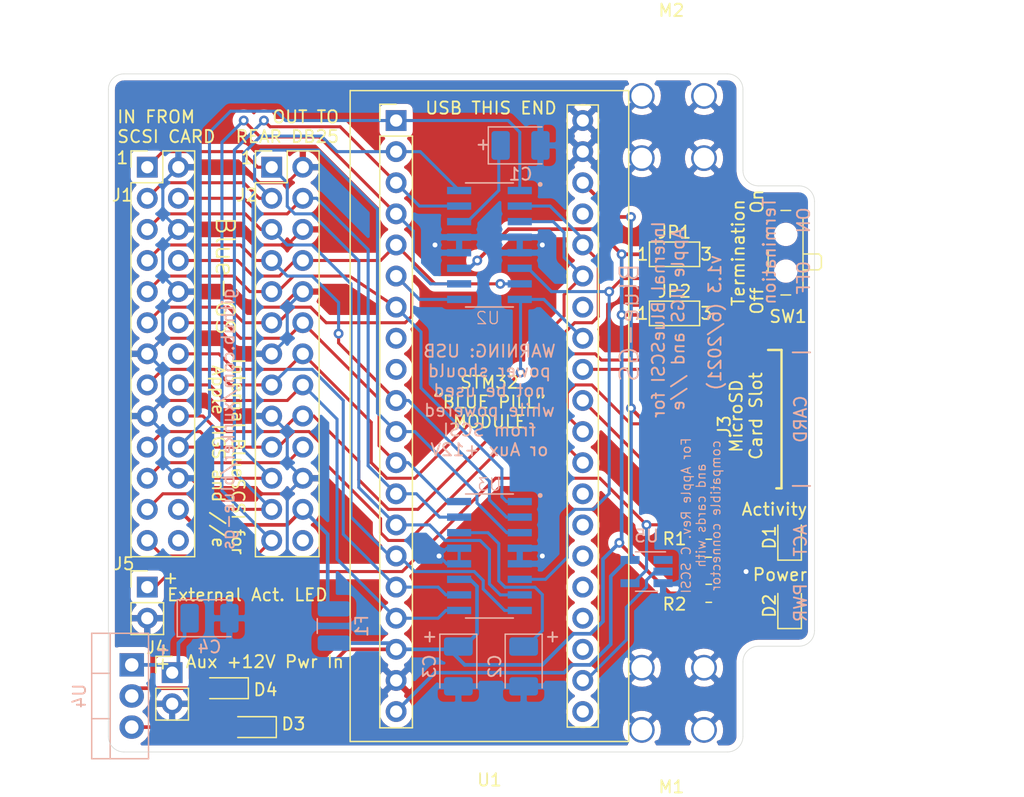
<source format=kicad_pcb>
(kicad_pcb (version 20171130) (host pcbnew "(5.1.8-0-10_14)")

  (general
    (thickness 1.6)
    (drawings 55)
    (tracks 491)
    (zones 0)
    (modules 26)
    (nets 55)
  )

  (page A4)
  (layers
    (0 F.Cu signal)
    (31 B.Cu signal)
    (32 B.Adhes user)
    (33 F.Adhes user)
    (34 B.Paste user)
    (35 F.Paste user)
    (36 B.SilkS user)
    (37 F.SilkS user)
    (38 B.Mask user)
    (39 F.Mask user)
    (40 Dwgs.User user)
    (41 Cmts.User user)
    (42 Eco1.User user)
    (43 Eco2.User user)
    (44 Edge.Cuts user)
    (45 Margin user)
    (46 B.CrtYd user)
    (47 F.CrtYd user)
    (48 B.Fab user)
    (49 F.Fab user)
  )

  (setup
    (last_trace_width 0.25)
    (trace_clearance 0.2)
    (zone_clearance 0.508)
    (zone_45_only no)
    (trace_min 0.2)
    (via_size 0.8)
    (via_drill 0.4)
    (via_min_size 0.4)
    (via_min_drill 0.3)
    (uvia_size 0.3)
    (uvia_drill 0.1)
    (uvias_allowed no)
    (uvia_min_size 0.2)
    (uvia_min_drill 0.1)
    (edge_width 0.05)
    (segment_width 0.2)
    (pcb_text_width 0.3)
    (pcb_text_size 1.5 1.5)
    (mod_edge_width 0.12)
    (mod_text_size 1 1)
    (mod_text_width 0.15)
    (pad_size 1.524 1.524)
    (pad_drill 0.762)
    (pad_to_mask_clearance 0)
    (aux_axis_origin 0 0)
    (visible_elements FFFFFF7F)
    (pcbplotparams
      (layerselection 0x01cfc_ffffffff)
      (usegerberextensions false)
      (usegerberattributes true)
      (usegerberadvancedattributes true)
      (creategerberjobfile false)
      (excludeedgelayer true)
      (linewidth 0.100000)
      (plotframeref false)
      (viasonmask false)
      (mode 1)
      (useauxorigin false)
      (hpglpennumber 1)
      (hpglpenspeed 20)
      (hpglpendiameter 15.000000)
      (psnegative false)
      (psa4output false)
      (plotreference true)
      (plotvalue true)
      (plotinvisibletext false)
      (padsonsilk false)
      (subtractmaskfromsilk false)
      (outputformat 1)
      (mirror false)
      (drillshape 0)
      (scaleselection 1)
      (outputdirectory "../gerber/v1.2/"))
  )

  (net 0 "")
  (net 1 "Net-(U1-Pad37)")
  (net 2 "Net-(U1-Pad34)")
  (net 3 "Net-(U1-Pad8)")
  (net 4 "Net-(U1-Pad9)")
  (net 5 "Net-(U1-Pad28)")
  (net 6 "Net-(U1-Pad25)")
  (net 7 "Net-(U1-Pad24)")
  (net 8 "Net-(U1-Pad23)")
  (net 9 "Net-(U1-Pad21)")
  (net 10 "Net-(J1-Pad26)")
  (net 11 "Net-(J2-Pad26)")
  (net 12 +5V)
  (net 13 GND)
  (net 14 /SCSI_DB4)
  (net 15 /SCSI_DB2)
  (net 16 /SCSI_DB1)
  (net 17 /SCSI_DBP)
  (net 18 /SCSI_SEL)
  (net 19 /SCSI_ATN)
  (net 20 /SCSI_C_D)
  (net 21 /SCSI_DB7)
  (net 22 /SCSI_DB6)
  (net 23 /SCSI_DB5)
  (net 24 /SCSI_DB3)
  (net 25 /SCSI_DB0)
  (net 26 /SCSI_BSY)
  (net 27 /SCSI_ACK)
  (net 28 /SCSI_RST)
  (net 29 /SCSI_I_O)
  (net 30 /SCSI_MSG)
  (net 31 /SCSI_REQ)
  (net 32 /SD_MISO)
  (net 33 /SD_CSK)
  (net 34 +3V3)
  (net 35 /SD_MOSI)
  (net 36 /SD_CS)
  (net 37 "Net-(J3-Pad8)")
  (net 38 "Net-(J3-Pad1)")
  (net 39 "Net-(D2-Pad2)")
  (net 40 "Net-(C1-Pad1)")
  (net 41 "Net-(C2-Pad1)")
  (net 42 /TERM_DISC)
  (net 43 "Net-(D1-Pad1)")
  (net 44 /DEBUG_RX)
  (net 45 /DEBUG_TX)
  (net 46 "Net-(D4-Pad2)")
  (net 47 /+12V_AUX)
  (net 48 /TERM_EN)
  (net 49 /TERM_DIS)
  (net 50 /DISK_ACT)
  (net 51 /REG_OUT)
  (net 52 /SCSI_TERMPWR)
  (net 53 "Net-(D1-Pad2)")
  (net 54 "Net-(U5-Pad1)")

  (net_class Default "This is the default net class."
    (clearance 0.2)
    (trace_width 0.25)
    (via_dia 0.8)
    (via_drill 0.4)
    (uvia_dia 0.3)
    (uvia_drill 0.1)
    (add_net /DEBUG_RX)
    (add_net /DEBUG_TX)
    (add_net /DISK_ACT)
    (add_net /SCSI_ACK)
    (add_net /SCSI_ATN)
    (add_net /SCSI_BSY)
    (add_net /SCSI_C_D)
    (add_net /SCSI_DB0)
    (add_net /SCSI_DB1)
    (add_net /SCSI_DB2)
    (add_net /SCSI_DB3)
    (add_net /SCSI_DB4)
    (add_net /SCSI_DB5)
    (add_net /SCSI_DB6)
    (add_net /SCSI_DB7)
    (add_net /SCSI_DBP)
    (add_net /SCSI_I_O)
    (add_net /SCSI_MSG)
    (add_net /SCSI_REQ)
    (add_net /SCSI_RST)
    (add_net /SCSI_SEL)
    (add_net /SD_CS)
    (add_net /SD_CSK)
    (add_net /SD_MISO)
    (add_net /SD_MOSI)
    (add_net /TERM_DIS)
    (add_net /TERM_DISC)
    (add_net /TERM_EN)
    (add_net GND)
    (add_net "Net-(C1-Pad1)")
    (add_net "Net-(C2-Pad1)")
    (add_net "Net-(D1-Pad1)")
    (add_net "Net-(D1-Pad2)")
    (add_net "Net-(D2-Pad2)")
    (add_net "Net-(J1-Pad26)")
    (add_net "Net-(J2-Pad26)")
    (add_net "Net-(J3-Pad1)")
    (add_net "Net-(J3-Pad8)")
    (add_net "Net-(U1-Pad21)")
    (add_net "Net-(U1-Pad23)")
    (add_net "Net-(U1-Pad24)")
    (add_net "Net-(U1-Pad25)")
    (add_net "Net-(U1-Pad28)")
    (add_net "Net-(U1-Pad34)")
    (add_net "Net-(U1-Pad37)")
    (add_net "Net-(U1-Pad8)")
    (add_net "Net-(U1-Pad9)")
    (add_net "Net-(U5-Pad1)")
  )

  (net_class POWER ""
    (clearance 0.2)
    (trace_width 0.3)
    (via_dia 0.8)
    (via_drill 0.4)
    (uvia_dia 0.3)
    (uvia_drill 0.1)
    (add_net +3V3)
    (add_net +5V)
    (add_net /+12V_AUX)
    (add_net /REG_OUT)
    (add_net /SCSI_TERMPWR)
    (add_net "Net-(D4-Pad2)")
  )

  (module Package_TO_SOT_SMD:SOT-23-5_HandSoldering (layer B.Cu) (tedit 5A0AB76C) (tstamp 60B98E8D)
    (at 172.847 87.63 180)
    (descr "5-pin SOT23 package")
    (tags "SOT-23-5 hand-soldering")
    (path /60C23A85)
    (attr smd)
    (fp_text reference U5 (at 0 2.9) (layer B.SilkS)
      (effects (font (size 1 1) (thickness 0.15)) (justify mirror))
    )
    (fp_text value SN74LVC1G06DBVR (at 0 -2.9) (layer B.Fab)
      (effects (font (size 1 1) (thickness 0.15)) (justify mirror))
    )
    (fp_text user %R (at 0 0 270) (layer B.Fab)
      (effects (font (size 0.5 0.5) (thickness 0.075)) (justify mirror))
    )
    (fp_line (start -0.9 -1.61) (end 0.9 -1.61) (layer B.SilkS) (width 0.12))
    (fp_line (start 0.9 1.61) (end -1.55 1.61) (layer B.SilkS) (width 0.12))
    (fp_line (start -0.9 0.9) (end -0.25 1.55) (layer B.Fab) (width 0.1))
    (fp_line (start 0.9 1.55) (end -0.25 1.55) (layer B.Fab) (width 0.1))
    (fp_line (start -0.9 0.9) (end -0.9 -1.55) (layer B.Fab) (width 0.1))
    (fp_line (start 0.9 -1.55) (end -0.9 -1.55) (layer B.Fab) (width 0.1))
    (fp_line (start 0.9 1.55) (end 0.9 -1.55) (layer B.Fab) (width 0.1))
    (fp_line (start -2.38 1.8) (end 2.38 1.8) (layer B.CrtYd) (width 0.05))
    (fp_line (start -2.38 1.8) (end -2.38 -1.8) (layer B.CrtYd) (width 0.05))
    (fp_line (start 2.38 -1.8) (end 2.38 1.8) (layer B.CrtYd) (width 0.05))
    (fp_line (start 2.38 -1.8) (end -2.38 -1.8) (layer B.CrtYd) (width 0.05))
    (pad 5 smd rect (at 1.35 0.95 180) (size 1.56 0.65) (layers B.Cu B.Paste B.Mask)
      (net 34 +3V3))
    (pad 4 smd rect (at 1.35 -0.95 180) (size 1.56 0.65) (layers B.Cu B.Paste B.Mask)
      (net 53 "Net-(D1-Pad2)"))
    (pad 3 smd rect (at -1.35 -0.95 180) (size 1.56 0.65) (layers B.Cu B.Paste B.Mask)
      (net 13 GND))
    (pad 2 smd rect (at -1.35 0 180) (size 1.56 0.65) (layers B.Cu B.Paste B.Mask)
      (net 50 /DISK_ACT))
    (pad 1 smd rect (at -1.35 0.95 180) (size 1.56 0.65) (layers B.Cu B.Paste B.Mask)
      (net 54 "Net-(U5-Pad1)"))
    (model ${KISYS3DMOD}/Package_TO_SOT_SMD.3dshapes/SOT-23-5.wrl
      (at (xyz 0 0 0))
      (scale (xyz 1 1 1))
      (rotate (xyz 0 0 0))
    )
  )

  (module Package_TO_SOT_THT:TO-220-3_Vertical (layer B.Cu) (tedit 5AC8BA0D) (tstamp 60B96382)
    (at 130.81 95.25 270)
    (descr "TO-220-3, Vertical, RM 2.54mm, see https://www.vishay.com/docs/66542/to-220-1.pdf")
    (tags "TO-220-3 Vertical RM 2.54mm")
    (path /608623C0)
    (fp_text reference U4 (at 2.54 4.27 90) (layer B.SilkS)
      (effects (font (size 1 1) (thickness 0.15)) (justify mirror))
    )
    (fp_text value MC7805CT-BP (at 2.54 -2.5 90) (layer B.Fab)
      (effects (font (size 1 1) (thickness 0.15)) (justify mirror))
    )
    (fp_line (start 7.79 3.4) (end -2.71 3.4) (layer B.CrtYd) (width 0.05))
    (fp_line (start 7.79 -1.51) (end 7.79 3.4) (layer B.CrtYd) (width 0.05))
    (fp_line (start -2.71 -1.51) (end 7.79 -1.51) (layer B.CrtYd) (width 0.05))
    (fp_line (start -2.71 3.4) (end -2.71 -1.51) (layer B.CrtYd) (width 0.05))
    (fp_line (start 4.391 3.27) (end 4.391 1.76) (layer B.SilkS) (width 0.12))
    (fp_line (start 0.69 3.27) (end 0.69 1.76) (layer B.SilkS) (width 0.12))
    (fp_line (start -2.58 1.76) (end 7.66 1.76) (layer B.SilkS) (width 0.12))
    (fp_line (start 7.66 3.27) (end 7.66 -1.371) (layer B.SilkS) (width 0.12))
    (fp_line (start -2.58 3.27) (end -2.58 -1.371) (layer B.SilkS) (width 0.12))
    (fp_line (start -2.58 -1.371) (end 7.66 -1.371) (layer B.SilkS) (width 0.12))
    (fp_line (start -2.58 3.27) (end 7.66 3.27) (layer B.SilkS) (width 0.12))
    (fp_line (start 4.39 3.15) (end 4.39 1.88) (layer B.Fab) (width 0.1))
    (fp_line (start 0.69 3.15) (end 0.69 1.88) (layer B.Fab) (width 0.1))
    (fp_line (start -2.46 1.88) (end 7.54 1.88) (layer B.Fab) (width 0.1))
    (fp_line (start 7.54 3.15) (end -2.46 3.15) (layer B.Fab) (width 0.1))
    (fp_line (start 7.54 -1.25) (end 7.54 3.15) (layer B.Fab) (width 0.1))
    (fp_line (start -2.46 -1.25) (end 7.54 -1.25) (layer B.Fab) (width 0.1))
    (fp_line (start -2.46 3.15) (end -2.46 -1.25) (layer B.Fab) (width 0.1))
    (fp_text user %R (at 2.54 4.27 90) (layer B.Fab)
      (effects (font (size 1 1) (thickness 0.15)) (justify mirror))
    )
    (pad 3 thru_hole oval (at 5.08 0 270) (size 1.905 2) (drill 1.1) (layers *.Cu *.Mask)
      (net 51 /REG_OUT))
    (pad 2 thru_hole oval (at 2.54 0 270) (size 1.905 2) (drill 1.1) (layers *.Cu *.Mask)
      (net 46 "Net-(D4-Pad2)"))
    (pad 1 thru_hole rect (at 0 0 270) (size 1.905 2) (drill 1.1) (layers *.Cu *.Mask)
      (net 47 /+12V_AUX))
    (model ${KISYS3DMOD}/Package_TO_SOT_THT.3dshapes/TO-220-3_Vertical.wrl
      (at (xyz 0 0 0))
      (scale (xyz 1 1 1))
      (rotate (xyz 0 0 0))
    )
  )

  (module "my library:keystone-7774" locked (layer F.Cu) (tedit 60A1D0AA) (tstamp 609EA3D2)
    (at 180.721 53.871 180)
    (path /609E648B)
    (fp_text reference M2 (at 5.842 12.065) (layer F.SilkS)
      (effects (font (size 1 1) (thickness 0.15)))
    )
    (fp_text value Screw_Terminal_01x01 (at 0 -1.778) (layer F.Fab)
      (effects (font (size 1 1) (thickness 0.15)))
    )
    (fp_line (start 8.89 2.54) (end 0 2.54) (layer Dwgs.User) (width 0.12))
    (fp_line (start 0 5.85) (end 0 -0.762) (layer F.CrtYd) (width 0.12))
    (fp_line (start 8.89 -0.762) (end 8.89 5.85) (layer F.CrtYd) (width 0.12))
    (fp_line (start 0 5.85) (end 8.89 5.85) (layer F.CrtYd) (width 0.12))
    (fp_line (start 0 -0.762) (end 8.89 -0.762) (layer F.CrtYd) (width 0.12))
    (pad 1 thru_hole circle (at 8.26 5.08 180) (size 2.1 2.1) (drill 1.7) (layers *.Cu *.Mask)
      (net 13 GND))
    (pad 1 thru_hole circle (at 3.18 5.08 180) (size 2.1 2.1) (drill 1.7) (layers *.Cu *.Mask)
      (net 13 GND))
    (pad 1 thru_hole circle (at 8.26 0 180) (size 2.1 2.1) (drill 1.7) (layers *.Cu *.Mask)
      (net 13 GND))
    (pad 1 thru_hole circle (at 3.18 0 180) (size 2.1 2.1) (drill 1.7) (layers *.Cu *.Mask)
      (net 13 GND))
  )

  (module "my library:keystone-7774" locked (layer F.Cu) (tedit 60A1D0AA) (tstamp 609E8F0C)
    (at 180.721 100.561 180)
    (path /609E5C80)
    (fp_text reference M1 (at 5.842 -4.649) (layer F.SilkS)
      (effects (font (size 1 1) (thickness 0.15)))
    )
    (fp_text value Screw_Terminal_01x01 (at 0 -1.778) (layer F.Fab)
      (effects (font (size 1 1) (thickness 0.15)))
    )
    (fp_line (start 8.89 2.54) (end 0 2.54) (layer Dwgs.User) (width 0.12))
    (fp_line (start 0 5.85) (end 0 -0.762) (layer F.CrtYd) (width 0.12))
    (fp_line (start 8.89 -0.762) (end 8.89 5.85) (layer F.CrtYd) (width 0.12))
    (fp_line (start 0 5.85) (end 8.89 5.85) (layer F.CrtYd) (width 0.12))
    (fp_line (start 0 -0.762) (end 8.89 -0.762) (layer F.CrtYd) (width 0.12))
    (pad 1 thru_hole circle (at 8.26 5.08 180) (size 2.1 2.1) (drill 1.7) (layers *.Cu *.Mask)
      (net 13 GND))
    (pad 1 thru_hole circle (at 3.18 5.08 180) (size 2.1 2.1) (drill 1.7) (layers *.Cu *.Mask)
      (net 13 GND))
    (pad 1 thru_hole circle (at 8.26 0 180) (size 2.1 2.1) (drill 1.7) (layers *.Cu *.Mask)
      (net 13 GND))
    (pad 1 thru_hole circle (at 3.18 0 180) (size 2.1 2.1) (drill 1.7) (layers *.Cu *.Mask)
      (net 13 GND))
  )

  (module Connector_PinHeader_2.54mm:PinHeader_1x02_P2.54mm_Vertical (layer F.Cu) (tedit 59FED5CC) (tstamp 609DEEA3)
    (at 132.08 88.9)
    (descr "Through hole straight pin header, 1x02, 2.54mm pitch, single row")
    (tags "Through hole pin header THT 1x02 2.54mm single row")
    (path /60AA760E)
    (fp_text reference J5 (at -1.905 -1.905 180) (layer F.SilkS)
      (effects (font (size 1 1) (thickness 0.15)))
    )
    (fp_text value Conn_01x02_Male (at 0 4.87) (layer F.Fab)
      (effects (font (size 1 1) (thickness 0.15)))
    )
    (fp_line (start 1.8 -1.8) (end -1.8 -1.8) (layer F.CrtYd) (width 0.05))
    (fp_line (start 1.8 4.35) (end 1.8 -1.8) (layer F.CrtYd) (width 0.05))
    (fp_line (start -1.8 4.35) (end 1.8 4.35) (layer F.CrtYd) (width 0.05))
    (fp_line (start -1.8 -1.8) (end -1.8 4.35) (layer F.CrtYd) (width 0.05))
    (fp_line (start -1.33 -1.33) (end 0 -1.33) (layer F.SilkS) (width 0.12))
    (fp_line (start -1.33 0) (end -1.33 -1.33) (layer F.SilkS) (width 0.12))
    (fp_line (start -1.33 1.27) (end 1.33 1.27) (layer F.SilkS) (width 0.12))
    (fp_line (start 1.33 1.27) (end 1.33 3.87) (layer F.SilkS) (width 0.12))
    (fp_line (start -1.33 1.27) (end -1.33 3.87) (layer F.SilkS) (width 0.12))
    (fp_line (start -1.33 3.87) (end 1.33 3.87) (layer F.SilkS) (width 0.12))
    (fp_line (start -1.27 -0.635) (end -0.635 -1.27) (layer F.Fab) (width 0.1))
    (fp_line (start -1.27 3.81) (end -1.27 -0.635) (layer F.Fab) (width 0.1))
    (fp_line (start 1.27 3.81) (end -1.27 3.81) (layer F.Fab) (width 0.1))
    (fp_line (start 1.27 -1.27) (end 1.27 3.81) (layer F.Fab) (width 0.1))
    (fp_line (start -0.635 -1.27) (end 1.27 -1.27) (layer F.Fab) (width 0.1))
    (fp_text user %R (at 0 1.27 90) (layer F.Fab)
      (effects (font (size 1 1) (thickness 0.15)))
    )
    (pad 2 thru_hole oval (at 0 2.54) (size 1.7 1.7) (drill 1) (layers *.Cu *.Mask)
      (net 13 GND))
    (pad 1 thru_hole rect (at 0 0) (size 1.7 1.7) (drill 1) (layers *.Cu *.Mask)
      (net 53 "Net-(D1-Pad2)"))
    (model ${KISYS3DMOD}/Connector_PinHeader_2.54mm.3dshapes/PinHeader_1x02_P2.54mm_Vertical.wrl
      (at (xyz 0 0 0))
      (scale (xyz 1 1 1))
      (rotate (xyz 0 0 0))
    )
  )

  (module Fuse:Fuse_1210_3225Metric (layer B.Cu) (tedit 5F68FEF1) (tstamp 60B94C16)
    (at 147.32 92.075 90)
    (descr "Fuse SMD 1210 (3225 Metric), square (rectangular) end terminal, IPC_7351 nominal, (Body size source: http://www.tortai-tech.com/upload/download/2011102023233369053.pdf), generated with kicad-footprint-generator")
    (tags fuse)
    (path /6099AB77)
    (attr smd)
    (fp_text reference F1 (at 0 2.28 270) (layer B.SilkS)
      (effects (font (size 1 1) (thickness 0.15)) (justify mirror))
    )
    (fp_text value Fuse (at 0 -2.28 270) (layer B.Fab)
      (effects (font (size 1 1) (thickness 0.15)) (justify mirror))
    )
    (fp_line (start 2.28 -1.58) (end -2.28 -1.58) (layer B.CrtYd) (width 0.05))
    (fp_line (start 2.28 1.58) (end 2.28 -1.58) (layer B.CrtYd) (width 0.05))
    (fp_line (start -2.28 1.58) (end 2.28 1.58) (layer B.CrtYd) (width 0.05))
    (fp_line (start -2.28 -1.58) (end -2.28 1.58) (layer B.CrtYd) (width 0.05))
    (fp_line (start -0.602064 -1.36) (end 0.602064 -1.36) (layer B.SilkS) (width 0.12))
    (fp_line (start -0.602064 1.36) (end 0.602064 1.36) (layer B.SilkS) (width 0.12))
    (fp_line (start 1.6 -1.25) (end -1.6 -1.25) (layer B.Fab) (width 0.1))
    (fp_line (start 1.6 1.25) (end 1.6 -1.25) (layer B.Fab) (width 0.1))
    (fp_line (start -1.6 1.25) (end 1.6 1.25) (layer B.Fab) (width 0.1))
    (fp_line (start -1.6 -1.25) (end -1.6 1.25) (layer B.Fab) (width 0.1))
    (fp_text user %R (at 0 0 270) (layer B.Fab)
      (effects (font (size 0.8 0.8) (thickness 0.12)) (justify mirror))
    )
    (pad 2 smd roundrect (at 1.4 0 90) (size 1.25 2.65) (layers B.Cu B.Paste B.Mask) (roundrect_rratio 0.2)
      (net 52 /SCSI_TERMPWR))
    (pad 1 smd roundrect (at -1.4 0 90) (size 1.25 2.65) (layers B.Cu B.Paste B.Mask) (roundrect_rratio 0.2)
      (net 12 +5V))
    (model ${KISYS3DMOD}/Fuse.3dshapes/Fuse_1210_3225Metric.wrl
      (at (xyz 0 0 0))
      (scale (xyz 1 1 1))
      (rotate (xyz 0 0 0))
    )
  )

  (module Jumper:SolderJumper-3_P1.3mm_Open_Pad1.0x1.5mm_NumberLabels (layer F.Cu) (tedit 5A3F6CCC) (tstamp 608A2DCD)
    (at 175.133 66.548)
    (descr "SMD Solder Jumper, 1x1.5mm Pads, 0.3mm gap, open, labeled with numbers")
    (tags "solder jumper open")
    (path /608B8DEE)
    (attr virtual)
    (fp_text reference JP2 (at 0 -1.8) (layer F.SilkS)
      (effects (font (size 1 1) (thickness 0.15)))
    )
    (fp_text value Jumper_3_Open (at 0 1.9) (layer F.Fab)
      (effects (font (size 1 1) (thickness 0.15)))
    )
    (fp_line (start 2.3 1.25) (end -2.3 1.25) (layer F.CrtYd) (width 0.05))
    (fp_line (start 2.3 1.25) (end 2.3 -1.25) (layer F.CrtYd) (width 0.05))
    (fp_line (start -2.3 -1.25) (end -2.3 1.25) (layer F.CrtYd) (width 0.05))
    (fp_line (start -2.3 -1.25) (end 2.3 -1.25) (layer F.CrtYd) (width 0.05))
    (fp_line (start -2.05 -1) (end 2.05 -1) (layer F.SilkS) (width 0.12))
    (fp_line (start 2.05 -1) (end 2.05 1) (layer F.SilkS) (width 0.12))
    (fp_line (start 2.05 1) (end -2.05 1) (layer F.SilkS) (width 0.12))
    (fp_line (start -2.05 1) (end -2.05 -1) (layer F.SilkS) (width 0.12))
    (fp_text user 1 (at -2.6 0) (layer F.SilkS)
      (effects (font (size 1 1) (thickness 0.15)))
    )
    (fp_text user 3 (at 2.6 0) (layer F.SilkS)
      (effects (font (size 1 1) (thickness 0.15)))
    )
    (pad 1 smd rect (at -1.3 0) (size 1 1.5) (layers F.Cu F.Mask)
      (net 12 +5V))
    (pad 2 smd rect (at 0 0) (size 1 1.5) (layers F.Cu F.Mask)
      (net 49 /TERM_DIS))
    (pad 3 smd rect (at 1.3 0) (size 1 1.5) (layers F.Cu F.Mask)
      (net 13 GND))
  )

  (module Jumper:SolderJumper-3_P1.3mm_Open_Pad1.0x1.5mm_NumberLabels (layer F.Cu) (tedit 5A3F6CCC) (tstamp 608A414D)
    (at 175.133 61.722)
    (descr "SMD Solder Jumper, 1x1.5mm Pads, 0.3mm gap, open, labeled with numbers")
    (tags "solder jumper open")
    (path /608B8175)
    (attr virtual)
    (fp_text reference JP1 (at 0 -1.8) (layer F.SilkS)
      (effects (font (size 1 1) (thickness 0.15)))
    )
    (fp_text value Jumper_3_Open (at 0 1.9) (layer F.Fab)
      (effects (font (size 1 1) (thickness 0.15)))
    )
    (fp_line (start 2.3 1.25) (end -2.3 1.25) (layer F.CrtYd) (width 0.05))
    (fp_line (start 2.3 1.25) (end 2.3 -1.25) (layer F.CrtYd) (width 0.05))
    (fp_line (start -2.3 -1.25) (end -2.3 1.25) (layer F.CrtYd) (width 0.05))
    (fp_line (start -2.3 -1.25) (end 2.3 -1.25) (layer F.CrtYd) (width 0.05))
    (fp_line (start -2.05 -1) (end 2.05 -1) (layer F.SilkS) (width 0.12))
    (fp_line (start 2.05 -1) (end 2.05 1) (layer F.SilkS) (width 0.12))
    (fp_line (start 2.05 1) (end -2.05 1) (layer F.SilkS) (width 0.12))
    (fp_line (start -2.05 1) (end -2.05 -1) (layer F.SilkS) (width 0.12))
    (fp_text user 1 (at -2.6 0) (layer F.SilkS)
      (effects (font (size 1 1) (thickness 0.15)))
    )
    (fp_text user 3 (at 2.6 0) (layer F.SilkS)
      (effects (font (size 1 1) (thickness 0.15)))
    )
    (pad 1 smd rect (at -1.3 0) (size 1 1.5) (layers F.Cu F.Mask)
      (net 12 +5V))
    (pad 2 smd rect (at 0 0) (size 1 1.5) (layers F.Cu F.Mask)
      (net 48 /TERM_EN))
    (pad 3 smd rect (at 1.3 0) (size 1 1.5) (layers F.Cu F.Mask)
      (net 13 GND))
  )

  (module "Molex 105162-0001:105162-0001" (layer F.Cu) (tedit 6089A22D) (tstamp 608A0B02)
    (at 177.419 75.184 90)
    (descr <b>105162-0001</b><br>)
    (path /6089B89F)
    (fp_text reference J3 (at -0.549 1.778 90) (layer F.SilkS)
      (effects (font (size 1 1) (thickness 0.15)))
    )
    (fp_text value 105162-0001 (at -0.549 3.399 90) (layer F.Fab)
      (effects (font (size 1 1) (thickness 0.015)))
    )
    (fp_circle (center 3.584 8.15) (end 3.640569 8.15) (layer Dwgs.User) (width 0.2))
    (fp_line (start -5.65 6.45) (end -5.65 6.028) (layer F.SilkS) (width 0.2))
    (fp_line (start 5.65 6.45) (end 5.65 5.355) (layer F.SilkS) (width 0.2))
    (fp_line (start -5.65 6.45) (end 5.65 6.45) (layer F.SilkS) (width 0.2))
    (fp_line (start -5.65 6.45) (end -5.65 0) (layer F.Fab) (width 0.2))
    (fp_line (start 5.65 6.45) (end -5.65 6.45) (layer F.Fab) (width 0.2))
    (fp_line (start 5.65 0) (end 5.65 6.45) (layer F.Fab) (width 0.2))
    (fp_line (start -5.65 0) (end 5.65 0) (layer F.Fab) (width 0.2))
    (pad 15 smd rect (at -2.204 0.105 90) (size 2.91 0.55) (layers F.Cu F.Paste F.Mask))
    (pad 14 smd rect (at 1.986 0.105 90) (size 2.91 0.55) (layers F.Cu F.Paste F.Mask))
    (pad 13 smd rect (at -5.325 4.535 90) (size 1.05 2.39) (layers F.Cu F.Paste F.Mask)
      (net 13 GND))
    (pad 12 smd rect (at -5.325 1.35 90) (size 1.05 1.2) (layers F.Cu F.Paste F.Mask)
      (net 13 GND))
    (pad 11 smd rect (at 5.325 0.78 90) (size 1.05 1.2) (layers F.Cu F.Paste F.Mask)
      (net 13 GND))
    (pad 10 smd rect (at 5.325 3.39 90) (size 1.05 1.08) (layers F.Cu F.Paste F.Mask)
      (net 13 GND))
    (pad 9 smd rect (at 5.31 4.66 90) (size 0.72 0.78) (layers F.Cu F.Paste F.Mask)
      (net 13 GND))
    (pad 8 smd rect (at -4.15 7.34 90) (size 0.5 1) (layers F.Cu F.Paste F.Mask)
      (net 37 "Net-(J3-Pad8)"))
    (pad 7 smd rect (at -3.05 7.34 90) (size 0.5 1) (layers F.Cu F.Paste F.Mask)
      (net 32 /SD_MISO))
    (pad 6 smd rect (at -1.95 7.34 90) (size 0.5 1) (layers F.Cu F.Paste F.Mask)
      (net 13 GND))
    (pad 5 smd rect (at -0.85 7.34 90) (size 0.5 1) (layers F.Cu F.Paste F.Mask)
      (net 33 /SD_CSK))
    (pad 4 smd rect (at 0.25 7.34 90) (size 0.5 1) (layers F.Cu F.Paste F.Mask)
      (net 34 +3V3))
    (pad 3 smd rect (at 1.35 7.34 90) (size 0.5 1) (layers F.Cu F.Paste F.Mask)
      (net 35 /SD_MOSI))
    (pad 2 smd rect (at 2.45 7.34 90) (size 0.5 1) (layers F.Cu F.Paste F.Mask)
      (net 36 /SD_CS))
    (pad 1 smd rect (at 3.55 7.34 90) (size 0.5 1) (layers F.Cu F.Paste F.Mask)
      (net 38 "Net-(J3-Pad1)"))
  )

  (module Diode_SMD:D_SOD-323_HandSoldering (layer F.Cu) (tedit 58641869) (tstamp 608620EB)
    (at 138.43 97.155 180)
    (descr SOD-323)
    (tags SOD-323)
    (path /6086EF1B)
    (attr smd)
    (fp_text reference D4 (at -3.302 -0.127) (layer F.SilkS)
      (effects (font (size 1 1) (thickness 0.15)))
    )
    (fp_text value 1N4001 (at 0.1 1.9) (layer F.Fab)
      (effects (font (size 1 1) (thickness 0.15)))
    )
    (fp_line (start -1.9 -0.85) (end 1.25 -0.85) (layer F.SilkS) (width 0.12))
    (fp_line (start -1.9 0.85) (end 1.25 0.85) (layer F.SilkS) (width 0.12))
    (fp_line (start -2 -0.95) (end -2 0.95) (layer F.CrtYd) (width 0.05))
    (fp_line (start -2 0.95) (end 2 0.95) (layer F.CrtYd) (width 0.05))
    (fp_line (start 2 -0.95) (end 2 0.95) (layer F.CrtYd) (width 0.05))
    (fp_line (start -2 -0.95) (end 2 -0.95) (layer F.CrtYd) (width 0.05))
    (fp_line (start -0.9 -0.7) (end 0.9 -0.7) (layer F.Fab) (width 0.1))
    (fp_line (start 0.9 -0.7) (end 0.9 0.7) (layer F.Fab) (width 0.1))
    (fp_line (start 0.9 0.7) (end -0.9 0.7) (layer F.Fab) (width 0.1))
    (fp_line (start -0.9 0.7) (end -0.9 -0.7) (layer F.Fab) (width 0.1))
    (fp_line (start -0.3 -0.35) (end -0.3 0.35) (layer F.Fab) (width 0.1))
    (fp_line (start -0.3 0) (end -0.5 0) (layer F.Fab) (width 0.1))
    (fp_line (start -0.3 0) (end 0.2 -0.35) (layer F.Fab) (width 0.1))
    (fp_line (start 0.2 -0.35) (end 0.2 0.35) (layer F.Fab) (width 0.1))
    (fp_line (start 0.2 0.35) (end -0.3 0) (layer F.Fab) (width 0.1))
    (fp_line (start 0.2 0) (end 0.45 0) (layer F.Fab) (width 0.1))
    (fp_line (start -1.9 -0.85) (end -1.9 0.85) (layer F.SilkS) (width 0.12))
    (fp_text user %R (at 0 -1.85) (layer F.Fab)
      (effects (font (size 1 1) (thickness 0.15)))
    )
    (pad 2 smd rect (at 1.25 0 180) (size 1 1) (layers F.Cu F.Paste F.Mask)
      (net 46 "Net-(D4-Pad2)"))
    (pad 1 smd rect (at -1.25 0 180) (size 1 1) (layers F.Cu F.Paste F.Mask)
      (net 13 GND))
    (model ${KISYS3DMOD}/Diode_SMD.3dshapes/D_SOD-323.wrl
      (at (xyz 0 0 0))
      (scale (xyz 1 1 1))
      (rotate (xyz 0 0 0))
    )
  )

  (module Diode_SMD:D_SOD-323_HandSoldering (layer F.Cu) (tedit 58641869) (tstamp 608638B7)
    (at 140.716 100.33 180)
    (descr SOD-323)
    (tags SOD-323)
    (path /6086E55B)
    (attr smd)
    (fp_text reference D3 (at -3.302 0.254) (layer F.SilkS)
      (effects (font (size 1 1) (thickness 0.15)))
    )
    (fp_text value 1N4001 (at 0.1 1.9) (layer F.Fab)
      (effects (font (size 1 1) (thickness 0.15)))
    )
    (fp_line (start -1.9 -0.85) (end 1.25 -0.85) (layer F.SilkS) (width 0.12))
    (fp_line (start -1.9 0.85) (end 1.25 0.85) (layer F.SilkS) (width 0.12))
    (fp_line (start -2 -0.95) (end -2 0.95) (layer F.CrtYd) (width 0.05))
    (fp_line (start -2 0.95) (end 2 0.95) (layer F.CrtYd) (width 0.05))
    (fp_line (start 2 -0.95) (end 2 0.95) (layer F.CrtYd) (width 0.05))
    (fp_line (start -2 -0.95) (end 2 -0.95) (layer F.CrtYd) (width 0.05))
    (fp_line (start -0.9 -0.7) (end 0.9 -0.7) (layer F.Fab) (width 0.1))
    (fp_line (start 0.9 -0.7) (end 0.9 0.7) (layer F.Fab) (width 0.1))
    (fp_line (start 0.9 0.7) (end -0.9 0.7) (layer F.Fab) (width 0.1))
    (fp_line (start -0.9 0.7) (end -0.9 -0.7) (layer F.Fab) (width 0.1))
    (fp_line (start -0.3 -0.35) (end -0.3 0.35) (layer F.Fab) (width 0.1))
    (fp_line (start -0.3 0) (end -0.5 0) (layer F.Fab) (width 0.1))
    (fp_line (start -0.3 0) (end 0.2 -0.35) (layer F.Fab) (width 0.1))
    (fp_line (start 0.2 -0.35) (end 0.2 0.35) (layer F.Fab) (width 0.1))
    (fp_line (start 0.2 0.35) (end -0.3 0) (layer F.Fab) (width 0.1))
    (fp_line (start 0.2 0) (end 0.45 0) (layer F.Fab) (width 0.1))
    (fp_line (start -1.9 -0.85) (end -1.9 0.85) (layer F.SilkS) (width 0.12))
    (fp_text user %R (at 0 -1.85) (layer F.Fab)
      (effects (font (size 1 1) (thickness 0.15)))
    )
    (pad 2 smd rect (at 1.25 0 180) (size 1 1) (layers F.Cu F.Paste F.Mask)
      (net 51 /REG_OUT))
    (pad 1 smd rect (at -1.25 0 180) (size 1 1) (layers F.Cu F.Paste F.Mask)
      (net 12 +5V))
    (model ${KISYS3DMOD}/Diode_SMD.3dshapes/D_SOD-323.wrl
      (at (xyz 0 0 0))
      (scale (xyz 1 1 1))
      (rotate (xyz 0 0 0))
    )
  )

  (module Connector_PinHeader_2.54mm:PinHeader_1x02_P2.54mm_Vertical (layer F.Cu) (tedit 59FED5CC) (tstamp 609DCA86)
    (at 134.112 95.885)
    (descr "Through hole straight pin header, 1x02, 2.54mm pitch, single row")
    (tags "Through hole pin header THT 1x02 2.54mm single row")
    (path /60864BE9)
    (fp_text reference J4 (at -1.27 -2.032 180) (layer F.SilkS)
      (effects (font (size 1 1) (thickness 0.15)))
    )
    (fp_text value Conn_01x02_Male (at 0 4.87) (layer F.Fab)
      (effects (font (size 1 1) (thickness 0.15)))
    )
    (fp_line (start 1.8 -1.8) (end -1.8 -1.8) (layer F.CrtYd) (width 0.05))
    (fp_line (start 1.8 4.35) (end 1.8 -1.8) (layer F.CrtYd) (width 0.05))
    (fp_line (start -1.8 4.35) (end 1.8 4.35) (layer F.CrtYd) (width 0.05))
    (fp_line (start -1.8 -1.8) (end -1.8 4.35) (layer F.CrtYd) (width 0.05))
    (fp_line (start -1.33 -1.33) (end 0 -1.33) (layer F.SilkS) (width 0.12))
    (fp_line (start -1.33 0) (end -1.33 -1.33) (layer F.SilkS) (width 0.12))
    (fp_line (start -1.33 1.27) (end 1.33 1.27) (layer F.SilkS) (width 0.12))
    (fp_line (start 1.33 1.27) (end 1.33 3.87) (layer F.SilkS) (width 0.12))
    (fp_line (start -1.33 1.27) (end -1.33 3.87) (layer F.SilkS) (width 0.12))
    (fp_line (start -1.33 3.87) (end 1.33 3.87) (layer F.SilkS) (width 0.12))
    (fp_line (start -1.27 -0.635) (end -0.635 -1.27) (layer F.Fab) (width 0.1))
    (fp_line (start -1.27 3.81) (end -1.27 -0.635) (layer F.Fab) (width 0.1))
    (fp_line (start 1.27 3.81) (end -1.27 3.81) (layer F.Fab) (width 0.1))
    (fp_line (start 1.27 -1.27) (end 1.27 3.81) (layer F.Fab) (width 0.1))
    (fp_line (start -0.635 -1.27) (end 1.27 -1.27) (layer F.Fab) (width 0.1))
    (fp_text user %R (at 0 1.27 90) (layer F.Fab)
      (effects (font (size 1 1) (thickness 0.15)))
    )
    (pad 2 thru_hole oval (at 0 2.54) (size 1.7 1.7) (drill 1) (layers *.Cu *.Mask)
      (net 13 GND))
    (pad 1 thru_hole rect (at 0 0) (size 1.7 1.7) (drill 1) (layers *.Cu *.Mask)
      (net 47 /+12V_AUX))
    (model ${KISYS3DMOD}/Connector_PinHeader_2.54mm.3dshapes/PinHeader_1x02_P2.54mm_Vertical.wrl
      (at (xyz 0 0 0))
      (scale (xyz 1 1 1))
      (rotate (xyz 0 0 0))
    )
  )

  (module Capacitor_Tantalum_SMD:CP_EIA-3528-21_Kemet-B_Pad1.50x2.35mm_HandSolder (layer B.Cu) (tedit 5EBA9318) (tstamp 60862060)
    (at 137.16 91.44)
    (descr "Tantalum Capacitor SMD Kemet-B (3528-21 Metric), IPC_7351 nominal, (Body size from: http://www.kemet.com/Lists/ProductCatalog/Attachments/253/KEM_TC101_STD.pdf), generated with kicad-footprint-generator")
    (tags "capacitor tantalum")
    (path /608634DB)
    (attr smd)
    (fp_text reference C4 (at 0 2.35 180) (layer B.SilkS)
      (effects (font (size 1 1) (thickness 0.15)) (justify mirror))
    )
    (fp_text value 10uF (at 0 -2.35 180) (layer B.Fab)
      (effects (font (size 1 1) (thickness 0.15)) (justify mirror))
    )
    (fp_line (start 2.62 -1.65) (end -2.62 -1.65) (layer B.CrtYd) (width 0.05))
    (fp_line (start 2.62 1.65) (end 2.62 -1.65) (layer B.CrtYd) (width 0.05))
    (fp_line (start -2.62 1.65) (end 2.62 1.65) (layer B.CrtYd) (width 0.05))
    (fp_line (start -2.62 -1.65) (end -2.62 1.65) (layer B.CrtYd) (width 0.05))
    (fp_line (start -2.635 -1.51) (end 1.75 -1.51) (layer B.SilkS) (width 0.12))
    (fp_line (start -2.635 1.51) (end -2.635 -1.51) (layer B.SilkS) (width 0.12))
    (fp_line (start 1.75 1.51) (end -2.635 1.51) (layer B.SilkS) (width 0.12))
    (fp_line (start 1.75 -1.4) (end 1.75 1.4) (layer B.Fab) (width 0.1))
    (fp_line (start -1.75 -1.4) (end 1.75 -1.4) (layer B.Fab) (width 0.1))
    (fp_line (start -1.75 0.7) (end -1.75 -1.4) (layer B.Fab) (width 0.1))
    (fp_line (start -1.05 1.4) (end -1.75 0.7) (layer B.Fab) (width 0.1))
    (fp_line (start 1.75 1.4) (end -1.05 1.4) (layer B.Fab) (width 0.1))
    (fp_text user %R (at 0 0 180) (layer B.Fab)
      (effects (font (size 0.88 0.88) (thickness 0.13)) (justify mirror))
    )
    (pad 2 smd roundrect (at 1.625 0) (size 1.5 2.35) (layers B.Cu B.Paste B.Mask) (roundrect_rratio 0.1666666666666667)
      (net 13 GND))
    (pad 1 smd roundrect (at -1.625 0) (size 1.5 2.35) (layers B.Cu B.Paste B.Mask) (roundrect_rratio 0.1666666666666667)
      (net 47 /+12V_AUX))
    (model ${KISYS3DMOD}/Capacitor_Tantalum_SMD.3dshapes/CP_EIA-3528-21_Kemet-B.wrl
      (at (xyz 0 0 0))
      (scale (xyz 1 1 1))
      (rotate (xyz 0 0 0))
    )
  )

  (module Button_Switch_SMD:SW_SPDT_PCM12 (layer F.Cu) (tedit 5A02FC95) (tstamp 60601A98)
    (at 183.896 61.595 90)
    (descr "Ultraminiature Surface Mount Slide Switch, right-angle, https://www.ckswitches.com/media/1424/pcm.pdf")
    (path /6062FC1A)
    (attr smd)
    (fp_text reference SW1 (at -5.207 0.508) (layer F.SilkS)
      (effects (font (size 1 1) (thickness 0.15)))
    )
    (fp_text value SW_SPDT (at 0 4.25 90) (layer F.Fab)
      (effects (font (size 1 1) (thickness 0.15)))
    )
    (fp_line (start -1.4 1.65) (end -1.4 2.95) (layer F.Fab) (width 0.1))
    (fp_line (start -1.4 2.95) (end -1.2 3.15) (layer F.Fab) (width 0.1))
    (fp_line (start -1.2 3.15) (end -0.35 3.15) (layer F.Fab) (width 0.1))
    (fp_line (start -0.35 3.15) (end -0.15 2.95) (layer F.Fab) (width 0.1))
    (fp_line (start -0.15 2.95) (end -0.1 2.9) (layer F.Fab) (width 0.1))
    (fp_line (start -0.1 2.9) (end -0.1 1.6) (layer F.Fab) (width 0.1))
    (fp_line (start -3.35 -1) (end -3.35 1.6) (layer F.Fab) (width 0.1))
    (fp_line (start -3.35 1.6) (end 3.35 1.6) (layer F.Fab) (width 0.1))
    (fp_line (start 3.35 1.6) (end 3.35 -1) (layer F.Fab) (width 0.1))
    (fp_line (start 3.35 -1) (end -3.35 -1) (layer F.Fab) (width 0.1))
    (fp_line (start 1.4 -1.12) (end 1.6 -1.12) (layer F.SilkS) (width 0.12))
    (fp_line (start -4.4 -2.45) (end 4.4 -2.45) (layer F.CrtYd) (width 0.05))
    (fp_line (start 4.4 -2.45) (end 4.4 2.1) (layer F.CrtYd) (width 0.05))
    (fp_line (start 4.4 2.1) (end 1.65 2.1) (layer F.CrtYd) (width 0.05))
    (fp_line (start 1.65 2.1) (end 1.65 3.4) (layer F.CrtYd) (width 0.05))
    (fp_line (start 1.65 3.4) (end -1.65 3.4) (layer F.CrtYd) (width 0.05))
    (fp_line (start -1.65 3.4) (end -1.65 2.1) (layer F.CrtYd) (width 0.05))
    (fp_line (start -1.65 2.1) (end -4.4 2.1) (layer F.CrtYd) (width 0.05))
    (fp_line (start -4.4 2.1) (end -4.4 -2.45) (layer F.CrtYd) (width 0.05))
    (fp_line (start -1.4 3.02) (end -1.2 3.23) (layer F.SilkS) (width 0.12))
    (fp_line (start -0.1 3.02) (end -0.3 3.23) (layer F.SilkS) (width 0.12))
    (fp_line (start -1.4 1.73) (end -1.4 3.02) (layer F.SilkS) (width 0.12))
    (fp_line (start -1.2 3.23) (end -0.3 3.23) (layer F.SilkS) (width 0.12))
    (fp_line (start -0.1 3.02) (end -0.1 1.73) (layer F.SilkS) (width 0.12))
    (fp_line (start -2.85 1.73) (end 2.85 1.73) (layer F.SilkS) (width 0.12))
    (fp_line (start -1.6 -1.12) (end 0.1 -1.12) (layer F.SilkS) (width 0.12))
    (fp_line (start -3.45 -0.07) (end -3.45 0.72) (layer F.SilkS) (width 0.12))
    (fp_line (start 3.45 0.72) (end 3.45 -0.07) (layer F.SilkS) (width 0.12))
    (fp_text user %R (at 0 -3.2 90) (layer F.Fab)
      (effects (font (size 1 1) (thickness 0.15)))
    )
    (pad "" np_thru_hole circle (at -1.5 0.33 90) (size 0.9 0.9) (drill 0.9) (layers *.Cu *.Mask))
    (pad "" np_thru_hole circle (at 1.5 0.33 90) (size 0.9 0.9) (drill 0.9) (layers *.Cu *.Mask))
    (pad 1 smd rect (at -2.25 -1.43 90) (size 0.7 1.5) (layers F.Cu F.Paste F.Mask)
      (net 49 /TERM_DIS))
    (pad 2 smd rect (at 0.75 -1.43 90) (size 0.7 1.5) (layers F.Cu F.Paste F.Mask)
      (net 42 /TERM_DISC))
    (pad 3 smd rect (at 2.25 -1.43 90) (size 0.7 1.5) (layers F.Cu F.Paste F.Mask)
      (net 48 /TERM_EN))
    (pad "" smd rect (at -3.65 1.43 90) (size 1 0.8) (layers F.Cu F.Paste F.Mask))
    (pad "" smd rect (at 3.65 1.43 90) (size 1 0.8) (layers F.Cu F.Paste F.Mask))
    (pad "" smd rect (at 3.65 -0.78 90) (size 1 0.8) (layers F.Cu F.Paste F.Mask))
    (pad "" smd rect (at -3.65 -0.78 90) (size 1 0.8) (layers F.Cu F.Paste F.Mask))
    (model ${KISYS3DMOD}/Button_Switch_SMD.3dshapes/SW_SPDT_PCM12.wrl
      (at (xyz 0 0 0))
      (scale (xyz 1 1 1))
      (rotate (xyz 0 0 0))
    )
  )

  (module Capacitor_Tantalum_SMD:CP_EIA-3528-21_Kemet-B_Pad1.50x2.35mm_HandSolder (layer B.Cu) (tedit 5EBA9318) (tstamp 60623C5A)
    (at 157.48 95.377 270)
    (descr "Tantalum Capacitor SMD Kemet-B (3528-21 Metric), IPC_7351 nominal, (Body size from: http://www.kemet.com/Lists/ProductCatalog/Attachments/253/KEM_TC101_STD.pdf), generated with kicad-footprint-generator")
    (tags "capacitor tantalum")
    (path /60643B6E)
    (attr smd)
    (fp_text reference C3 (at 0 2.35 90) (layer B.SilkS)
      (effects (font (size 1 1) (thickness 0.15)) (justify mirror))
    )
    (fp_text value "4.7uF, 6.3v" (at 0 -2.35 90) (layer B.Fab)
      (effects (font (size 1 1) (thickness 0.15)) (justify mirror))
    )
    (fp_line (start 2.62 -1.65) (end -2.62 -1.65) (layer B.CrtYd) (width 0.05))
    (fp_line (start 2.62 1.65) (end 2.62 -1.65) (layer B.CrtYd) (width 0.05))
    (fp_line (start -2.62 1.65) (end 2.62 1.65) (layer B.CrtYd) (width 0.05))
    (fp_line (start -2.62 -1.65) (end -2.62 1.65) (layer B.CrtYd) (width 0.05))
    (fp_line (start -2.635 -1.51) (end 1.75 -1.51) (layer B.SilkS) (width 0.12))
    (fp_line (start -2.635 1.51) (end -2.635 -1.51) (layer B.SilkS) (width 0.12))
    (fp_line (start 1.75 1.51) (end -2.635 1.51) (layer B.SilkS) (width 0.12))
    (fp_line (start 1.75 -1.4) (end 1.75 1.4) (layer B.Fab) (width 0.1))
    (fp_line (start -1.75 -1.4) (end 1.75 -1.4) (layer B.Fab) (width 0.1))
    (fp_line (start -1.75 0.7) (end -1.75 -1.4) (layer B.Fab) (width 0.1))
    (fp_line (start -1.05 1.4) (end -1.75 0.7) (layer B.Fab) (width 0.1))
    (fp_line (start 1.75 1.4) (end -1.05 1.4) (layer B.Fab) (width 0.1))
    (fp_text user %R (at 0 0 90) (layer B.Fab)
      (effects (font (size 0.88 0.88) (thickness 0.13)) (justify mirror))
    )
    (pad 2 smd roundrect (at 1.625 0 270) (size 1.5 2.35) (layers B.Cu B.Paste B.Mask) (roundrect_rratio 0.1666666666666667)
      (net 13 GND))
    (pad 1 smd roundrect (at -1.625 0 270) (size 1.5 2.35) (layers B.Cu B.Paste B.Mask) (roundrect_rratio 0.1666666666666667)
      (net 12 +5V))
    (model ${KISYS3DMOD}/Capacitor_Tantalum_SMD.3dshapes/CP_EIA-3528-21_Kemet-B.wrl
      (at (xyz 0 0 0))
      (scale (xyz 1 1 1))
      (rotate (xyz 0 0 0))
    )
  )

  (module Capacitor_Tantalum_SMD:CP_EIA-3528-21_Kemet-B_Pad1.50x2.35mm_HandSolder (layer B.Cu) (tedit 5EBA9318) (tstamp 6062A617)
    (at 162.814 95.377 270)
    (descr "Tantalum Capacitor SMD Kemet-B (3528-21 Metric), IPC_7351 nominal, (Body size from: http://www.kemet.com/Lists/ProductCatalog/Attachments/253/KEM_TC101_STD.pdf), generated with kicad-footprint-generator")
    (tags "capacitor tantalum")
    (path /6065BBF1)
    (attr smd)
    (fp_text reference C2 (at 0 2.35 90) (layer B.SilkS)
      (effects (font (size 1 1) (thickness 0.15)) (justify mirror))
    )
    (fp_text value "4.7uF, 6.3v" (at 0 -2.35 90) (layer B.Fab)
      (effects (font (size 1 1) (thickness 0.15)) (justify mirror))
    )
    (fp_line (start 2.62 -1.65) (end -2.62 -1.65) (layer B.CrtYd) (width 0.05))
    (fp_line (start 2.62 1.65) (end 2.62 -1.65) (layer B.CrtYd) (width 0.05))
    (fp_line (start -2.62 1.65) (end 2.62 1.65) (layer B.CrtYd) (width 0.05))
    (fp_line (start -2.62 -1.65) (end -2.62 1.65) (layer B.CrtYd) (width 0.05))
    (fp_line (start -2.635 -1.51) (end 1.75 -1.51) (layer B.SilkS) (width 0.12))
    (fp_line (start -2.635 1.51) (end -2.635 -1.51) (layer B.SilkS) (width 0.12))
    (fp_line (start 1.75 1.51) (end -2.635 1.51) (layer B.SilkS) (width 0.12))
    (fp_line (start 1.75 -1.4) (end 1.75 1.4) (layer B.Fab) (width 0.1))
    (fp_line (start -1.75 -1.4) (end 1.75 -1.4) (layer B.Fab) (width 0.1))
    (fp_line (start -1.75 0.7) (end -1.75 -1.4) (layer B.Fab) (width 0.1))
    (fp_line (start -1.05 1.4) (end -1.75 0.7) (layer B.Fab) (width 0.1))
    (fp_line (start 1.75 1.4) (end -1.05 1.4) (layer B.Fab) (width 0.1))
    (fp_text user %R (at 0 0 90) (layer B.Fab)
      (effects (font (size 0.88 0.88) (thickness 0.13)) (justify mirror))
    )
    (pad 2 smd roundrect (at 1.625 0 270) (size 1.5 2.35) (layers B.Cu B.Paste B.Mask) (roundrect_rratio 0.1666666666666667)
      (net 13 GND))
    (pad 1 smd roundrect (at -1.625 0 270) (size 1.5 2.35) (layers B.Cu B.Paste B.Mask) (roundrect_rratio 0.1666666666666667)
      (net 41 "Net-(C2-Pad1)"))
    (model ${KISYS3DMOD}/Capacitor_Tantalum_SMD.3dshapes/CP_EIA-3528-21_Kemet-B.wrl
      (at (xyz 0 0 0))
      (scale (xyz 1 1 1))
      (rotate (xyz 0 0 0))
    )
  )

  (module Capacitor_Tantalum_SMD:CP_EIA-3528-21_Kemet-B_Pad1.50x2.35mm_HandSolder (layer B.Cu) (tedit 5EBA9318) (tstamp 6060AB17)
    (at 162.56 52.832)
    (descr "Tantalum Capacitor SMD Kemet-B (3528-21 Metric), IPC_7351 nominal, (Body size from: http://www.kemet.com/Lists/ProductCatalog/Attachments/253/KEM_TC101_STD.pdf), generated with kicad-footprint-generator")
    (tags "capacitor tantalum")
    (path /606444B6)
    (attr smd)
    (fp_text reference C1 (at 0 2.35) (layer B.SilkS)
      (effects (font (size 1 1) (thickness 0.15)) (justify mirror))
    )
    (fp_text value "4.7uF, 6.3v" (at 0 -2.35) (layer B.Fab)
      (effects (font (size 1 1) (thickness 0.15)) (justify mirror))
    )
    (fp_line (start 2.62 -1.65) (end -2.62 -1.65) (layer B.CrtYd) (width 0.05))
    (fp_line (start 2.62 1.65) (end 2.62 -1.65) (layer B.CrtYd) (width 0.05))
    (fp_line (start -2.62 1.65) (end 2.62 1.65) (layer B.CrtYd) (width 0.05))
    (fp_line (start -2.62 -1.65) (end -2.62 1.65) (layer B.CrtYd) (width 0.05))
    (fp_line (start -2.635 -1.51) (end 1.75 -1.51) (layer B.SilkS) (width 0.12))
    (fp_line (start -2.635 1.51) (end -2.635 -1.51) (layer B.SilkS) (width 0.12))
    (fp_line (start 1.75 1.51) (end -2.635 1.51) (layer B.SilkS) (width 0.12))
    (fp_line (start 1.75 -1.4) (end 1.75 1.4) (layer B.Fab) (width 0.1))
    (fp_line (start -1.75 -1.4) (end 1.75 -1.4) (layer B.Fab) (width 0.1))
    (fp_line (start -1.75 0.7) (end -1.75 -1.4) (layer B.Fab) (width 0.1))
    (fp_line (start -1.05 1.4) (end -1.75 0.7) (layer B.Fab) (width 0.1))
    (fp_line (start 1.75 1.4) (end -1.05 1.4) (layer B.Fab) (width 0.1))
    (fp_text user %R (at 0 0) (layer B.Fab)
      (effects (font (size 0.88 0.88) (thickness 0.13)) (justify mirror))
    )
    (pad 2 smd roundrect (at 1.625 0) (size 1.5 2.35) (layers B.Cu B.Paste B.Mask) (roundrect_rratio 0.1666666666666667)
      (net 13 GND))
    (pad 1 smd roundrect (at -1.625 0) (size 1.5 2.35) (layers B.Cu B.Paste B.Mask) (roundrect_rratio 0.1666666666666667)
      (net 40 "Net-(C1-Pad1)"))
    (model ${KISYS3DMOD}/Capacitor_Tantalum_SMD.3dshapes/CP_EIA-3528-21_Kemet-B.wrl
      (at (xyz 0 0 0))
      (scale (xyz 1 1 1))
      (rotate (xyz 0 0 0))
    )
  )

  (module LED_SMD:LED_0805_2012Metric_Pad1.15x1.40mm_HandSolder (layer F.Cu) (tedit 5F68FEF1) (tstamp 609EC14D)
    (at 184.531 90.424 90)
    (descr "LED SMD 0805 (2012 Metric), square (rectangular) end terminal, IPC_7351 nominal, (Body size source: https://docs.google.com/spreadsheets/d/1BsfQQcO9C6DZCsRaXUlFlo91Tg2WpOkGARC1WS5S8t0/edit?usp=sharing), generated with kicad-footprint-generator")
    (tags "LED handsolder")
    (path /60631033)
    (attr smd)
    (fp_text reference D2 (at 0 -1.65 90) (layer F.SilkS)
      (effects (font (size 1 1) (thickness 0.15)))
    )
    (fp_text value LED (at 0 1.65 90) (layer F.Fab)
      (effects (font (size 1 1) (thickness 0.15)))
    )
    (fp_line (start 1.85 0.95) (end -1.85 0.95) (layer F.CrtYd) (width 0.05))
    (fp_line (start 1.85 -0.95) (end 1.85 0.95) (layer F.CrtYd) (width 0.05))
    (fp_line (start -1.85 -0.95) (end 1.85 -0.95) (layer F.CrtYd) (width 0.05))
    (fp_line (start -1.85 0.95) (end -1.85 -0.95) (layer F.CrtYd) (width 0.05))
    (fp_line (start -1.86 0.96) (end 1 0.96) (layer F.SilkS) (width 0.12))
    (fp_line (start -1.86 -0.96) (end -1.86 0.96) (layer F.SilkS) (width 0.12))
    (fp_line (start 1 -0.96) (end -1.86 -0.96) (layer F.SilkS) (width 0.12))
    (fp_line (start 1 0.6) (end 1 -0.6) (layer F.Fab) (width 0.1))
    (fp_line (start -1 0.6) (end 1 0.6) (layer F.Fab) (width 0.1))
    (fp_line (start -1 -0.3) (end -1 0.6) (layer F.Fab) (width 0.1))
    (fp_line (start -0.7 -0.6) (end -1 -0.3) (layer F.Fab) (width 0.1))
    (fp_line (start 1 -0.6) (end -0.7 -0.6) (layer F.Fab) (width 0.1))
    (fp_text user %R (at 0 0 90) (layer F.Fab)
      (effects (font (size 0.5 0.5) (thickness 0.08)))
    )
    (pad 2 smd roundrect (at 1.025 0 90) (size 1.15 1.4) (layers F.Cu F.Paste F.Mask) (roundrect_rratio 0.2173904347826087)
      (net 39 "Net-(D2-Pad2)"))
    (pad 1 smd roundrect (at -1.025 0 90) (size 1.15 1.4) (layers F.Cu F.Paste F.Mask) (roundrect_rratio 0.2173904347826087)
      (net 13 GND))
    (model ${KISYS3DMOD}/LED_SMD.3dshapes/LED_0805_2012Metric.wrl
      (at (xyz 0 0 0))
      (scale (xyz 1 1 1))
      (rotate (xyz 0 0 0))
    )
  )

  (module LED_SMD:LED_0805_2012Metric_Pad1.15x1.40mm_HandSolder (layer F.Cu) (tedit 5F68FEF1) (tstamp 606323EC)
    (at 184.531 84.836 90)
    (descr "LED SMD 0805 (2012 Metric), square (rectangular) end terminal, IPC_7351 nominal, (Body size source: https://docs.google.com/spreadsheets/d/1BsfQQcO9C6DZCsRaXUlFlo91Tg2WpOkGARC1WS5S8t0/edit?usp=sharing), generated with kicad-footprint-generator")
    (tags "LED handsolder")
    (path /60632077)
    (attr smd)
    (fp_text reference D1 (at 0 -1.65 90) (layer F.SilkS)
      (effects (font (size 1 1) (thickness 0.15)))
    )
    (fp_text value LED (at 0 1.65 90) (layer F.Fab)
      (effects (font (size 1 1) (thickness 0.15)))
    )
    (fp_line (start 1.85 0.95) (end -1.85 0.95) (layer F.CrtYd) (width 0.05))
    (fp_line (start 1.85 -0.95) (end 1.85 0.95) (layer F.CrtYd) (width 0.05))
    (fp_line (start -1.85 -0.95) (end 1.85 -0.95) (layer F.CrtYd) (width 0.05))
    (fp_line (start -1.85 0.95) (end -1.85 -0.95) (layer F.CrtYd) (width 0.05))
    (fp_line (start -1.86 0.96) (end 1 0.96) (layer F.SilkS) (width 0.12))
    (fp_line (start -1.86 -0.96) (end -1.86 0.96) (layer F.SilkS) (width 0.12))
    (fp_line (start 1 -0.96) (end -1.86 -0.96) (layer F.SilkS) (width 0.12))
    (fp_line (start 1 0.6) (end 1 -0.6) (layer F.Fab) (width 0.1))
    (fp_line (start -1 0.6) (end 1 0.6) (layer F.Fab) (width 0.1))
    (fp_line (start -1 -0.3) (end -1 0.6) (layer F.Fab) (width 0.1))
    (fp_line (start -0.7 -0.6) (end -1 -0.3) (layer F.Fab) (width 0.1))
    (fp_line (start 1 -0.6) (end -0.7 -0.6) (layer F.Fab) (width 0.1))
    (fp_text user %R (at 0 0 90) (layer F.Fab)
      (effects (font (size 0.5 0.5) (thickness 0.08)))
    )
    (pad 2 smd roundrect (at 1.025 0 90) (size 1.15 1.4) (layers F.Cu F.Paste F.Mask) (roundrect_rratio 0.2173904347826087)
      (net 53 "Net-(D1-Pad2)"))
    (pad 1 smd roundrect (at -1.025 0 90) (size 1.15 1.4) (layers F.Cu F.Paste F.Mask) (roundrect_rratio 0.2173904347826087)
      (net 43 "Net-(D1-Pad1)"))
    (model ${KISYS3DMOD}/LED_SMD.3dshapes/LED_0805_2012Metric.wrl
      (at (xyz 0 0 0))
      (scale (xyz 1 1 1))
      (rotate (xyz 0 0 0))
    )
  )

  (module Resistor_SMD:R_0805_2012Metric_Pad1.20x1.40mm_HandSolder (layer F.Cu) (tedit 5F68FEEE) (tstamp 60603BDC)
    (at 177.927 89.408 180)
    (descr "Resistor SMD 0805 (2012 Metric), square (rectangular) end terminal, IPC_7351 nominal with elongated pad for handsoldering. (Body size source: IPC-SM-782 page 72, https://www.pcb-3d.com/wordpress/wp-content/uploads/ipc-sm-782a_amendment_1_and_2.pdf), generated with kicad-footprint-generator")
    (tags "resistor handsolder")
    (path /60634BDC)
    (attr smd)
    (fp_text reference R2 (at 2.794 -0.889) (layer F.SilkS)
      (effects (font (size 1 1) (thickness 0.15)))
    )
    (fp_text value 1K (at 0 1.65) (layer F.Fab)
      (effects (font (size 1 1) (thickness 0.15)))
    )
    (fp_line (start 1.85 0.95) (end -1.85 0.95) (layer F.CrtYd) (width 0.05))
    (fp_line (start 1.85 -0.95) (end 1.85 0.95) (layer F.CrtYd) (width 0.05))
    (fp_line (start -1.85 -0.95) (end 1.85 -0.95) (layer F.CrtYd) (width 0.05))
    (fp_line (start -1.85 0.95) (end -1.85 -0.95) (layer F.CrtYd) (width 0.05))
    (fp_line (start -0.227064 0.735) (end 0.227064 0.735) (layer F.SilkS) (width 0.12))
    (fp_line (start -0.227064 -0.735) (end 0.227064 -0.735) (layer F.SilkS) (width 0.12))
    (fp_line (start 1 0.625) (end -1 0.625) (layer F.Fab) (width 0.1))
    (fp_line (start 1 -0.625) (end 1 0.625) (layer F.Fab) (width 0.1))
    (fp_line (start -1 -0.625) (end 1 -0.625) (layer F.Fab) (width 0.1))
    (fp_line (start -1 0.625) (end -1 -0.625) (layer F.Fab) (width 0.1))
    (fp_text user %R (at 0 0) (layer F.Fab)
      (effects (font (size 0.5 0.5) (thickness 0.08)))
    )
    (pad 2 smd roundrect (at 1 0 180) (size 1.2 1.4) (layers F.Cu F.Paste F.Mask) (roundrect_rratio 0.2083325)
      (net 12 +5V))
    (pad 1 smd roundrect (at -1 0 180) (size 1.2 1.4) (layers F.Cu F.Paste F.Mask) (roundrect_rratio 0.2083325)
      (net 39 "Net-(D2-Pad2)"))
    (model ${KISYS3DMOD}/Resistor_SMD.3dshapes/R_0805_2012Metric.wrl
      (at (xyz 0 0 0))
      (scale (xyz 1 1 1))
      (rotate (xyz 0 0 0))
    )
  )

  (module Resistor_SMD:R_0805_2012Metric_Pad1.20x1.40mm_HandSolder (layer F.Cu) (tedit 5F68FEEE) (tstamp 609D774B)
    (at 177.927 85.725)
    (descr "Resistor SMD 0805 (2012 Metric), square (rectangular) end terminal, IPC_7351 nominal with elongated pad for handsoldering. (Body size source: IPC-SM-782 page 72, https://www.pcb-3d.com/wordpress/wp-content/uploads/ipc-sm-782a_amendment_1_and_2.pdf), generated with kicad-footprint-generator")
    (tags "resistor handsolder")
    (path /606332E3)
    (attr smd)
    (fp_text reference R1 (at -2.794 -0.762) (layer F.SilkS)
      (effects (font (size 1 1) (thickness 0.15)))
    )
    (fp_text value 470 (at 0 1.65) (layer F.Fab)
      (effects (font (size 1 1) (thickness 0.15)))
    )
    (fp_line (start 1.85 0.95) (end -1.85 0.95) (layer F.CrtYd) (width 0.05))
    (fp_line (start 1.85 -0.95) (end 1.85 0.95) (layer F.CrtYd) (width 0.05))
    (fp_line (start -1.85 -0.95) (end 1.85 -0.95) (layer F.CrtYd) (width 0.05))
    (fp_line (start -1.85 0.95) (end -1.85 -0.95) (layer F.CrtYd) (width 0.05))
    (fp_line (start -0.227064 0.735) (end 0.227064 0.735) (layer F.SilkS) (width 0.12))
    (fp_line (start -0.227064 -0.735) (end 0.227064 -0.735) (layer F.SilkS) (width 0.12))
    (fp_line (start 1 0.625) (end -1 0.625) (layer F.Fab) (width 0.1))
    (fp_line (start 1 -0.625) (end 1 0.625) (layer F.Fab) (width 0.1))
    (fp_line (start -1 -0.625) (end 1 -0.625) (layer F.Fab) (width 0.1))
    (fp_line (start -1 0.625) (end -1 -0.625) (layer F.Fab) (width 0.1))
    (fp_text user %R (at 0 0) (layer F.Fab)
      (effects (font (size 0.5 0.5) (thickness 0.08)))
    )
    (pad 2 smd roundrect (at 1 0) (size 1.2 1.4) (layers F.Cu F.Paste F.Mask) (roundrect_rratio 0.2083325)
      (net 43 "Net-(D1-Pad1)"))
    (pad 1 smd roundrect (at -1 0) (size 1.2 1.4) (layers F.Cu F.Paste F.Mask) (roundrect_rratio 0.2083325)
      (net 13 GND))
    (model ${KISYS3DMOD}/Resistor_SMD.3dshapes/R_0805_2012Metric.wrl
      (at (xyz 0 0 0))
      (scale (xyz 1 1 1))
      (rotate (xyz 0 0 0))
    )
  )

  (module Connector_PinHeader_2.54mm:PinHeader_2x13_P2.54mm_Vertical (layer F.Cu) (tedit 59FED5CC) (tstamp 609D98FD)
    (at 142.24 54.61)
    (descr "Through hole straight pin header, 2x13, 2.54mm pitch, double rows")
    (tags "Through hole pin header THT 2x13 2.54mm double row")
    (path /6060317B)
    (fp_text reference J2 (at -2.032 2.286) (layer F.SilkS)
      (effects (font (size 1 1) (thickness 0.15)))
    )
    (fp_text value Conn_02x13_Odd_Even (at 1.27 32.81) (layer F.Fab)
      (effects (font (size 1 1) (thickness 0.15)))
    )
    (fp_line (start 4.35 -1.8) (end -1.8 -1.8) (layer F.CrtYd) (width 0.05))
    (fp_line (start 4.35 32.25) (end 4.35 -1.8) (layer F.CrtYd) (width 0.05))
    (fp_line (start -1.8 32.25) (end 4.35 32.25) (layer F.CrtYd) (width 0.05))
    (fp_line (start -1.8 -1.8) (end -1.8 32.25) (layer F.CrtYd) (width 0.05))
    (fp_line (start -1.33 -1.33) (end 0 -1.33) (layer F.SilkS) (width 0.12))
    (fp_line (start -1.33 0) (end -1.33 -1.33) (layer F.SilkS) (width 0.12))
    (fp_line (start 1.27 -1.33) (end 3.87 -1.33) (layer F.SilkS) (width 0.12))
    (fp_line (start 1.27 1.27) (end 1.27 -1.33) (layer F.SilkS) (width 0.12))
    (fp_line (start -1.33 1.27) (end 1.27 1.27) (layer F.SilkS) (width 0.12))
    (fp_line (start 3.87 -1.33) (end 3.87 31.81) (layer F.SilkS) (width 0.12))
    (fp_line (start -1.33 1.27) (end -1.33 31.81) (layer F.SilkS) (width 0.12))
    (fp_line (start -1.33 31.81) (end 3.87 31.81) (layer F.SilkS) (width 0.12))
    (fp_line (start -1.27 0) (end 0 -1.27) (layer F.Fab) (width 0.1))
    (fp_line (start -1.27 31.75) (end -1.27 0) (layer F.Fab) (width 0.1))
    (fp_line (start 3.81 31.75) (end -1.27 31.75) (layer F.Fab) (width 0.1))
    (fp_line (start 3.81 -1.27) (end 3.81 31.75) (layer F.Fab) (width 0.1))
    (fp_line (start 0 -1.27) (end 3.81 -1.27) (layer F.Fab) (width 0.1))
    (fp_text user %R (at 1.27 15.24 90) (layer F.Fab)
      (effects (font (size 1 1) (thickness 0.15)))
    )
    (pad 26 thru_hole oval (at 2.54 30.48) (size 1.7 1.7) (drill 1) (layers *.Cu *.Mask)
      (net 11 "Net-(J2-Pad26)"))
    (pad 25 thru_hole oval (at 0 30.48) (size 1.7 1.7) (drill 1) (layers *.Cu *.Mask)
      (net 21 /SCSI_DB7))
    (pad 24 thru_hole oval (at 2.54 27.94) (size 1.7 1.7) (drill 1) (layers *.Cu *.Mask)
      (net 52 /SCSI_TERMPWR))
    (pad 23 thru_hole oval (at 0 27.94) (size 1.7 1.7) (drill 1) (layers *.Cu *.Mask)
      (net 22 /SCSI_DB6))
    (pad 22 thru_hole oval (at 2.54 25.4) (size 1.7 1.7) (drill 1) (layers *.Cu *.Mask)
      (net 13 GND))
    (pad 21 thru_hole oval (at 0 25.4) (size 1.7 1.7) (drill 1) (layers *.Cu *.Mask)
      (net 23 /SCSI_DB5))
    (pad 20 thru_hole oval (at 2.54 22.86) (size 1.7 1.7) (drill 1) (layers *.Cu *.Mask)
      (net 14 /SCSI_DB4))
    (pad 19 thru_hole oval (at 0 22.86) (size 1.7 1.7) (drill 1) (layers *.Cu *.Mask)
      (net 24 /SCSI_DB3))
    (pad 18 thru_hole oval (at 2.54 20.32) (size 1.7 1.7) (drill 1) (layers *.Cu *.Mask)
      (net 15 /SCSI_DB2))
    (pad 17 thru_hole oval (at 0 20.32) (size 1.7 1.7) (drill 1) (layers *.Cu *.Mask)
      (net 13 GND))
    (pad 16 thru_hole oval (at 2.54 17.78) (size 1.7 1.7) (drill 1) (layers *.Cu *.Mask)
      (net 16 /SCSI_DB1))
    (pad 15 thru_hole oval (at 0 17.78) (size 1.7 1.7) (drill 1) (layers *.Cu *.Mask)
      (net 25 /SCSI_DB0))
    (pad 14 thru_hole oval (at 2.54 15.24) (size 1.7 1.7) (drill 1) (layers *.Cu *.Mask)
      (net 17 /SCSI_DBP))
    (pad 13 thru_hole oval (at 0 15.24) (size 1.7 1.7) (drill 1) (layers *.Cu *.Mask)
      (net 13 GND))
    (pad 12 thru_hole oval (at 2.54 12.7) (size 1.7 1.7) (drill 1) (layers *.Cu *.Mask)
      (net 18 /SCSI_SEL))
    (pad 11 thru_hole oval (at 0 12.7) (size 1.7 1.7) (drill 1) (layers *.Cu *.Mask)
      (net 26 /SCSI_BSY))
    (pad 10 thru_hole oval (at 2.54 10.16) (size 1.7 1.7) (drill 1) (layers *.Cu *.Mask)
      (net 13 GND))
    (pad 9 thru_hole oval (at 0 10.16) (size 1.7 1.7) (drill 1) (layers *.Cu *.Mask)
      (net 27 /SCSI_ACK))
    (pad 8 thru_hole oval (at 2.54 7.62) (size 1.7 1.7) (drill 1) (layers *.Cu *.Mask)
      (net 19 /SCSI_ATN))
    (pad 7 thru_hole oval (at 0 7.62) (size 1.7 1.7) (drill 1) (layers *.Cu *.Mask)
      (net 28 /SCSI_RST))
    (pad 6 thru_hole oval (at 2.54 5.08) (size 1.7 1.7) (drill 1) (layers *.Cu *.Mask)
      (net 13 GND))
    (pad 5 thru_hole oval (at 0 5.08) (size 1.7 1.7) (drill 1) (layers *.Cu *.Mask)
      (net 29 /SCSI_I_O))
    (pad 4 thru_hole oval (at 2.54 2.54) (size 1.7 1.7) (drill 1) (layers *.Cu *.Mask)
      (net 20 /SCSI_C_D))
    (pad 3 thru_hole oval (at 0 2.54) (size 1.7 1.7) (drill 1) (layers *.Cu *.Mask)
      (net 30 /SCSI_MSG))
    (pad 2 thru_hole oval (at 2.54 0) (size 1.7 1.7) (drill 1) (layers *.Cu *.Mask)
      (net 13 GND))
    (pad 1 thru_hole rect (at 0 0) (size 1.7 1.7) (drill 1) (layers *.Cu *.Mask)
      (net 31 /SCSI_REQ))
    (model ${KISYS3DMOD}/Connector_PinHeader_2.54mm.3dshapes/PinHeader_2x13_P2.54mm_Vertical.wrl
      (at (xyz 0 0 0))
      (scale (xyz 1 1 1))
      (rotate (xyz 0 0 0))
    )
  )

  (module "my library:YAAJ_BluePill_2" (layer F.Cu) (tedit 5F81AE11) (tstamp 605FE8EE)
    (at 152.4 50.8)
    (descr "Through hole headers for BluePill module. No SWD breakout. Fancy silkscreen.")
    (tags "module BlluePill Blue Pill header SWD breakout")
    (path /605FE9FD)
    (fp_text reference U1 (at 7.62 53.848) (layer F.SilkS)
      (effects (font (size 1 1) (thickness 0.15)))
    )
    (fp_text value YAAJ_BluePill (at 20.32 24.765 90) (layer F.Fab) hide
      (effects (font (size 1 1) (thickness 0.15)))
    )
    (fp_line (start 13.97 49.53) (end 13.97 -1.27) (layer F.Fab) (width 0.1))
    (fp_line (start 16.51 49.53) (end 13.97 49.53) (layer F.Fab) (width 0.1))
    (fp_line (start 16.51 -1.27) (end 16.51 49.53) (layer F.Fab) (width 0.1))
    (fp_line (start 13.97 -1.27) (end 16.51 -1.27) (layer F.Fab) (width 0.1))
    (fp_line (start -1.27 49.53) (end -1.27 -0.635) (layer F.Fab) (width 0.1))
    (fp_line (start 1.27 49.53) (end -1.27 49.53) (layer F.Fab) (width 0.1))
    (fp_line (start 1.27 -1.27) (end 1.27 49.53) (layer F.Fab) (width 0.1))
    (fp_line (start -0.635 -1.27) (end 1.27 -1.27) (layer F.Fab) (width 0.1))
    (fp_line (start -1.27 -0.635) (end -0.635 -1.27) (layer F.Fab) (width 0.1))
    (fp_line (start 11.52 3.48) (end 11.52 -2.32) (layer F.Fab) (width 0.1))
    (fp_line (start 3.72 3.48) (end 3.72 -2.32) (layer F.Fab) (width 0.1))
    (fp_line (start 3.72 3.48) (end 11.52 3.48) (layer F.Fab) (width 0.1))
    (fp_line (start -3.755 -2.445) (end 18.995 -2.445) (layer F.SilkS) (width 0.12))
    (fp_line (start 18.995 -2.445) (end 18.995 50.705) (layer F.SilkS) (width 0.12))
    (fp_line (start 18.995 50.705) (end -3.755 50.705) (layer F.SilkS) (width 0.12))
    (fp_line (start -3.755 50.705) (end -3.755 -2.445) (layer F.SilkS) (width 0.12))
    (fp_line (start 18.92 -2.37) (end 18.92 50.63) (layer F.Fab) (width 0.12))
    (fp_line (start -3.68 50.63) (end 18.92 50.63) (layer F.Fab) (width 0.12))
    (fp_line (start -3.68 50.63) (end -3.68 -2.32) (layer F.Fab) (width 0.12))
    (fp_line (start -3.68 -2.37) (end 18.92 -2.37) (layer F.Fab) (width 0.12))
    (fp_line (start -3.93 -2.62) (end 19.17 -2.62) (layer F.CrtYd) (width 0.05))
    (fp_line (start 19.17 -2.62) (end 19.17 50.88) (layer F.CrtYd) (width 0.05))
    (fp_line (start 19.17 50.88) (end -3.93 50.88) (layer F.CrtYd) (width 0.05))
    (fp_line (start -3.93 50.88) (end -3.93 -2.62) (layer F.CrtYd) (width 0.05))
    (fp_line (start -1.8 -1.8) (end -1.8 50.06) (layer F.CrtYd) (width 0.05))
    (fp_line (start -1.8 50.06) (end 1.8 50.06) (layer F.CrtYd) (width 0.05))
    (fp_line (start 1.8 -1.8) (end -1.8 -1.8) (layer F.CrtYd) (width 0.05))
    (fp_line (start 13.44 -1.8) (end 17.04 -1.8) (layer F.CrtYd) (width 0.05))
    (fp_line (start 17.04 -1.8) (end 17.04 50.06) (layer F.CrtYd) (width 0.05))
    (fp_line (start 17.04 50.06) (end 13.44 50.06) (layer F.CrtYd) (width 0.05))
    (fp_line (start 1.8 -1.8) (end 1.8 45.72) (layer F.CrtYd) (width 0.05))
    (fp_line (start 1.8 45.72) (end 1.8 50.06) (layer F.CrtYd) (width 0.05))
    (fp_line (start 13.44 -1.8) (end 13.44 45.72) (layer F.CrtYd) (width 0.05))
    (fp_line (start 13.44 45.72) (end 13.44 50.06) (layer F.CrtYd) (width 0.05))
    (fp_line (start -1.33 1.27) (end 1.33 1.27) (layer F.SilkS) (width 0.12))
    (fp_line (start 1.33 1.27) (end 1.33 49.59) (layer F.SilkS) (width 0.12))
    (fp_line (start 1.33 49.59) (end -1.33 49.59) (layer F.SilkS) (width 0.12))
    (fp_line (start -1.33 49.59) (end -1.33 1.27) (layer F.SilkS) (width 0.12))
    (fp_line (start 13.97 -1.27) (end 16.51 -1.27) (layer F.SilkS) (width 0.12))
    (fp_line (start 16.51 -1.27) (end 16.51 49.53) (layer F.SilkS) (width 0.12))
    (fp_line (start 16.51 49.53) (end 13.97 49.53) (layer F.SilkS) (width 0.12))
    (fp_line (start 13.97 49.53) (end 13.97 -1.27) (layer F.SilkS) (width 0.12))
    (fp_line (start -1.33 0) (end -1.33 -1.33) (layer F.SilkS) (width 0.12))
    (fp_line (start -1.33 -1.33) (end 0 -1.33) (layer F.SilkS) (width 0.12))
    (fp_text user REF** (at 7.62 24.13 90) (layer F.Fab)
      (effects (font (size 1 1) (thickness 0.15)))
    )
    (fp_text user Y@@J (at 2.921 -1.016 90 unlocked) (layer Dwgs.User)
      (effects (font (size 0.5 0.5) (thickness 0.1)))
    )
    (pad 40 thru_hole circle (at 15.24 0) (size 1.7 1.7) (drill 1) (layers *.Cu *.Mask)
      (net 13 GND))
    (pad 1 thru_hole rect (at 0 0) (size 1.7 1.7) (drill 1) (layers *.Cu *.Mask)
      (net 14 /SCSI_DB4))
    (pad 39 thru_hole circle (at 15.24 2.54) (size 1.7 1.7) (drill 1) (layers *.Cu *.Mask)
      (net 13 GND))
    (pad 2 thru_hole circle (at 0 2.54) (size 1.7 1.7) (drill 1) (layers *.Cu *.Mask)
      (net 23 /SCSI_DB5))
    (pad 38 thru_hole circle (at 15.24 5.08) (size 1.7 1.7) (drill 1) (layers *.Cu *.Mask)
      (net 34 +3V3))
    (pad 3 thru_hole circle (at 0 5.08) (size 1.7 1.7) (drill 1) (layers *.Cu *.Mask)
      (net 22 /SCSI_DB6))
    (pad 37 thru_hole circle (at 15.24 7.62) (size 1.7 1.7) (drill 1) (layers *.Cu *.Mask)
      (net 1 "Net-(U1-Pad37)"))
    (pad 4 thru_hole circle (at 0 7.62) (size 1.7 1.7) (drill 1) (layers *.Cu *.Mask)
      (net 21 /SCSI_DB7))
    (pad 36 thru_hole circle (at 15.24 10.16) (size 1.7 1.7) (drill 1) (layers *.Cu *.Mask)
      (net 24 /SCSI_DB3))
    (pad 5 thru_hole circle (at 0 10.16) (size 1.7 1.7) (drill 1) (layers *.Cu *.Mask)
      (net 19 /SCSI_ATN))
    (pad 35 thru_hole circle (at 15.24 12.7) (size 1.7 1.7) (drill 1) (layers *.Cu *.Mask)
      (net 15 /SCSI_DB2))
    (pad 6 thru_hole circle (at 0 12.7) (size 1.7 1.7) (drill 1) (layers *.Cu *.Mask)
      (net 26 /SCSI_BSY))
    (pad 34 thru_hole circle (at 15.24 15.24) (size 1.7 1.7) (drill 1) (layers *.Cu *.Mask)
      (net 2 "Net-(U1-Pad34)"))
    (pad 7 thru_hole circle (at 0 15.24) (size 1.7 1.7) (drill 1) (layers *.Cu *.Mask)
      (net 27 /SCSI_ACK))
    (pad 33 thru_hole circle (at 15.24 17.78) (size 1.7 1.7) (drill 1) (layers *.Cu *.Mask)
      (net 17 /SCSI_DBP))
    (pad 8 thru_hole circle (at 0 17.78) (size 1.7 1.7) (drill 1) (layers *.Cu *.Mask)
      (net 3 "Net-(U1-Pad8)"))
    (pad 32 thru_hole circle (at 15.24 20.32) (size 1.7 1.7) (drill 1) (layers *.Cu *.Mask)
      (net 35 /SD_MOSI))
    (pad 9 thru_hole circle (at 0 20.32) (size 1.7 1.7) (drill 1) (layers *.Cu *.Mask)
      (net 4 "Net-(U1-Pad9)"))
    (pad 31 thru_hole circle (at 15.24 22.86) (size 1.7 1.7) (drill 1) (layers *.Cu *.Mask)
      (net 32 /SD_MISO))
    (pad 10 thru_hole circle (at 0 22.86) (size 1.7 1.7) (drill 1) (layers *.Cu *.Mask)
      (net 28 /SCSI_RST))
    (pad 30 thru_hole circle (at 15.24 25.4) (size 1.7 1.7) (drill 1) (layers *.Cu *.Mask)
      (net 33 /SD_CSK))
    (pad 11 thru_hole circle (at 0 25.4) (size 1.7 1.7) (drill 1) (layers *.Cu *.Mask)
      (net 30 /SCSI_MSG))
    (pad 29 thru_hole circle (at 15.24 27.94) (size 1.7 1.7) (drill 1) (layers *.Cu *.Mask)
      (net 36 /SD_CS))
    (pad 12 thru_hole circle (at 0 27.94) (size 1.7 1.7) (drill 1) (layers *.Cu *.Mask)
      (net 18 /SCSI_SEL))
    (pad 28 thru_hole circle (at 15.24 30.48) (size 1.7 1.7) (drill 1) (layers *.Cu *.Mask)
      (net 5 "Net-(U1-Pad28)"))
    (pad 13 thru_hole circle (at 0 30.48) (size 1.7 1.7) (drill 1) (layers *.Cu *.Mask)
      (net 20 /SCSI_C_D))
    (pad 27 thru_hole circle (at 15.24 33.02) (size 1.7 1.7) (drill 1) (layers *.Cu *.Mask)
      (net 44 /DEBUG_RX))
    (pad 14 thru_hole circle (at 0 33.02) (size 1.7 1.7) (drill 1) (layers *.Cu *.Mask)
      (net 31 /SCSI_REQ))
    (pad 26 thru_hole circle (at 15.24 35.56) (size 1.7 1.7) (drill 1) (layers *.Cu *.Mask)
      (net 45 /DEBUG_TX))
    (pad 15 thru_hole circle (at 0 35.56) (size 1.7 1.7) (drill 1) (layers *.Cu *.Mask)
      (net 29 /SCSI_I_O))
    (pad 25 thru_hole circle (at 15.24 38.1) (size 1.7 1.7) (drill 1) (layers *.Cu *.Mask)
      (net 6 "Net-(U1-Pad25)"))
    (pad 16 thru_hole circle (at 0 38.1) (size 1.7 1.7) (drill 1) (layers *.Cu *.Mask)
      (net 25 /SCSI_DB0))
    (pad 24 thru_hole circle (at 15.24 40.64) (size 1.7 1.7) (drill 1) (layers *.Cu *.Mask)
      (net 7 "Net-(U1-Pad24)"))
    (pad 17 thru_hole circle (at 0 40.64) (size 1.7 1.7) (drill 1) (layers *.Cu *.Mask)
      (net 16 /SCSI_DB1))
    (pad 23 thru_hole circle (at 15.24 43.18) (size 1.7 1.7) (drill 1) (layers *.Cu *.Mask)
      (net 8 "Net-(U1-Pad23)"))
    (pad 18 thru_hole circle (at 0 43.18) (size 1.7 1.7) (drill 1) (layers *.Cu *.Mask)
      (net 12 +5V))
    (pad 22 thru_hole circle (at 15.24 45.72) (size 1.7 1.7) (drill 1) (layers *.Cu *.Mask)
      (net 50 /DISK_ACT))
    (pad 19 thru_hole circle (at 0 45.72) (size 1.7 1.7) (drill 1) (layers *.Cu *.Mask)
      (net 13 GND))
    (pad 21 thru_hole circle (at 15.24 48.26) (size 1.7 1.7) (drill 1) (layers *.Cu *.Mask)
      (net 9 "Net-(U1-Pad21)"))
    (pad 20 thru_hole circle (at 0 48.26) (size 1.7 1.7) (drill 1) (layers *.Cu *.Mask)
      (net 34 +3V3))
    (model D:/Users/admin/Documents/KiCad/Libraries/packages3d/Modules/STM32_Blue_Pill/YAAJ_BluePill_PinHeaders_H_SWD_cp.wrl
      (at (xyz 0 0 0))
      (scale (xyz 1 1 1))
      (rotate (xyz 0 0 0))
    )
    (model D:/Users/admin/Documents/KiCad/Libraries/packages3d/Modules/STM32_Blue_Pill/YAAJ_BluePill_PinHeaders_No_SWD_cp.wrl
      (at (xyz 0 0 0))
      (scale (xyz 1 1 1))
      (rotate (xyz 0 0 0))
    )
    (model D:/Users/admin/Documents/KiCad/Libraries/packages3d/Modules/STM32_Blue_Pill/YAAJ_BluePill_PinHeaders_V_SWD_cp.wrl
      (at (xyz 0 0 0))
      (scale (xyz 1 1 1))
      (rotate (xyz 0 0 0))
    )
    (model D:/Users/admin/Documents/KiCad/Libraries/packages3d/Modules/STM32_Blue_Pill/YAAJ_BluePill_PinSockets_H_SWD_cp.wrl
      (at (xyz 0 0 0))
      (scale (xyz 1 1 1))
      (rotate (xyz 0 0 0))
    )
    (model D:/Users/admin/Documents/KiCad/Libraries/packages3d/Modules/STM32_Blue_Pill/YAAJ_BluePill_PinSockets_No_SWD_cp.wrl
      (at (xyz 0 0 0))
      (scale (xyz 1 1 1))
      (rotate (xyz 0 0 0))
    )
    (model D:/Users/admin/Documents/KiCad/Libraries/packages3d/Modules/STM32_Blue_Pill/YAAJ_BluePill_PinSockets_V_SWD_cp.wrl
      (at (xyz 0 0 0))
      (scale (xyz 1 1 1))
      (rotate (xyz 0 0 0))
    )
  )

  (module "my library:SOIC127P600X175-16N" (layer B.Cu) (tedit 605FF800) (tstamp 6060AF24)
    (at 160.02 86.36 180)
    (path /6065BC08)
    (fp_text reference U3 (at 0 5.842) (layer B.SilkS)
      (effects (font (size 1 1) (thickness 0.1)) (justify mirror))
    )
    (fp_text value "UC560x, UCC56xx" (at -0.127 -5.842) (layer B.Fab)
      (effects (font (size 1 1) (thickness 0.015)) (justify mirror))
    )
    (fp_line (start 3.71 5.2) (end 3.71 -5.2) (layer B.CrtYd) (width 0.05))
    (fp_line (start -3.71 5.2) (end -3.71 -5.2) (layer B.CrtYd) (width 0.05))
    (fp_line (start -3.71 -5.2) (end 3.71 -5.2) (layer B.CrtYd) (width 0.05))
    (fp_line (start -3.71 5.2) (end 3.71 5.2) (layer B.CrtYd) (width 0.05))
    (fp_line (start 1.95 4.95) (end 1.95 -4.95) (layer B.Fab) (width 0.127))
    (fp_line (start -1.95 4.95) (end -1.95 -4.95) (layer B.Fab) (width 0.127))
    (fp_line (start -1.95 -5.065) (end 1.95 -5.065) (layer B.SilkS) (width 0.127))
    (fp_line (start -1.95 5.065) (end 1.95 5.065) (layer B.SilkS) (width 0.127))
    (fp_line (start -1.95 -4.95) (end 1.95 -4.95) (layer B.Fab) (width 0.127))
    (fp_line (start -1.95 4.95) (end 1.95 4.95) (layer B.Fab) (width 0.127))
    (fp_circle (center -4.145 4.945) (end -4.045 4.945) (layer B.Fab) (width 0.2))
    (fp_circle (center -4.145 4.945) (end -4.045 4.945) (layer B.SilkS) (width 0.2))
    (pad 1 smd rect (at -2.475 4.445 180) (size 1.97 0.6) (layers B.Cu B.Paste B.Mask)
      (net 27 /SCSI_ACK))
    (pad 2 smd rect (at -2.475 3.175 180) (size 1.97 0.6) (layers B.Cu B.Paste B.Mask)
      (net 28 /SCSI_RST))
    (pad 3 smd rect (at -2.475 1.905 180) (size 1.97 0.6) (layers B.Cu B.Paste B.Mask)
      (net 30 /SCSI_MSG))
    (pad 4 smd rect (at -2.475 0.635 180) (size 1.97 0.6) (layers B.Cu B.Paste B.Mask)
      (net 13 GND))
    (pad 5 smd rect (at -2.475 -0.635 180) (size 1.97 0.6) (layers B.Cu B.Paste B.Mask)
      (net 13 GND))
    (pad 6 smd rect (at -2.475 -1.905 180) (size 1.97 0.6) (layers B.Cu B.Paste B.Mask)
      (net 42 /TERM_DISC))
    (pad 7 smd rect (at -2.475 -3.175 180) (size 1.97 0.6) (layers B.Cu B.Paste B.Mask)
      (net 31 /SCSI_REQ))
    (pad 8 smd rect (at -2.475 -4.445 180) (size 1.97 0.6) (layers B.Cu B.Paste B.Mask)
      (net 29 /SCSI_I_O))
    (pad 9 smd rect (at 2.475 -4.445 180) (size 1.97 0.6) (layers B.Cu B.Paste B.Mask)
      (net 16 /SCSI_DB1))
    (pad 10 smd rect (at 2.475 -3.175 180) (size 1.97 0.6) (layers B.Cu B.Paste B.Mask)
      (net 25 /SCSI_DB0))
    (pad 11 smd rect (at 2.475 -1.905 180) (size 1.97 0.6) (layers B.Cu B.Paste B.Mask)
      (net 12 +5V))
    (pad 12 smd rect (at 2.475 -0.635 180) (size 1.97 0.6) (layers B.Cu B.Paste B.Mask)
      (net 13 GND))
    (pad 13 smd rect (at 2.475 0.635 180) (size 1.97 0.6) (layers B.Cu B.Paste B.Mask)
      (net 13 GND))
    (pad 14 smd rect (at 2.475 1.905 180) (size 1.97 0.6) (layers B.Cu B.Paste B.Mask)
      (net 41 "Net-(C2-Pad1)"))
    (pad 15 smd rect (at 2.475 3.175 180) (size 1.97 0.6) (layers B.Cu B.Paste B.Mask)
      (net 20 /SCSI_C_D))
    (pad 16 smd rect (at 2.475 4.445 180) (size 1.97 0.6) (layers B.Cu B.Paste B.Mask)
      (net 18 /SCSI_SEL))
  )

  (module "my library:SOIC127P600X175-16N" (layer B.Cu) (tedit 605FF800) (tstamp 6062ABE2)
    (at 160.02 60.96 180)
    (path /60640D2E)
    (fp_text reference U2 (at 0.127 -5.969) (layer B.SilkS)
      (effects (font (size 1 1) (thickness 0.1)) (justify mirror))
    )
    (fp_text value "UC560x, UCC56xx" (at -0.127 -5.969) (layer B.Fab)
      (effects (font (size 1 1) (thickness 0.015)) (justify mirror))
    )
    (fp_line (start 3.71 5.2) (end 3.71 -5.2) (layer B.CrtYd) (width 0.05))
    (fp_line (start -3.71 5.2) (end -3.71 -5.2) (layer B.CrtYd) (width 0.05))
    (fp_line (start -3.71 -5.2) (end 3.71 -5.2) (layer B.CrtYd) (width 0.05))
    (fp_line (start -3.71 5.2) (end 3.71 5.2) (layer B.CrtYd) (width 0.05))
    (fp_line (start 1.95 4.95) (end 1.95 -4.95) (layer B.Fab) (width 0.127))
    (fp_line (start -1.95 4.95) (end -1.95 -4.95) (layer B.Fab) (width 0.127))
    (fp_line (start -1.95 -5.065) (end 1.95 -5.065) (layer B.SilkS) (width 0.127))
    (fp_line (start -1.95 5.065) (end 1.95 5.065) (layer B.SilkS) (width 0.127))
    (fp_line (start -1.95 -4.95) (end 1.95 -4.95) (layer B.Fab) (width 0.127))
    (fp_line (start -1.95 4.95) (end 1.95 4.95) (layer B.Fab) (width 0.127))
    (fp_circle (center -4.145 4.945) (end -4.045 4.945) (layer B.Fab) (width 0.2))
    (fp_circle (center -4.145 4.945) (end -4.045 4.945) (layer B.SilkS) (width 0.2))
    (pad 1 smd rect (at -2.475 4.445 180) (size 1.97 0.6) (layers B.Cu B.Paste B.Mask)
      (net 14 /SCSI_DB4))
    (pad 2 smd rect (at -2.475 3.175 180) (size 1.97 0.6) (layers B.Cu B.Paste B.Mask)
      (net 24 /SCSI_DB3))
    (pad 3 smd rect (at -2.475 1.905 180) (size 1.97 0.6) (layers B.Cu B.Paste B.Mask)
      (net 15 /SCSI_DB2))
    (pad 4 smd rect (at -2.475 0.635 180) (size 1.97 0.6) (layers B.Cu B.Paste B.Mask)
      (net 13 GND))
    (pad 5 smd rect (at -2.475 -0.635 180) (size 1.97 0.6) (layers B.Cu B.Paste B.Mask)
      (net 13 GND))
    (pad 6 smd rect (at -2.475 -1.905 180) (size 1.97 0.6) (layers B.Cu B.Paste B.Mask)
      (net 42 /TERM_DISC))
    (pad 7 smd rect (at -2.475 -3.175 180) (size 1.97 0.6) (layers B.Cu B.Paste B.Mask)
      (net 19 /SCSI_ATN))
    (pad 8 smd rect (at -2.475 -4.445 180) (size 1.97 0.6) (layers B.Cu B.Paste B.Mask)
      (net 17 /SCSI_DBP))
    (pad 9 smd rect (at 2.475 -4.445 180) (size 1.97 0.6) (layers B.Cu B.Paste B.Mask)
      (net 26 /SCSI_BSY))
    (pad 10 smd rect (at 2.475 -3.175 180) (size 1.97 0.6) (layers B.Cu B.Paste B.Mask)
      (net 21 /SCSI_DB7))
    (pad 11 smd rect (at 2.475 -1.905 180) (size 1.97 0.6) (layers B.Cu B.Paste B.Mask)
      (net 12 +5V))
    (pad 12 smd rect (at 2.475 -0.635 180) (size 1.97 0.6) (layers B.Cu B.Paste B.Mask)
      (net 13 GND))
    (pad 13 smd rect (at 2.475 0.635 180) (size 1.97 0.6) (layers B.Cu B.Paste B.Mask)
      (net 13 GND))
    (pad 14 smd rect (at 2.475 1.905 180) (size 1.97 0.6) (layers B.Cu B.Paste B.Mask)
      (net 40 "Net-(C1-Pad1)"))
    (pad 15 smd rect (at 2.475 3.175 180) (size 1.97 0.6) (layers B.Cu B.Paste B.Mask)
      (net 22 /SCSI_DB6))
    (pad 16 smd rect (at 2.475 4.445 180) (size 1.97 0.6) (layers B.Cu B.Paste B.Mask)
      (net 23 /SCSI_DB5))
  )

  (module Connector_PinHeader_2.54mm:PinHeader_2x13_P2.54mm_Vertical (layer F.Cu) (tedit 59FED5CC) (tstamp 609D9870)
    (at 132.08 54.61)
    (descr "Through hole straight pin header, 2x13, 2.54mm pitch, double rows")
    (tags "Through hole pin header THT 2x13 2.54mm double row")
    (path /60601454)
    (fp_text reference J1 (at -2.032 2.286) (layer F.SilkS)
      (effects (font (size 1 1) (thickness 0.15)))
    )
    (fp_text value Conn_02x13_Odd_Even (at 1.27 32.81) (layer F.Fab)
      (effects (font (size 1 1) (thickness 0.15)))
    )
    (fp_line (start 4.35 -1.8) (end -1.8 -1.8) (layer F.CrtYd) (width 0.05))
    (fp_line (start 4.35 32.25) (end 4.35 -1.8) (layer F.CrtYd) (width 0.05))
    (fp_line (start -1.8 32.25) (end 4.35 32.25) (layer F.CrtYd) (width 0.05))
    (fp_line (start -1.8 -1.8) (end -1.8 32.25) (layer F.CrtYd) (width 0.05))
    (fp_line (start -1.33 -1.33) (end 0 -1.33) (layer F.SilkS) (width 0.12))
    (fp_line (start -1.33 0) (end -1.33 -1.33) (layer F.SilkS) (width 0.12))
    (fp_line (start 1.27 -1.33) (end 3.87 -1.33) (layer F.SilkS) (width 0.12))
    (fp_line (start 1.27 1.27) (end 1.27 -1.33) (layer F.SilkS) (width 0.12))
    (fp_line (start -1.33 1.27) (end 1.27 1.27) (layer F.SilkS) (width 0.12))
    (fp_line (start 3.87 -1.33) (end 3.87 31.81) (layer F.SilkS) (width 0.12))
    (fp_line (start -1.33 1.27) (end -1.33 31.81) (layer F.SilkS) (width 0.12))
    (fp_line (start -1.33 31.81) (end 3.87 31.81) (layer F.SilkS) (width 0.12))
    (fp_line (start -1.27 0) (end 0 -1.27) (layer F.Fab) (width 0.1))
    (fp_line (start -1.27 31.75) (end -1.27 0) (layer F.Fab) (width 0.1))
    (fp_line (start 3.81 31.75) (end -1.27 31.75) (layer F.Fab) (width 0.1))
    (fp_line (start 3.81 -1.27) (end 3.81 31.75) (layer F.Fab) (width 0.1))
    (fp_line (start 0 -1.27) (end 3.81 -1.27) (layer F.Fab) (width 0.1))
    (fp_text user %R (at 1.27 15.24 90) (layer F.Fab)
      (effects (font (size 1 1) (thickness 0.15)))
    )
    (pad 26 thru_hole oval (at 2.54 30.48) (size 1.7 1.7) (drill 1) (layers *.Cu *.Mask)
      (net 10 "Net-(J1-Pad26)"))
    (pad 25 thru_hole oval (at 0 30.48) (size 1.7 1.7) (drill 1) (layers *.Cu *.Mask)
      (net 21 /SCSI_DB7))
    (pad 24 thru_hole oval (at 2.54 27.94) (size 1.7 1.7) (drill 1) (layers *.Cu *.Mask)
      (net 52 /SCSI_TERMPWR))
    (pad 23 thru_hole oval (at 0 27.94) (size 1.7 1.7) (drill 1) (layers *.Cu *.Mask)
      (net 22 /SCSI_DB6))
    (pad 22 thru_hole oval (at 2.54 25.4) (size 1.7 1.7) (drill 1) (layers *.Cu *.Mask)
      (net 13 GND))
    (pad 21 thru_hole oval (at 0 25.4) (size 1.7 1.7) (drill 1) (layers *.Cu *.Mask)
      (net 23 /SCSI_DB5))
    (pad 20 thru_hole oval (at 2.54 22.86) (size 1.7 1.7) (drill 1) (layers *.Cu *.Mask)
      (net 14 /SCSI_DB4))
    (pad 19 thru_hole oval (at 0 22.86) (size 1.7 1.7) (drill 1) (layers *.Cu *.Mask)
      (net 24 /SCSI_DB3))
    (pad 18 thru_hole oval (at 2.54 20.32) (size 1.7 1.7) (drill 1) (layers *.Cu *.Mask)
      (net 15 /SCSI_DB2))
    (pad 17 thru_hole oval (at 0 20.32) (size 1.7 1.7) (drill 1) (layers *.Cu *.Mask)
      (net 13 GND))
    (pad 16 thru_hole oval (at 2.54 17.78) (size 1.7 1.7) (drill 1) (layers *.Cu *.Mask)
      (net 16 /SCSI_DB1))
    (pad 15 thru_hole oval (at 0 17.78) (size 1.7 1.7) (drill 1) (layers *.Cu *.Mask)
      (net 25 /SCSI_DB0))
    (pad 14 thru_hole oval (at 2.54 15.24) (size 1.7 1.7) (drill 1) (layers *.Cu *.Mask)
      (net 17 /SCSI_DBP))
    (pad 13 thru_hole oval (at 0 15.24) (size 1.7 1.7) (drill 1) (layers *.Cu *.Mask)
      (net 13 GND))
    (pad 12 thru_hole oval (at 2.54 12.7) (size 1.7 1.7) (drill 1) (layers *.Cu *.Mask)
      (net 18 /SCSI_SEL))
    (pad 11 thru_hole oval (at 0 12.7) (size 1.7 1.7) (drill 1) (layers *.Cu *.Mask)
      (net 26 /SCSI_BSY))
    (pad 10 thru_hole oval (at 2.54 10.16) (size 1.7 1.7) (drill 1) (layers *.Cu *.Mask)
      (net 13 GND))
    (pad 9 thru_hole oval (at 0 10.16) (size 1.7 1.7) (drill 1) (layers *.Cu *.Mask)
      (net 27 /SCSI_ACK))
    (pad 8 thru_hole oval (at 2.54 7.62) (size 1.7 1.7) (drill 1) (layers *.Cu *.Mask)
      (net 19 /SCSI_ATN))
    (pad 7 thru_hole oval (at 0 7.62) (size 1.7 1.7) (drill 1) (layers *.Cu *.Mask)
      (net 28 /SCSI_RST))
    (pad 6 thru_hole oval (at 2.54 5.08) (size 1.7 1.7) (drill 1) (layers *.Cu *.Mask)
      (net 13 GND))
    (pad 5 thru_hole oval (at 0 5.08) (size 1.7 1.7) (drill 1) (layers *.Cu *.Mask)
      (net 29 /SCSI_I_O))
    (pad 4 thru_hole oval (at 2.54 2.54) (size 1.7 1.7) (drill 1) (layers *.Cu *.Mask)
      (net 20 /SCSI_C_D))
    (pad 3 thru_hole oval (at 0 2.54) (size 1.7 1.7) (drill 1) (layers *.Cu *.Mask)
      (net 30 /SCSI_MSG))
    (pad 2 thru_hole oval (at 2.54 0) (size 1.7 1.7) (drill 1) (layers *.Cu *.Mask)
      (net 13 GND))
    (pad 1 thru_hole rect (at 0 0) (size 1.7 1.7) (drill 1) (layers *.Cu *.Mask)
      (net 31 /SCSI_REQ))
    (model ${KISYS3DMOD}/Connector_PinHeader_2.54mm.3dshapes/PinHeader_2x13_P2.54mm_Vertical.wrl
      (at (xyz 0 0 0))
      (scale (xyz 1 1 1))
      (rotate (xyz 0 0 0))
    )
  )

  (gr_text "|    CARD    |" (at 185.42 75.184 90) (layer B.SilkS) (tstamp 60A1D50C)
    (effects (font (size 1 1) (thickness 0.15)) (justify mirror))
  )
  (gr_text "External Act. LED" (at 133.604 89.535) (layer F.SilkS) (tstamp 609DEED1)
    (effects (font (size 1 1) (thickness 0.15)) (justify left))
  )
  (gr_text + (at 133.985 88.265 180) (layer F.SilkS) (tstamp 609DDB1B)
    (effects (font (size 1 1) (thickness 0.15)))
  )
  (gr_text Blue-GS (at 138.43 63.5 270) (layer F.SilkS) (tstamp 60919565)
    (effects (font (size 1.5 1.5) (thickness 0.15)))
  )
  (gr_text "v1.3 (6/2021)" (at 178.435 67.31 90) (layer B.SilkS)
    (effects (font (size 1 1) (thickness 0.15)) (justify mirror))
  )
  (gr_text Blue-GS (at 171.45 67.31 90) (layer B.SilkS)
    (effects (font (size 1.5 1.5) (thickness 0.15)) (justify mirror))
  )
  (gr_text + (at 133.35 95.25 180) (layer F.SilkS) (tstamp 60869AA1)
    (effects (font (size 1 1) (thickness 0.15)))
  )
  (gr_text + (at 133.35 93.98) (layer B.SilkS)
    (effects (font (size 1 1) (thickness 0.15)) (justify mirror))
  )
  (gr_text "Aux +12V Pwr In" (at 135.128 94.996) (layer F.SilkS) (tstamp 608695A7)
    (effects (font (size 1 1) (thickness 0.15)) (justify left))
  )
  (gr_text "Internal BlueSCSI for\nApple IIGS and //e" (at 174.625 67.056 90) (layer B.SilkS) (tstamp 60868C52)
    (effects (font (size 1 1) (thickness 0.15)) (justify mirror))
  )
  (gr_arc (start 181.991 94.996) (end 181.991 93.726) (angle -90) (layer Edge.Cuts) (width 0.05) (tstamp 609EAA19))
  (gr_arc (start 181.991 54.864) (end 180.721 54.864) (angle -90) (layer Edge.Cuts) (width 0.05) (tstamp 6085DA82))
  (gr_arc (start 185.293 57.404) (end 186.563 57.404) (angle -90) (layer Edge.Cuts) (width 0.05) (tstamp 60832E72))
  (gr_arc (start 185.293 92.456) (end 185.293 93.726) (angle -90) (layer Edge.Cuts) (width 0.05) (tstamp 60832F03))
  (gr_arc (start 130.175 101.092) (end 128.905 101.092) (angle -90) (layer Edge.Cuts) (width 0.05) (tstamp 60832E72))
  (gr_arc (start 179.451 101.092) (end 179.451 102.362) (angle -90) (layer Edge.Cuts) (width 0.05) (tstamp 60832E72))
  (gr_arc (start 179.451 48.26) (end 180.721 48.26) (angle -90) (layer Edge.Cuts) (width 0.05) (tstamp 60832E72))
  (gr_arc (start 130.175 48.26) (end 130.175 46.99) (angle -90) (layer Edge.Cuts) (width 0.05))
  (dimension 46.99 (width 0.15) (layer Dwgs.User)
    (gr_text "46.990 mm" (at 202.3156 74.676 270) (layer Dwgs.User)
      (effects (font (size 1 1) (thickness 0.15)))
    )
    (feature1 (pts (xy 181.102 98.171) (xy 201.602021 98.171)))
    (feature2 (pts (xy 181.102 51.181) (xy 201.602021 51.181)))
    (crossbar (pts (xy 201.0156 51.181) (xy 201.0156 98.171)))
    (arrow1a (pts (xy 201.0156 98.171) (xy 200.429179 97.044496)))
    (arrow1b (pts (xy 201.0156 98.171) (xy 201.602021 97.044496)))
    (arrow2a (pts (xy 201.0156 51.181) (xy 200.429179 52.307504)))
    (arrow2b (pts (xy 201.0156 51.181) (xy 201.602021 52.307504)))
  )
  (dimension 38.1 (width 0.15) (layer Dwgs.User) (tstamp 60832F78)
    (gr_text "38.100 mm" (at 197.59 74.93 270) (layer Dwgs.User) (tstamp 60832F78)
      (effects (font (size 1 1) (thickness 0.15)))
    )
    (feature1 (pts (xy 179.78 93.98) (xy 196.876421 93.98)))
    (feature2 (pts (xy 179.78 55.88) (xy 196.876421 55.88)))
    (crossbar (pts (xy 196.29 55.88) (xy 196.29 93.98)))
    (arrow1a (pts (xy 196.29 93.98) (xy 195.703579 92.853496)))
    (arrow1b (pts (xy 196.29 93.98) (xy 196.876421 92.853496)))
    (arrow2a (pts (xy 196.29 55.88) (xy 195.703579 57.006504)))
    (arrow2b (pts (xy 196.29 55.88) (xy 196.876421 57.006504)))
  )
  (gr_text "WARNING: USB\npower should\nnot be used\nwhile powered\nfrom SCSI\nor Aux +12V" (at 160.02 73.66) (layer B.SilkS)
    (effects (font (size 1 1) (thickness 0.15)) (justify mirror))
  )
  (dimension 5.842 (width 0.15) (layer Dwgs.User)
    (gr_text "5.842 mm" (at 183.642 48.671) (layer Dwgs.User)
      (effects (font (size 1 1) (thickness 0.15)))
    )
    (feature1 (pts (xy 186.563 46.355) (xy 186.563 47.957421)))
    (feature2 (pts (xy 180.721 46.355) (xy 180.721 47.957421)))
    (crossbar (pts (xy 180.721 47.371) (xy 186.563 47.371)))
    (arrow1a (pts (xy 186.563 47.371) (xy 185.436496 47.957421)))
    (arrow1b (pts (xy 186.563 47.371) (xy 185.436496 46.784579)))
    (arrow2a (pts (xy 180.721 47.371) (xy 181.847504 47.957421)))
    (arrow2b (pts (xy 180.721 47.371) (xy 181.847504 46.784579)))
  )
  (gr_line (start 181.991 93.726) (end 185.293 93.726) (layer Edge.Cuts) (width 0.05) (tstamp 609EAA23))
  (gr_line (start 180.721 94.996) (end 180.721 101.092) (layer Edge.Cuts) (width 0.05) (tstamp 606349F7))
  (gr_line (start 181.991 56.134) (end 185.293 56.134) (layer Edge.Cuts) (width 0.05) (tstamp 60634837))
  (gr_line (start 180.721 48.26) (end 180.721 54.864) (layer Edge.Cuts) (width 0.05) (tstamp 609EA9DA))
  (dimension 37.592 (width 0.12) (layer Dwgs.User)
    (gr_text "1.4800 in" (at 191.77 74.93 270) (layer Dwgs.User)
      (effects (font (size 1 1) (thickness 0.15)))
    )
    (feature1 (pts (xy 187.96 93.726) (xy 191.086421 93.726)))
    (feature2 (pts (xy 187.96 56.134) (xy 191.086421 56.134)))
    (crossbar (pts (xy 190.5 56.134) (xy 190.5 93.726)))
    (arrow1a (pts (xy 190.5 93.726) (xy 189.913579 92.599496)))
    (arrow1b (pts (xy 190.5 93.726) (xy 191.086421 92.599496)))
    (arrow2a (pts (xy 190.5 56.134) (xy 189.913579 57.260504)))
    (arrow2b (pts (xy 190.5 56.134) (xy 191.086421 57.260504)))
  )
  (gr_text "For Apple Rev. C SCSI\nand cards with\ncompatible connector" (at 177.292 83.058 90) (layer B.SilkS)
    (effects (font (size 0.75 0.75) (thickness 0.1)) (justify mirror))
  )
  (gr_text "MicroSD\nCard Slot" (at 180.975 74.93 90) (layer F.SilkS)
    (effects (font (size 1 1) (thickness 0.15)))
  )
  (gr_text Off (at 181.864 65.532 90) (layer F.SilkS)
    (effects (font (size 1 1) (thickness 0.15)))
  )
  (gr_text On (at 181.864 57.404 90) (layer F.SilkS)
    (effects (font (size 1 1) (thickness 0.15)))
  )
  (gr_text Termination (at 180.34 61.595 90) (layer F.SilkS)
    (effects (font (size 1 1) (thickness 0.15)))
  )
  (gr_text Power (at 186.055 87.884) (layer F.SilkS) (tstamp 609EC0C6)
    (effects (font (size 1 1) (thickness 0.15)) (justify right))
  )
  (gr_text Activity (at 186.055 82.55) (layer F.SilkS)
    (effects (font (size 1 1) (thickness 0.15)) (justify right))
  )
  (gr_text github.com/xunker/blue-gs (at 138.684 75.184 90) (layer B.SilkS) (tstamp 60868AA9)
    (effects (font (size 1 1) (thickness 0.15)) (justify mirror))
  )
  (gr_text "Internal BlueSCSI for\nApple IIGS and //e\n" (at 138.684 78.232 270) (layer F.SilkS) (tstamp 609DE693)
    (effects (font (size 1 1) (thickness 0.15)))
  )
  (gr_text + (at 155.067 92.964 90) (layer B.SilkS)
    (effects (font (size 1 1) (thickness 0.15)) (justify mirror))
  )
  (gr_text + (at 165.1 92.964 90) (layer B.SilkS)
    (effects (font (size 1 1) (thickness 0.15)) (justify mirror))
  )
  (gr_text + (at 159.512 52.705) (layer B.SilkS)
    (effects (font (size 1 1) (thickness 0.15)) (justify mirror))
  )
  (gr_text "ON   OFF" (at 185.674 61.468 90) (layer B.SilkS) (tstamp 608677EC)
    (effects (font (size 1 1) (thickness 0.15)) (justify mirror))
  )
  (gr_text PWR (at 185.42 90.17 90) (layer B.SilkS) (tstamp 6063477E)
    (effects (font (size 1 1) (thickness 0.15)) (justify mirror))
  )
  (gr_text ACT (at 185.42 85.09 90) (layer B.SilkS) (tstamp 6063474F)
    (effects (font (size 1 1) (thickness 0.15)) (justify mirror))
  )
  (gr_text Termination (at 182.88 61.468 90) (layer B.SilkS)
    (effects (font (size 1 1) (thickness 0.15)) (justify mirror))
  )
  (gr_text "STM32\n“BLUE PILL”\nMODULE" (at 160.02 73.787) (layer F.SilkS)
    (effects (font (size 1 1) (thickness 0.15)))
  )
  (gr_text 1 (at 130.048 53.848) (layer F.SilkS)
    (effects (font (size 1 1) (thickness 0.15)))
  )
  (gr_text 1 (at 140.208 53.848) (layer F.SilkS)
    (effects (font (size 1 1) (thickness 0.15)))
  )
  (gr_text "USB THIS END" (at 160.147 49.784) (layer F.SilkS)
    (effects (font (size 1 1) (thickness 0.15)))
  )
  (gr_text "OUT TO\nREAR DB25\n" (at 147.828 51.308) (layer F.SilkS)
    (effects (font (size 1 1) (thickness 0.15)) (justify right))
  )
  (gr_text "IN FROM\nSCSI CARD" (at 129.54 51.308) (layer F.SilkS)
    (effects (font (size 1 1) (thickness 0.15)) (justify left))
  )
  (dimension 55.372 (width 0.15) (layer Dwgs.User)
    (gr_text "55.372 mm" (at 123.7188 74.676 270) (layer Dwgs.User)
      (effects (font (size 1 1) (thickness 0.15)))
    )
    (feature1 (pts (xy 129.4892 102.362) (xy 124.432379 102.362)))
    (feature2 (pts (xy 129.4892 46.99) (xy 124.432379 46.99)))
    (crossbar (pts (xy 125.0188 46.99) (xy 125.0188 102.362)))
    (arrow1a (pts (xy 125.0188 102.362) (xy 124.432379 101.235496)))
    (arrow1b (pts (xy 125.0188 102.362) (xy 125.605221 101.235496)))
    (arrow2a (pts (xy 125.0188 46.99) (xy 124.432379 48.116504)))
    (arrow2b (pts (xy 125.0188 46.99) (xy 125.605221 48.116504)))
  )
  (dimension 57.658 (width 0.15) (layer Dwgs.User)
    (gr_text "57.658 mm" (at 157.734 42.896) (layer Dwgs.User)
      (effects (font (size 1 1) (thickness 0.15)))
    )
    (feature1 (pts (xy 186.563 46.736) (xy 186.563 43.609579)))
    (feature2 (pts (xy 128.905 46.736) (xy 128.905 43.609579)))
    (crossbar (pts (xy 128.905 44.196) (xy 186.563 44.196)))
    (arrow1a (pts (xy 186.563 44.196) (xy 185.436496 44.782421)))
    (arrow1b (pts (xy 186.563 44.196) (xy 185.436496 43.609579)))
    (arrow2a (pts (xy 128.905 44.196) (xy 130.031504 44.782421)))
    (arrow2b (pts (xy 128.905 44.196) (xy 130.031504 43.609579)))
  )
  (gr_line (start 130.175 46.99) (end 179.451 46.99) (layer Edge.Cuts) (width 0.05) (tstamp 609EB822))
  (gr_line (start 128.905 101.092) (end 128.905 48.26) (layer Edge.Cuts) (width 0.05) (tstamp 6062F983))
  (gr_line (start 179.451 102.362) (end 130.175 102.362) (layer Edge.Cuts) (width 0.05))
  (gr_line (start 186.563 57.404) (end 186.563 92.456) (layer Edge.Cuts) (width 0.05) (tstamp 6062C3C5))

  (via (at 159.02532 62.233641) (size 0.8) (drill 0.4) (layers F.Cu B.Cu) (net 12))
  (segment (start 157.545 62.865) (end 158.393961 62.865) (width 0.3) (layer B.Cu) (net 12))
  (segment (start 158.393961 62.865) (end 159.02532 62.233641) (width 0.3) (layer B.Cu) (net 12))
  (segment (start 159.004 92.71) (end 157.734 93.98) (width 0.3) (layer B.Cu) (net 12))
  (segment (start 159.004 88.8425) (end 159.004 92.71) (width 0.3) (layer B.Cu) (net 12))
  (segment (start 157.734 93.98) (end 152.4 93.98) (width 0.3) (layer B.Cu) (net 12))
  (segment (start 158.4265 88.265) (end 159.004 88.8425) (width 0.3) (layer B.Cu) (net 12))
  (segment (start 157.545 88.265) (end 158.4265 88.265) (width 0.3) (layer B.Cu) (net 12))
  (segment (start 161.58796 59.671001) (end 168.764001 59.671001) (width 0.3) (layer F.Cu) (net 12))
  (segment (start 173.833 61.722) (end 170.815 61.722) (width 0.3) (layer F.Cu) (net 12))
  (segment (start 159.02532 62.233641) (end 161.58796 59.671001) (width 0.3) (layer F.Cu) (net 12))
  (segment (start 168.764001 59.671001) (end 170.815 61.722) (width 0.3) (layer F.Cu) (net 12))
  (via (at 170.815 61.722) (size 0.8) (drill 0.4) (layers F.Cu B.Cu) (net 12))
  (segment (start 151.895 93.475) (end 152.4 93.98) (width 0.3) (layer B.Cu) (net 12))
  (segment (start 170.814998 66.675) (end 170.814998 61.722002) (width 0.3) (layer B.Cu) (net 12))
  (segment (start 173.579 66.675) (end 170.814998 66.675) (width 0.3) (layer F.Cu) (net 12))
  (segment (start 170.814998 61.722002) (end 170.815 61.722) (width 0.3) (layer B.Cu) (net 12))
  (segment (start 173.833 66.421) (end 173.579 66.675) (width 0.3) (layer F.Cu) (net 12))
  (via (at 170.814998 66.675) (size 0.8) (drill 0.4) (layers F.Cu B.Cu) (net 12))
  (segment (start 147.955 93.475) (end 151.895 93.475) (width 0.3) (layer B.Cu) (net 12))
  (segment (start 141.986 100.33) (end 148.336 93.98) (width 0.3) (layer F.Cu) (net 12))
  (segment (start 148.336 93.98) (end 152.4 93.98) (width 0.3) (layer F.Cu) (net 12))
  (segment (start 141.966 100.33) (end 141.986 100.33) (width 0.3) (layer F.Cu) (net 12))
  (via (at 170.6245 85.2805) (size 0.8) (drill 0.4) (layers F.Cu B.Cu) (net 12))
  (segment (start 174.752 89.408) (end 170.6245 85.2805) (width 0.3) (layer F.Cu) (net 12))
  (segment (start 176.927 89.408) (end 174.752 89.408) (width 0.3) (layer F.Cu) (net 12))
  (segment (start 170.814998 66.675) (end 170.814998 85.090002) (width 0.3) (layer B.Cu) (net 12))
  (segment (start 170.814998 85.090002) (end 170.6245 85.2805) (width 0.3) (layer B.Cu) (net 12))
  (segment (start 168.275 92.71) (end 169.291 91.694) (width 0.3) (layer B.Cu) (net 12))
  (segment (start 164.338 95.25) (end 166.878 92.71) (width 0.3) (layer B.Cu) (net 12))
  (segment (start 158.0015 95.25) (end 164.338 95.25) (width 0.3) (layer B.Cu) (net 12))
  (segment (start 169.291 91.694) (end 169.291 86.614) (width 0.3) (layer B.Cu) (net 12))
  (segment (start 166.878 92.71) (end 168.275 92.71) (width 0.3) (layer B.Cu) (net 12))
  (segment (start 169.291 86.614) (end 170.6245 85.2805) (width 0.3) (layer B.Cu) (net 12))
  (segment (start 156.718 93.9665) (end 158.0015 95.25) (width 0.3) (layer B.Cu) (net 12))
  (segment (start 157.545 85.725) (end 157.545 86.995) (width 0.25) (layer B.Cu) (net 13) (status 30))
  (segment (start 157.545 60.325) (end 162.495 60.325) (width 0.25) (layer B.Cu) (net 13) (status 30))
  (segment (start 157.418 61.468) (end 157.545 61.595) (width 0.25) (layer B.Cu) (net 13) (status 30))
  (via (at 155.575 60.96) (size 0.8) (drill 0.4) (layers F.Cu B.Cu) (net 13))
  (segment (start 143.51 60.96) (end 144.78 59.69) (width 0.25) (layer F.Cu) (net 13) (tstamp 609D99B6))
  (segment (start 139.954 59.69) (end 141.224 60.96) (width 0.25) (layer F.Cu) (net 13) (tstamp 609D99B3))
  (segment (start 141.224 60.96) (end 143.51 60.96) (width 0.25) (layer F.Cu) (net 13) (tstamp 609D99B0))
  (segment (start 134.62 59.69) (end 139.954 59.69) (width 0.25) (layer F.Cu) (net 13) (tstamp 609D99AD))
  (segment (start 143.51 81.28) (end 144.78 80.01) (width 0.25) (layer F.Cu) (net 13) (tstamp 609D99AA))
  (segment (start 136.906 81.28) (end 143.51 81.28) (width 0.25) (layer F.Cu) (net 13) (tstamp 609D99A7))
  (segment (start 135.636 80.01) (end 136.906 81.28) (width 0.25) (layer F.Cu) (net 13) (tstamp 609D99A4))
  (segment (start 134.62 80.01) (end 135.636 80.01) (width 0.25) (layer F.Cu) (net 13) (tstamp 609D99A1))
  (segment (start 133.35 73.66) (end 132.08 74.93) (width 0.25) (layer F.Cu) (net 13) (tstamp 609D999E))
  (segment (start 136.906 73.66) (end 133.35 73.66) (width 0.25) (layer F.Cu) (net 13) (tstamp 609D999B))
  (segment (start 138.176 74.93) (end 136.906 73.66) (width 0.25) (layer F.Cu) (net 13) (tstamp 609D9998))
  (segment (start 142.24 74.93) (end 138.176 74.93) (width 0.25) (layer F.Cu) (net 13) (tstamp 609D9995))
  (segment (start 139.446 69.85) (end 142.24 69.85) (width 0.25) (layer F.Cu) (net 13) (tstamp 609D9992))
  (segment (start 133.35 68.58) (end 138.176 68.58) (width 0.25) (layer F.Cu) (net 13) (tstamp 609D998F))
  (segment (start 138.176 68.58) (end 139.446 69.85) (width 0.25) (layer F.Cu) (net 13) (tstamp 609D998C))
  (segment (start 132.08 69.85) (end 133.35 68.58) (width 0.25) (layer F.Cu) (net 13) (tstamp 609D9989))
  (segment (start 143.51 55.88) (end 144.78 54.61) (width 0.25) (layer F.Cu) (net 13) (tstamp 609D9986))
  (segment (start 141.224 55.88) (end 143.51 55.88) (width 0.25) (layer F.Cu) (net 13) (tstamp 609D9983))
  (segment (start 139.954 54.61) (end 141.224 55.88) (width 0.25) (layer F.Cu) (net 13) (tstamp 609D9980))
  (segment (start 134.62 54.61) (end 139.954 54.61) (width 0.25) (layer F.Cu) (net 13) (tstamp 609D997D))
  (via (at 164.338 60.96) (size 0.8) (drill 0.4) (layers F.Cu B.Cu) (net 13))
  (via (at 164.338 86.36) (size 0.8) (drill 0.4) (layers F.Cu B.Cu) (net 13))
  (segment (start 144.272 64.77) (end 144.78 64.77) (width 0.25) (layer F.Cu) (net 13) (tstamp 609D997A))
  (segment (start 140.208 66.04) (end 143.002 66.04) (width 0.25) (layer F.Cu) (net 13) (tstamp 609D9977))
  (segment (start 138.938 64.77) (end 140.208 66.04) (width 0.25) (layer F.Cu) (net 13) (tstamp 609D9974))
  (segment (start 143.002 66.04) (end 144.272 64.77) (width 0.25) (layer F.Cu) (net 13) (tstamp 609D9971))
  (segment (start 134.62 64.77) (end 138.938 64.77) (width 0.25) (layer F.Cu) (net 13) (tstamp 609D996E))
  (segment (start 143.51 68.58) (end 142.24 69.85) (width 0.25) (layer B.Cu) (net 13) (tstamp 609D996B))
  (segment (start 143.51 66.04) (end 143.51 68.58) (width 0.25) (layer B.Cu) (net 13) (tstamp 609D9968))
  (segment (start 144.78 64.77) (end 143.51 66.04) (width 0.25) (layer B.Cu) (net 13) (tstamp 609D9965))
  (segment (start 143.51 78.74) (end 144.78 80.01) (width 0.25) (layer B.Cu) (net 13) (tstamp 609D9962))
  (segment (start 143.51 76.2) (end 143.51 78.74) (width 0.25) (layer B.Cu) (net 13) (tstamp 609D995F))
  (segment (start 142.24 74.93) (end 143.51 76.2) (width 0.25) (layer B.Cu) (net 13) (tstamp 609D995C))
  (segment (start 133.35 78.74) (end 134.62 80.01) (width 0.25) (layer B.Cu) (net 13) (tstamp 609D99D1))
  (segment (start 133.35 76.2) (end 133.35 78.74) (width 0.25) (layer B.Cu) (net 13) (tstamp 609D99DD))
  (segment (start 132.08 74.93) (end 133.35 76.2) (width 0.25) (layer B.Cu) (net 13) (tstamp 609D99CB))
  (segment (start 133.35 68.58) (end 132.08 69.85) (width 0.25) (layer B.Cu) (net 13) (tstamp 609D99CE))
  (segment (start 133.35 66.04) (end 133.35 68.58) (width 0.25) (layer B.Cu) (net 13) (tstamp 609D99D4))
  (segment (start 134.62 64.77) (end 133.35 66.04) (width 0.25) (layer B.Cu) (net 13) (tstamp 609D99DA))
  (segment (start 133.35 71.12) (end 132.08 69.85) (width 0.25) (layer B.Cu) (net 13) (tstamp 609D99E0))
  (segment (start 133.35 73.66) (end 133.35 71.12) (width 0.25) (layer B.Cu) (net 13) (tstamp 609D99D7))
  (segment (start 132.08 74.93) (end 133.35 73.66) (width 0.25) (layer B.Cu) (net 13) (tstamp 609D99C5))
  (segment (start 133.35 55.88) (end 133.35 58.42) (width 0.25) (layer B.Cu) (net 13) (tstamp 609D99C2))
  (segment (start 133.35 58.42) (end 134.62 59.69) (width 0.25) (layer B.Cu) (net 13) (tstamp 609D99C8))
  (segment (start 134.62 54.61) (end 133.35 55.88) (width 0.25) (layer B.Cu) (net 13) (tstamp 609D99E3))
  (segment (start 133.35 63.5) (end 134.62 64.77) (width 0.25) (layer B.Cu) (net 13) (tstamp 609D99E6))
  (segment (start 133.35 60.96) (end 133.35 63.5) (width 0.25) (layer B.Cu) (net 13) (tstamp 609D99F2))
  (segment (start 134.62 59.69) (end 133.35 60.96) (width 0.25) (layer B.Cu) (net 13) (tstamp 609D99EF))
  (segment (start 157.545 85.725) (end 156.5402 85.725) (width 0.25) (layer B.Cu) (net 13))
  (segment (start 156.5402 86.995) (end 155.9052 86.36) (width 0.25) (layer B.Cu) (net 13))
  (segment (start 156.5402 85.725) (end 155.9052 86.36) (width 0.25) (layer B.Cu) (net 13))
  (segment (start 157.545 86.995) (end 156.5402 86.995) (width 0.25) (layer B.Cu) (net 13))
  (via (at 155.9052 86.36) (size 0.8) (drill 0.4) (layers F.Cu B.Cu) (net 13))
  (segment (start 143.51 81.28) (end 143.51 86.995) (width 0.25) (layer B.Cu) (net 13))
  (segment (start 144.78 80.01) (end 143.51 81.28) (width 0.25) (layer B.Cu) (net 13))
  (via (at 180.975 87.63) (size 0.8) (drill 0.4) (layers F.Cu B.Cu) (net 13))
  (segment (start 174.197 93.745) (end 172.461 95.481) (width 0.25) (layer B.Cu) (net 13))
  (segment (start 174.197 88.58) (end 174.197 93.745) (width 0.25) (layer B.Cu) (net 13))
  (segment (start 137.414 78.74) (end 143.51 78.74) (width 0.25) (layer F.Cu) (net 14) (tstamp 609D99FB))
  (segment (start 143.51 78.74) (end 144.78 77.47) (width 0.25) (layer F.Cu) (net 14) (tstamp 609D99FE))
  (segment (start 136.144 77.47) (end 137.414 78.74) (width 0.25) (layer F.Cu) (net 14) (tstamp 609D99F8))
  (segment (start 134.62 77.47) (end 136.144 77.47) (width 0.25) (layer F.Cu) (net 14) (tstamp 609D99F5))
  (segment (start 161.544 50.8) (end 162.495 51.751) (width 0.25) (layer B.Cu) (net 14))
  (segment (start 152.4 50.8) (end 161.544 50.8) (width 0.25) (layer B.Cu) (net 14) (status 10))
  (segment (start 162.495 51.751) (end 162.495 56.515) (width 0.25) (layer B.Cu) (net 14) (status 20))
  (segment (start 138.880998 50.038) (end 142.621 50.038) (width 0.25) (layer B.Cu) (net 14))
  (segment (start 137.16 51.758998) (end 138.880998 50.038) (width 0.25) (layer B.Cu) (net 14))
  (segment (start 137.16 74.93) (end 137.16 51.758998) (width 0.25) (layer B.Cu) (net 14))
  (segment (start 134.62 77.47) (end 137.16 74.93) (width 0.25) (layer B.Cu) (net 14))
  (segment (start 151.3 50.8) (end 152.4 50.8) (width 0.25) (layer B.Cu) (net 14))
  (segment (start 143.383 50.8) (end 151.3 50.8) (width 0.25) (layer B.Cu) (net 14))
  (segment (start 142.621 50.038) (end 143.383 50.8) (width 0.25) (layer B.Cu) (net 14))
  (segment (start 166.116 61.976) (end 167.64 63.5) (width 0.25) (layer B.Cu) (net 15) (status 20))
  (segment (start 166.116 59.944) (end 166.116 61.976) (width 0.25) (layer B.Cu) (net 15))
  (segment (start 165.227 59.055) (end 166.116 59.944) (width 0.25) (layer B.Cu) (net 15))
  (segment (start 162.495 59.055) (end 165.227 59.055) (width 0.25) (layer B.Cu) (net 15) (status 10))
  (segment (start 144.272 74.93) (end 144.78 74.93) (width 0.25) (layer F.Cu) (net 15) (tstamp 609D9A07))
  (segment (start 137.89025 76.2) (end 143.002 76.2) (width 0.25) (layer F.Cu) (net 15) (tstamp 609D9A0A))
  (segment (start 143.002 76.2) (end 144.272 74.93) (width 0.25) (layer F.Cu) (net 15) (tstamp 609D9A16))
  (segment (start 136.62025 74.93) (end 137.89025 76.2) (width 0.25) (layer F.Cu) (net 15) (tstamp 609D9A01))
  (segment (start 134.62 74.93) (end 136.62025 74.93) (width 0.25) (layer F.Cu) (net 15) (tstamp 609D9A10))
  (segment (start 166.116 66.763002) (end 166.116 65.024) (width 0.25) (layer F.Cu) (net 15))
  (segment (start 166.116 65.024) (end 167.64 63.5) (width 0.25) (layer F.Cu) (net 15))
  (segment (start 163.576 73.152) (end 163.576 69.303002) (width 0.25) (layer F.Cu) (net 15))
  (segment (start 154.178 82.55) (end 163.576 73.152) (width 0.25) (layer F.Cu) (net 15))
  (segment (start 145.669 74.93) (end 149.352 78.613) (width 0.25) (layer F.Cu) (net 15))
  (segment (start 149.352 80.137) (end 151.765 82.55) (width 0.25) (layer F.Cu) (net 15))
  (segment (start 151.765 82.55) (end 154.178 82.55) (width 0.25) (layer F.Cu) (net 15))
  (segment (start 149.352 78.613) (end 149.352 80.137) (width 0.25) (layer F.Cu) (net 15))
  (segment (start 163.576 69.303002) (end 166.116 66.763002) (width 0.25) (layer F.Cu) (net 15))
  (segment (start 144.78 74.93) (end 145.669 74.93) (width 0.25) (layer F.Cu) (net 15))
  (segment (start 152.4 90.970998) (end 152.4 91.44) (width 0.25) (layer F.Cu) (net 16) (status 30))
  (segment (start 138.43 73.66) (end 143.51 73.66) (width 0.25) (layer F.Cu) (net 16) (tstamp 609D9A1C))
  (segment (start 143.51 73.66) (end 144.78 72.39) (width 0.25) (layer F.Cu) (net 16) (tstamp 609D9A2E))
  (segment (start 137.16 72.39) (end 138.43 73.66) (width 0.25) (layer F.Cu) (net 16) (tstamp 609D9A19))
  (segment (start 134.62 72.39) (end 137.16 72.39) (width 0.25) (layer F.Cu) (net 16) (tstamp 609D9A28))
  (segment (start 156.464 90.805) (end 157.545 90.805) (width 0.25) (layer B.Cu) (net 16))
  (segment (start 155.829 91.44) (end 156.464 90.805) (width 0.25) (layer B.Cu) (net 16))
  (segment (start 152.4 91.44) (end 155.829 91.44) (width 0.25) (layer B.Cu) (net 16))
  (segment (start 147.574 86.614) (end 152.4 91.44) (width 0.25) (layer B.Cu) (net 16))
  (segment (start 147.574 75.184) (end 147.574 86.614) (width 0.25) (layer B.Cu) (net 16))
  (segment (start 144.78 72.39) (end 147.574 75.184) (width 0.25) (layer B.Cu) (net 16))
  (segment (start 167.475412 68.58) (end 167.64 68.58) (width 0.25) (layer F.Cu) (net 17) (status 30))
  (segment (start 143.51 71.12) (end 144.78 69.85) (width 0.25) (layer F.Cu) (net 17) (tstamp 609D9A22))
  (segment (start 139.192 71.12) (end 143.51 71.12) (width 0.25) (layer F.Cu) (net 17) (tstamp 609D9B7E))
  (segment (start 137.922 69.85) (end 139.192 71.12) (width 0.25) (layer F.Cu) (net 17) (tstamp 609D9B7B))
  (segment (start 134.62 69.85) (end 137.922 69.85) (width 0.25) (layer F.Cu) (net 17) (tstamp 609D9B78))
  (segment (start 162.56 71.374) (end 162.56 71.374) (width 0.25) (layer F.Cu) (net 17) (tstamp 6074CD9F))
  (via (at 162.56 71.374) (size 0.8) (drill 0.4) (layers F.Cu B.Cu) (net 17))
  (segment (start 162.56 68.58) (end 162.56 71.374) (width 0.25) (layer B.Cu) (net 17))
  (segment (start 167.64 68.58) (end 164.465 65.405) (width 0.25) (layer B.Cu) (net 17) (status 10))
  (segment (start 164.465 65.405) (end 162.495 65.405) (width 0.25) (layer B.Cu) (net 17) (status 20))
  (segment (start 162.56 65.532) (end 162.56 68.58) (width 0.25) (layer B.Cu) (net 17))
  (segment (start 150.368 78.74) (end 151.638 80.01) (width 0.25) (layer F.Cu) (net 17))
  (segment (start 150.368 75.438) (end 150.368 78.74) (width 0.25) (layer F.Cu) (net 17))
  (segment (start 153.924 80.01) (end 162.56 71.374) (width 0.25) (layer F.Cu) (net 17))
  (segment (start 151.638 80.01) (end 153.924 80.01) (width 0.25) (layer F.Cu) (net 17))
  (segment (start 144.78 69.85) (end 150.368 75.438) (width 0.25) (layer F.Cu) (net 17))
  (segment (start 151.892 79.248) (end 152.4 78.74) (width 0.25) (layer B.Cu) (net 18) (status 30))
  (segment (start 156.56 81.915) (end 157.545 81.915) (width 0.25) (layer B.Cu) (net 18) (status 30))
  (segment (start 153.385 78.74) (end 156.56 81.915) (width 0.25) (layer B.Cu) (net 18) (status 20))
  (segment (start 152.4 78.74) (end 153.385 78.74) (width 0.25) (layer B.Cu) (net 18) (status 10))
  (segment (start 143.51 68.58) (end 144.78 67.31) (width 0.25) (layer F.Cu) (net 18) (tstamp 609D9B72))
  (segment (start 139.7 68.58) (end 143.51 68.58) (width 0.25) (layer F.Cu) (net 18) (tstamp 609D9B6F))
  (segment (start 138.43 67.31) (end 139.7 68.58) (width 0.25) (layer F.Cu) (net 18) (tstamp 609D9B6C))
  (segment (start 134.62 67.31) (end 138.43 67.31) (width 0.25) (layer F.Cu) (net 18) (tstamp 609D9B69))
  (segment (start 144.78 67.31) (end 144.78 67.564) (width 0.25) (layer F.Cu) (net 18) (tstamp 609D9B66))
  (segment (start 144.78 67.31) (end 151.003 73.533) (width 0.25) (layer F.Cu) (net 18))
  (segment (start 151.003 77.343) (end 152.4 78.74) (width 0.25) (layer F.Cu) (net 18))
  (segment (start 151.003 73.533) (end 151.003 77.343) (width 0.25) (layer F.Cu) (net 18))
  (segment (start 152.4 60.96) (end 152.4 61.468) (width 0.25) (layer B.Cu) (net 19) (status 30))
  (segment (start 142.87359 63.5) (end 144.14359 62.23) (width 0.25) (layer F.Cu) (net 19) (tstamp 609D9B60))
  (segment (start 139.446 62.23) (end 140.716 63.5) (width 0.25) (layer F.Cu) (net 19) (tstamp 609D9B5D))
  (segment (start 134.62 62.23) (end 139.446 62.23) (width 0.25) (layer F.Cu) (net 19) (tstamp 609D9B5A))
  (segment (start 140.716 63.5) (end 142.87359 63.5) (width 0.25) (layer F.Cu) (net 19) (tstamp 609D9B57))
  (segment (start 144.14359 62.23) (end 144.78 62.23) (width 0.25) (layer F.Cu) (net 19) (tstamp 609D9B54))
  (via (at 160.909 64.135) (size 0.8) (drill 0.4) (layers F.Cu B.Cu) (net 19))
  (segment (start 152.4 60.96) (end 155.575 64.135) (width 0.25) (layer F.Cu) (net 19))
  (segment (start 162.495 64.135) (end 160.909 64.135) (width 0.25) (layer B.Cu) (net 19))
  (segment (start 155.575 64.135) (end 160.909 64.135) (width 0.25) (layer F.Cu) (net 19))
  (segment (start 151.13 62.23) (end 152.4 60.96) (width 0.25) (layer F.Cu) (net 19))
  (segment (start 144.78 62.23) (end 151.13 62.23) (width 0.25) (layer F.Cu) (net 19))
  (segment (start 143.51 58.42) (end 144.78 57.15) (width 0.25) (layer F.Cu) (net 20) (tstamp 609D9B51))
  (segment (start 141.224 58.42) (end 143.51 58.42) (width 0.25) (layer F.Cu) (net 20) (tstamp 609D9B4E))
  (segment (start 139.954 57.15) (end 141.224 58.42) (width 0.25) (layer F.Cu) (net 20) (tstamp 609D9B4B))
  (segment (start 134.62 57.15) (end 139.954 57.15) (width 0.25) (layer F.Cu) (net 20) (tstamp 609D9B48))
  (segment (start 155.956 83.185) (end 157.545 83.185) (width 0.25) (layer B.Cu) (net 20))
  (segment (start 154.051 81.28) (end 155.956 83.185) (width 0.25) (layer B.Cu) (net 20))
  (segment (start 152.4 81.28) (end 154.051 81.28) (width 0.25) (layer B.Cu) (net 20))
  (segment (start 150.114 78.994) (end 152.4 81.28) (width 0.25) (layer B.Cu) (net 20))
  (segment (start 145.923 57.15) (end 150.114 61.341) (width 0.25) (layer B.Cu) (net 20))
  (segment (start 150.114 61.341) (end 150.114 78.994) (width 0.25) (layer B.Cu) (net 20))
  (segment (start 144.78 57.15) (end 145.923 57.15) (width 0.25) (layer B.Cu) (net 20))
  (segment (start 155.2067 64.135) (end 157.545 64.135) (width 0.25) (layer B.Cu) (net 21) (status 20))
  (segment (start 153.797 62.7253) (end 155.2067 64.135) (width 0.25) (layer B.Cu) (net 21))
  (segment (start 153.797 59.817) (end 153.797 62.7253) (width 0.25) (layer B.Cu) (net 21))
  (segment (start 152.4 58.42) (end 153.797 59.817) (width 0.25) (layer B.Cu) (net 21) (status 10))
  (segment (start 140.97 86.36) (end 142.24 85.09) (width 0.25) (layer F.Cu) (net 21) (tstamp 609D9B30))
  (segment (start 133.35 86.36) (end 140.97 86.36) (width 0.25) (layer F.Cu) (net 21) (tstamp 609D9B2D))
  (segment (start 132.08 85.09) (end 133.35 86.36) (width 0.25) (layer F.Cu) (net 21) (tstamp 609D9B2A))
  (segment (start 141.29301 52.13901) (end 139.954 50.8) (width 0.25) (layer F.Cu) (net 21))
  (segment (start 146.11901 52.13901) (end 141.29301 52.13901) (width 0.25) (layer F.Cu) (net 21))
  (segment (start 138.176 81.026) (end 138.176 52.578) (width 0.25) (layer B.Cu) (net 21))
  (segment (start 142.24 85.09) (end 138.176 81.026) (width 0.25) (layer B.Cu) (net 21))
  (segment (start 152.4 58.42) (end 146.11901 52.13901) (width 0.25) (layer F.Cu) (net 21))
  (segment (start 138.176 52.578) (end 139.954 50.8) (width 0.25) (layer B.Cu) (net 21))
  (via (at 139.954 50.8) (size 0.8) (drill 0.4) (layers F.Cu B.Cu) (net 21))
  (segment (start 154.305 57.785) (end 157.545 57.785) (width 0.25) (layer B.Cu) (net 22) (status 20))
  (segment (start 152.4 55.88) (end 154.305 57.785) (width 0.25) (layer B.Cu) (net 22) (status 10))
  (segment (start 136.652 82.55) (end 142.24 82.55) (width 0.25) (layer F.Cu) (net 22) (tstamp 609D9B18))
  (segment (start 135.382 81.28) (end 136.652 82.55) (width 0.25) (layer F.Cu) (net 22) (tstamp 609D9B15))
  (segment (start 133.35 81.28) (end 135.382 81.28) (width 0.25) (layer F.Cu) (net 22) (tstamp 609D9B12))
  (segment (start 132.08 82.55) (end 133.35 81.28) (width 0.25) (layer F.Cu) (net 22) (tstamp 609D9B0F))
  (via (at 141.605 50.8) (size 0.8) (drill 0.4) (layers F.Cu B.Cu) (net 22))
  (segment (start 139.192 53.213) (end 141.605 50.8) (width 0.25) (layer B.Cu) (net 22))
  (segment (start 142.24 82.55) (end 139.192 79.502) (width 0.25) (layer B.Cu) (net 22))
  (segment (start 139.192 79.502) (end 139.192 53.213) (width 0.25) (layer B.Cu) (net 22))
  (segment (start 142.113 51.308) (end 141.605 50.8) (width 0.25) (layer F.Cu) (net 22))
  (segment (start 147.828 51.308) (end 142.113 51.308) (width 0.25) (layer F.Cu) (net 22))
  (segment (start 152.4 55.88) (end 147.828 51.308) (width 0.25) (layer F.Cu) (net 22))
  (segment (start 135.89 78.74) (end 137.16 80.01) (width 0.25) (layer F.Cu) (net 23) (tstamp 609D9B0C))
  (segment (start 137.16 80.01) (end 142.24 80.01) (width 0.25) (layer F.Cu) (net 23) (tstamp 609D9B09))
  (segment (start 133.35 78.74) (end 135.89 78.74) (width 0.25) (layer F.Cu) (net 23) (tstamp 609D9B06))
  (segment (start 132.08 80.01) (end 133.35 78.74) (width 0.25) (layer F.Cu) (net 23) (tstamp 609D9B03))
  (segment (start 152.4 53.34) (end 154.37 53.34) (width 0.25) (layer B.Cu) (net 23) (status 10))
  (segment (start 154.37 53.34) (end 157.545 56.515) (width 0.25) (layer B.Cu) (net 23) (status 20))
  (segment (start 147.574 53.34) (end 152.4 53.34) (width 0.25) (layer B.Cu) (net 23))
  (segment (start 146.304 52.07) (end 147.574 53.34) (width 0.25) (layer B.Cu) (net 23))
  (segment (start 141.351 52.07) (end 146.304 52.07) (width 0.25) (layer B.Cu) (net 23))
  (segment (start 139.954 77.724) (end 139.954 53.467) (width 0.25) (layer B.Cu) (net 23))
  (segment (start 139.954 53.467) (end 141.351 52.07) (width 0.25) (layer B.Cu) (net 23))
  (segment (start 142.24 80.01) (end 139.954 77.724) (width 0.25) (layer B.Cu) (net 23))
  (segment (start 167.64 60.452) (end 167.64 60.96) (width 0.25) (layer B.Cu) (net 24) (status 30))
  (segment (start 164.973 57.785) (end 167.64 60.452) (width 0.25) (layer B.Cu) (net 24) (status 20))
  (segment (start 162.495 57.785) (end 164.973 57.785) (width 0.25) (layer B.Cu) (net 24) (status 10))
  (segment (start 137.668 77.47) (end 142.24 77.47) (width 0.25) (layer F.Cu) (net 24) (tstamp 609D9AF7))
  (segment (start 133.35 76.2) (end 136.398 76.2) (width 0.25) (layer F.Cu) (net 24) (tstamp 609D9AF4))
  (segment (start 136.398 76.2) (end 137.668 77.47) (width 0.25) (layer F.Cu) (net 24) (tstamp 609D9AF1))
  (segment (start 132.08 77.47) (end 133.35 76.2) (width 0.25) (layer F.Cu) (net 24) (tstamp 609D9AEE))
  (segment (start 168.91 62.23) (end 167.64 60.96) (width 0.25) (layer F.Cu) (net 24))
  (segment (start 168.91 66.802) (end 168.91 62.23) (width 0.25) (layer F.Cu) (net 24))
  (segment (start 168.402 67.31) (end 168.91 66.802) (width 0.25) (layer F.Cu) (net 24))
  (segment (start 166.981 67.31) (end 168.402 67.31) (width 0.25) (layer F.Cu) (net 24))
  (segment (start 164.592 73.914) (end 164.592 69.699) (width 0.25) (layer F.Cu) (net 24))
  (segment (start 151.765 85.09) (end 153.416 85.09) (width 0.25) (layer F.Cu) (net 24))
  (segment (start 153.416 85.09) (end 164.592 73.914) (width 0.25) (layer F.Cu) (net 24))
  (segment (start 151.13 83.312) (end 151.13 84.455) (width 0.25) (layer F.Cu) (net 24))
  (segment (start 146.177 78.359) (end 151.13 83.312) (width 0.25) (layer F.Cu) (net 24))
  (segment (start 164.592 69.699) (end 166.981 67.31) (width 0.25) (layer F.Cu) (net 24))
  (segment (start 146.177 77.089705) (end 146.177 78.359) (width 0.25) (layer F.Cu) (net 24))
  (segment (start 145.287295 76.2) (end 146.177 77.089705) (width 0.25) (layer F.Cu) (net 24))
  (segment (start 151.13 84.455) (end 151.765 85.09) (width 0.25) (layer F.Cu) (net 24))
  (segment (start 144.037499 76.2) (end 145.287295 76.2) (width 0.25) (layer F.Cu) (net 24))
  (segment (start 142.767499 77.47) (end 144.037499 76.2) (width 0.25) (layer F.Cu) (net 24))
  (segment (start 142.24 77.47) (end 142.767499 77.47) (width 0.25) (layer F.Cu) (net 24))
  (segment (start 151.892 88.9) (end 152.4 88.9) (width 0.25) (layer F.Cu) (net 25) (status 30))
  (segment (start 138.85792 72.39) (end 142.24 72.39) (width 0.25) (layer F.Cu) (net 25) (tstamp 609D9AE2))
  (segment (start 137.58792 71.12) (end 138.85792 72.39) (width 0.25) (layer F.Cu) (net 25) (tstamp 609D9ADF))
  (segment (start 133.35 71.12) (end 137.58792 71.12) (width 0.25) (layer F.Cu) (net 25) (tstamp 609D9ADC))
  (segment (start 132.08 72.39) (end 133.35 71.12) (width 0.25) (layer F.Cu) (net 25) (tstamp 609D9AD9))
  (segment (start 156.464 89.535) (end 157.545 89.535) (width 0.25) (layer B.Cu) (net 25))
  (segment (start 155.829 88.9) (end 156.464 89.535) (width 0.25) (layer B.Cu) (net 25))
  (segment (start 152.4 88.9) (end 155.829 88.9) (width 0.25) (layer B.Cu) (net 25))
  (segment (start 148.082 73.66) (end 148.082 84.582) (width 0.25) (layer B.Cu) (net 25))
  (segment (start 143.51 71.12) (end 145.542 71.12) (width 0.25) (layer B.Cu) (net 25))
  (segment (start 148.082 84.582) (end 152.4 88.9) (width 0.25) (layer B.Cu) (net 25))
  (segment (start 145.542 71.12) (end 148.082 73.66) (width 0.25) (layer B.Cu) (net 25))
  (segment (start 142.24 72.39) (end 143.51 71.12) (width 0.25) (layer B.Cu) (net 25))
  (segment (start 154.305 65.405) (end 152.4 63.5) (width 0.25) (layer B.Cu) (net 26) (status 20))
  (segment (start 157.545 65.405) (end 154.305 65.405) (width 0.25) (layer B.Cu) (net 26) (status 10))
  (segment (start 138.684 66.04) (end 139.954 67.31) (width 0.25) (layer F.Cu) (net 26) (tstamp 609D9ACA))
  (segment (start 139.954 67.31) (end 142.24 67.31) (width 0.25) (layer F.Cu) (net 26) (tstamp 609D9AC7))
  (segment (start 133.35 66.04) (end 138.684 66.04) (width 0.25) (layer F.Cu) (net 26) (tstamp 609D9AC4))
  (segment (start 132.08 67.31) (end 133.35 66.04) (width 0.25) (layer F.Cu) (net 26) (tstamp 609D9AC1))
  (segment (start 153.142501 67.31) (end 153.67 66.782501) (width 0.25) (layer F.Cu) (net 26))
  (segment (start 145.415 66.04) (end 146.685 67.31) (width 0.25) (layer F.Cu) (net 26))
  (segment (start 142.24 67.31) (end 142.757749 67.31) (width 0.25) (layer F.Cu) (net 26))
  (segment (start 144.027749 66.04) (end 145.415 66.04) (width 0.25) (layer F.Cu) (net 26))
  (segment (start 153.67 64.77) (end 152.4 63.5) (width 0.25) (layer F.Cu) (net 26))
  (segment (start 153.67 66.782501) (end 153.67 64.77) (width 0.25) (layer F.Cu) (net 26))
  (segment (start 142.757749 67.31) (end 144.027749 66.04) (width 0.25) (layer F.Cu) (net 26))
  (segment (start 146.685 67.31) (end 153.142501 67.31) (width 0.25) (layer F.Cu) (net 26))
  (segment (start 152.305001 65.945001) (end 152.4 66.04) (width 0.25) (layer B.Cu) (net 27) (status 30))
  (segment (start 161.417 81.915) (end 162.495 81.915) (width 0.25) (layer B.Cu) (net 27) (status 20))
  (segment (start 161.036 81.534) (end 161.417 81.915) (width 0.25) (layer B.Cu) (net 27))
  (segment (start 161.036 79.248) (end 161.036 81.534) (width 0.25) (layer B.Cu) (net 27))
  (segment (start 154.432 72.644) (end 161.036 79.248) (width 0.25) (layer B.Cu) (net 27))
  (segment (start 154.432 68.072) (end 154.432 72.644) (width 0.25) (layer B.Cu) (net 27))
  (segment (start 152.4 66.04) (end 154.432 68.072) (width 0.25) (layer B.Cu) (net 27) (status 10))
  (segment (start 152.4 65.424499) (end 152.4 66.04) (width 0.25) (layer F.Cu) (net 27) (status 30))
  (segment (start 139.192 63.5) (end 140.462 64.77) (width 0.25) (layer F.Cu) (net 27) (tstamp 609D9AB5))
  (segment (start 140.462 64.77) (end 142.24 64.77) (width 0.25) (layer F.Cu) (net 27) (tstamp 609D9AB2))
  (segment (start 133.35 63.5) (end 139.192 63.5) (width 0.25) (layer F.Cu) (net 27) (tstamp 609D9AAF))
  (segment (start 132.08 64.77) (end 133.35 63.5) (width 0.25) (layer F.Cu) (net 27) (tstamp 609D9AAC))
  (segment (start 144.018 63.5) (end 146.05 63.5) (width 0.25) (layer F.Cu) (net 27))
  (segment (start 142.748 64.77) (end 144.018 63.5) (width 0.25) (layer F.Cu) (net 27))
  (segment (start 146.05 63.5) (end 148.59 63.5) (width 0.25) (layer F.Cu) (net 27))
  (segment (start 142.24 64.77) (end 142.748 64.77) (width 0.25) (layer F.Cu) (net 27))
  (segment (start 148.59 63.5) (end 152.4 66.04) (width 0.25) (layer F.Cu) (net 27))
  (segment (start 161.417 83.185) (end 162.495 83.185) (width 0.25) (layer B.Cu) (net 28) (status 20))
  (segment (start 160.02 81.788) (end 161.417 83.185) (width 0.25) (layer B.Cu) (net 28))
  (segment (start 160.02 80.264) (end 160.02 81.788) (width 0.25) (layer B.Cu) (net 28))
  (segment (start 153.416 73.66) (end 160.02 80.264) (width 0.25) (layer B.Cu) (net 28))
  (segment (start 152.4 73.66) (end 153.416 73.66) (width 0.25) (layer B.Cu) (net 28) (status 10))
  (segment (start 140.953949 62.23) (end 142.24 62.23) (width 0.25) (layer F.Cu) (net 28) (tstamp 609D9A9D))
  (segment (start 139.683949 60.96) (end 140.953949 62.23) (width 0.25) (layer F.Cu) (net 28) (tstamp 609D9A9A))
  (segment (start 133.35 60.96) (end 139.683949 60.96) (width 0.25) (layer F.Cu) (net 28) (tstamp 609D9A97))
  (segment (start 132.08 62.23) (end 133.35 60.96) (width 0.25) (layer F.Cu) (net 28) (tstamp 609D9A94))
  (via (at 147.701 68.199) (size 0.8) (drill 0.4) (layers F.Cu B.Cu) (net 28))
  (segment (start 147.701 68.961) (end 147.701 68.199) (width 0.25) (layer F.Cu) (net 28))
  (segment (start 143.51 63.5) (end 145.542 63.5) (width 0.25) (layer B.Cu) (net 28))
  (segment (start 152.4 73.66) (end 147.701 68.961) (width 0.25) (layer F.Cu) (net 28))
  (segment (start 142.24 62.23) (end 143.51 63.5) (width 0.25) (layer B.Cu) (net 28))
  (segment (start 145.542 63.5) (end 147.701 65.659) (width 0.25) (layer B.Cu) (net 28))
  (segment (start 147.701 65.659) (end 147.701 68.199) (width 0.25) (layer B.Cu) (net 28))
  (segment (start 141.34959 59.69) (end 142.24 59.69) (width 0.25) (layer F.Cu) (net 29) (tstamp 609D9A7F))
  (segment (start 140.07959 58.42) (end 141.34959 59.69) (width 0.25) (layer F.Cu) (net 29) (tstamp 609D9A7C))
  (segment (start 133.35 58.42) (end 140.07959 58.42) (width 0.25) (layer F.Cu) (net 29) (tstamp 609D9A79))
  (segment (start 132.08 59.69) (end 133.35 58.42) (width 0.25) (layer F.Cu) (net 29) (tstamp 609D9A76))
  (segment (start 158.780002 87.63) (end 159.512 88.361998) (width 0.25) (layer B.Cu) (net 29))
  (segment (start 152.4 86.36) (end 152.654 86.36) (width 0.25) (layer B.Cu) (net 29) (status 30))
  (segment (start 161.26 90.805) (end 162.495 90.805) (width 0.25) (layer B.Cu) (net 29) (status 20))
  (segment (start 152.654 86.36) (end 153.924 87.63) (width 0.25) (layer B.Cu) (net 29) (status 10))
  (segment (start 159.512 88.361998) (end 159.512 89.057) (width 0.25) (layer B.Cu) (net 29))
  (segment (start 153.924 87.63) (end 158.780002 87.63) (width 0.25) (layer B.Cu) (net 29))
  (segment (start 159.512 89.057) (end 161.26 90.805) (width 0.25) (layer B.Cu) (net 29))
  (segment (start 151.892 86.36) (end 152.4 86.36) (width 0.25) (layer B.Cu) (net 29))
  (segment (start 148.717 83.185) (end 151.892 86.36) (width 0.25) (layer B.Cu) (net 29))
  (segment (start 148.717 64.135) (end 148.717 83.185) (width 0.25) (layer B.Cu) (net 29))
  (segment (start 145.542 60.96) (end 148.717 64.135) (width 0.25) (layer B.Cu) (net 29))
  (segment (start 143.51 60.96) (end 145.542 60.96) (width 0.25) (layer B.Cu) (net 29))
  (segment (start 142.24 59.69) (end 143.51 60.96) (width 0.25) (layer B.Cu) (net 29))
  (segment (start 153.924 76.2) (end 159.004 81.28) (width 0.25) (layer B.Cu) (net 30))
  (segment (start 152.4 76.2) (end 153.924 76.2) (width 0.25) (layer B.Cu) (net 30) (status 10))
  (segment (start 161.432001 84.455) (end 162.495 84.455) (width 0.25) (layer B.Cu) (net 30) (status 20))
  (segment (start 159.004 82.026999) (end 161.432001 84.455) (width 0.25) (layer B.Cu) (net 30))
  (segment (start 159.004 81.28) (end 159.004 82.026999) (width 0.25) (layer B.Cu) (net 30))
  (segment (start 141.22259 57.15) (end 142.24 57.15) (width 0.25) (layer F.Cu) (net 30) (tstamp 609D9A67))
  (segment (start 139.95259 55.88) (end 141.22259 57.15) (width 0.25) (layer F.Cu) (net 30) (tstamp 609D9A64))
  (segment (start 133.35 55.88) (end 139.95259 55.88) (width 0.25) (layer F.Cu) (net 30) (tstamp 609D9A61))
  (segment (start 132.08 57.15) (end 133.35 55.88) (width 0.25) (layer F.Cu) (net 30) (tstamp 609D9A5E))
  (segment (start 150.876 74.676) (end 152.4 76.2) (width 0.25) (layer B.Cu) (net 30))
  (segment (start 150.876 58.039) (end 150.876 74.676) (width 0.25) (layer B.Cu) (net 30))
  (segment (start 146.05 53.213) (end 150.876 58.039) (width 0.25) (layer B.Cu) (net 30))
  (segment (start 140.843 53.721998) (end 141.351998 53.213) (width 0.25) (layer B.Cu) (net 30))
  (segment (start 141.351998 53.213) (end 146.05 53.213) (width 0.25) (layer B.Cu) (net 30))
  (segment (start 140.843 55.753) (end 140.843 53.721998) (width 0.25) (layer B.Cu) (net 30))
  (segment (start 142.24 57.15) (end 140.843 55.753) (width 0.25) (layer B.Cu) (net 30))
  (segment (start 142.113 54.737) (end 142.145001 54.704999) (width 0.25) (layer F.Cu) (net 31) (tstamp 609D9A4F) (status 30))
  (segment (start 160.909 89.535) (end 162.495 89.535) (width 0.25) (layer B.Cu) (net 31))
  (segment (start 160.02 88.646) (end 160.909 89.535) (width 0.25) (layer B.Cu) (net 31))
  (segment (start 159.258 85.09) (end 160.02 85.852) (width 0.25) (layer B.Cu) (net 31))
  (segment (start 160.02 85.852) (end 160.02 88.646) (width 0.25) (layer B.Cu) (net 31))
  (segment (start 156.4005 85.09) (end 159.258 85.09) (width 0.25) (layer B.Cu) (net 31))
  (segment (start 155.1305 83.82) (end 156.4005 85.09) (width 0.25) (layer B.Cu) (net 31))
  (segment (start 152.4 83.82) (end 155.1305 83.82) (width 0.25) (layer B.Cu) (net 31))
  (segment (start 145.522501 58.42) (end 149.352 62.249499) (width 0.25) (layer B.Cu) (net 31))
  (segment (start 149.352 80.772) (end 152.4 83.82) (width 0.25) (layer B.Cu) (net 31))
  (segment (start 149.352 62.249499) (end 149.352 80.772) (width 0.25) (layer B.Cu) (net 31))
  (segment (start 143.51 57.809) (end 144.121 58.42) (width 0.25) (layer B.Cu) (net 31))
  (segment (start 144.121 58.42) (end 145.522501 58.42) (width 0.25) (layer B.Cu) (net 31))
  (segment (start 143.51 55.88) (end 143.51 57.809) (width 0.25) (layer B.Cu) (net 31))
  (segment (start 142.24 54.61) (end 143.51 55.88) (width 0.25) (layer B.Cu) (net 31))
  (segment (start 139.827 53.34) (end 141.097 54.61) (width 0.25) (layer F.Cu) (net 31))
  (segment (start 141.097 54.61) (end 142.24 54.61) (width 0.25) (layer F.Cu) (net 31))
  (segment (start 133.35 53.34) (end 139.827 53.34) (width 0.25) (layer F.Cu) (net 31))
  (segment (start 132.08 54.61) (end 133.35 53.34) (width 0.25) (layer F.Cu) (net 31))
  (segment (start 181.549 79.502) (end 173.482 79.502) (width 0.25) (layer F.Cu) (net 32))
  (segment (start 182.817 78.234) (end 181.549 79.502) (width 0.25) (layer F.Cu) (net 32))
  (segment (start 173.482 79.502) (end 167.64 73.66) (width 0.25) (layer F.Cu) (net 32))
  (segment (start 184.759 78.234) (end 182.817 78.234) (width 0.25) (layer F.Cu) (net 32))
  (segment (start 181.864 75.565) (end 182.333 76.034) (width 0.25) (layer F.Cu) (net 33))
  (segment (start 182.333 76.034) (end 184.759 76.034) (width 0.25) (layer F.Cu) (net 33))
  (segment (start 171.557501 75.565) (end 181.864 75.565) (width 0.25) (layer F.Cu) (net 33))
  (segment (start 168.382501 72.39) (end 171.557501 75.565) (width 0.25) (layer F.Cu) (net 33))
  (segment (start 166.37 73.044499) (end 167.024499 72.39) (width 0.25) (layer F.Cu) (net 33))
  (segment (start 167.024499 72.39) (end 168.382501 72.39) (width 0.25) (layer F.Cu) (net 33))
  (segment (start 166.37 74.93) (end 166.37 73.044499) (width 0.25) (layer F.Cu) (net 33))
  (segment (start 167.64 76.2) (end 166.37 74.93) (width 0.25) (layer F.Cu) (net 33))
  (via (at 171.577 58.674) (size 0.8) (drill 0.4) (layers F.Cu B.Cu) (net 34))
  (segment (start 167.64 55.88) (end 170.434 58.674) (width 0.3) (layer F.Cu) (net 34))
  (segment (start 170.434 58.674) (end 171.577 58.674) (width 0.3) (layer F.Cu) (net 34))
  (segment (start 172.357999 75.075999) (end 171.577 74.295) (width 0.3) (layer F.Cu) (net 34))
  (segment (start 184.759 74.934) (end 184.617001 75.075999) (width 0.3) (layer F.Cu) (net 34))
  (segment (start 184.617001 75.075999) (end 172.357999 75.075999) (width 0.3) (layer F.Cu) (net 34))
  (segment (start 171.577 58.674) (end 171.577 74.295) (width 0.3) (layer B.Cu) (net 34))
  (via (at 171.577 74.295) (size 0.8) (drill 0.4) (layers F.Cu B.Cu) (net 34))
  (segment (start 171.196 86.741) (end 171.577 86.36) (width 0.3) (layer B.Cu) (net 34))
  (segment (start 171.577 86.36) (end 171.577 74.295) (width 0.3) (layer B.Cu) (net 34))
  (segment (start 155.575 95.885) (end 153.249999 98.210001) (width 0.3) (layer B.Cu) (net 34))
  (segment (start 166.751 95.25) (end 166.116 95.885) (width 0.3) (layer B.Cu) (net 34))
  (segment (start 166.116 95.885) (end 155.575 95.885) (width 0.3) (layer B.Cu) (net 34))
  (segment (start 168.238234 95.25) (end 166.751 95.25) (width 0.3) (layer B.Cu) (net 34))
  (segment (start 169.926 93.562234) (end 168.238234 95.25) (width 0.3) (layer B.Cu) (net 34))
  (segment (start 169.926 88.011) (end 169.926 93.562234) (width 0.3) (layer B.Cu) (net 34))
  (segment (start 153.249999 98.210001) (end 152.4 99.06) (width 0.3) (layer B.Cu) (net 34))
  (segment (start 171.257 86.68) (end 169.926 88.011) (width 0.3) (layer B.Cu) (net 34))
  (segment (start 171.704 86.68) (end 171.257 86.68) (width 0.3) (layer B.Cu) (net 34))
  (segment (start 184.712 73.787) (end 184.759 73.834) (width 0.25) (layer F.Cu) (net 35))
  (segment (start 180.721 73.787) (end 184.712 73.787) (width 0.25) (layer F.Cu) (net 35))
  (segment (start 178.308 71.374) (end 180.721 73.787) (width 0.25) (layer F.Cu) (net 35))
  (segment (start 173.863 71.374) (end 178.308 71.374) (width 0.25) (layer F.Cu) (net 35))
  (segment (start 173.609 71.12) (end 173.863 71.374) (width 0.25) (layer F.Cu) (net 35))
  (segment (start 167.64 71.12) (end 173.609 71.12) (width 0.25) (layer F.Cu) (net 35))
  (segment (start 181.827 72.734) (end 184.759 72.734) (width 0.25) (layer F.Cu) (net 36))
  (segment (start 179.832 70.739) (end 181.827 72.734) (width 0.25) (layer F.Cu) (net 36))
  (segment (start 173.736 70.358) (end 174.117 70.739) (width 0.25) (layer F.Cu) (net 36))
  (segment (start 169.164 70.358) (end 173.736 70.358) (width 0.25) (layer F.Cu) (net 36))
  (segment (start 168.656 69.85) (end 169.164 70.358) (width 0.25) (layer F.Cu) (net 36))
  (segment (start 166.770499 69.85) (end 168.656 69.85) (width 0.25) (layer F.Cu) (net 36))
  (segment (start 165.608 71.012499) (end 166.770499 69.85) (width 0.25) (layer F.Cu) (net 36))
  (segment (start 165.608 76.708) (end 165.608 71.012499) (width 0.25) (layer F.Cu) (net 36))
  (segment (start 174.117 70.739) (end 179.832 70.739) (width 0.25) (layer F.Cu) (net 36))
  (segment (start 167.64 78.74) (end 165.608 76.708) (width 0.25) (layer F.Cu) (net 36))
  (segment (start 178.927 89.408) (end 183.871 89.408) (width 0.25) (layer F.Cu) (net 39))
  (segment (start 157.545 59.055) (end 158.23 59.055) (width 0.25) (layer B.Cu) (net 40) (status 30))
  (segment (start 160.782 56.503) (end 160.782 53.768) (width 0.25) (layer B.Cu) (net 40) (status 20))
  (segment (start 160.782 53.768) (end 161.21 53.34) (width 0.25) (layer B.Cu) (net 40) (tstamp 6062441F) (status 30))
  (segment (start 158.23 59.055) (end 160.782 56.503) (width 0.25) (layer B.Cu) (net 40) (status 10))
  (segment (start 164.338 92.456) (end 163.322 93.472) (width 0.25) (layer B.Cu) (net 41) (status 20))
  (segment (start 164.338 89.507998) (end 164.338 92.456) (width 0.25) (layer B.Cu) (net 41))
  (segment (start 163.740001 88.909999) (end 164.338 89.507998) (width 0.25) (layer B.Cu) (net 41))
  (segment (start 157.545 84.455) (end 159.893 84.455) (width 0.25) (layer B.Cu) (net 41) (status 10))
  (segment (start 161.299999 88.909999) (end 163.740001 88.909999) (width 0.25) (layer B.Cu) (net 41))
  (segment (start 160.782 85.344) (end 160.782 88.392) (width 0.25) (layer B.Cu) (net 41))
  (segment (start 160.782 88.392) (end 161.299999 88.909999) (width 0.25) (layer B.Cu) (net 41))
  (segment (start 159.893 84.455) (end 160.782 85.344) (width 0.25) (layer B.Cu) (net 41))
  (segment (start 163.18 62.865) (end 165.085 64.77) (width 0.25) (layer B.Cu) (net 42))
  (segment (start 162.495 62.865) (end 163.18 62.865) (width 0.25) (layer B.Cu) (net 42))
  (via (at 169.799 64.77) (size 0.8) (drill 0.4) (layers F.Cu B.Cu) (net 42))
  (segment (start 165.085 64.77) (end 169.799 64.77) (width 0.25) (layer B.Cu) (net 42))
  (segment (start 170.8658 63.7032) (end 169.799 64.77) (width 0.25) (layer F.Cu) (net 42))
  (segment (start 178.5918 63.7032) (end 170.8658 63.7032) (width 0.25) (layer F.Cu) (net 42))
  (segment (start 181.45 60.845) (end 178.5918 63.7032) (width 0.25) (layer F.Cu) (net 42))
  (segment (start 182.72 60.845) (end 181.45 60.845) (width 0.25) (layer F.Cu) (net 42))
  (segment (start 168.509501 82.55) (end 169.799 81.260501) (width 0.25) (layer B.Cu) (net 42))
  (segment (start 169.799 81.260501) (end 169.799 64.77) (width 0.25) (layer B.Cu) (net 42))
  (segment (start 167.005 82.55) (end 168.509501 82.55) (width 0.25) (layer B.Cu) (net 42))
  (segment (start 166.37 83.185) (end 167.005 82.55) (width 0.25) (layer B.Cu) (net 42))
  (segment (start 166.37 86.487) (end 166.37 83.185) (width 0.25) (layer B.Cu) (net 42))
  (segment (start 164.592 88.265) (end 166.37 86.487) (width 0.25) (layer B.Cu) (net 42))
  (segment (start 162.495 88.265) (end 164.592 88.265) (width 0.25) (layer B.Cu) (net 42))
  (segment (start 179.063 85.861) (end 178.927 85.725) (width 0.25) (layer F.Cu) (net 43))
  (segment (start 184.531 85.861) (end 179.063 85.861) (width 0.25) (layer F.Cu) (net 43))
  (segment (start 131.445 97.155) (end 130.81 97.79) (width 0.3) (layer B.Cu) (net 46))
  (segment (start 137.18 97.155) (end 131.445 97.155) (width 0.3) (layer F.Cu) (net 46))
  (segment (start 133.985 95.25) (end 134.62 95.885) (width 0.3) (layer B.Cu) (net 47))
  (segment (start 130.81 95.25) (end 133.985 95.25) (width 0.3) (layer B.Cu) (net 47))
  (segment (start 135.128 92.964) (end 135.128 92.482) (width 0.3) (layer B.Cu) (net 47))
  (segment (start 135.128 92.482) (end 135.535 92.075) (width 0.3) (layer B.Cu) (net 47))
  (segment (start 134.62 93.472) (end 135.128 92.964) (width 0.3) (layer B.Cu) (net 47))
  (segment (start 134.62 95.885) (end 134.62 93.472) (width 0.3) (layer B.Cu) (net 47))
  (segment (start 175.133 62.23) (end 175.26 62.23) (width 0.25) (layer F.Cu) (net 48))
  (segment (start 175.776201 62.797001) (end 177.774998 62.797001) (width 0.25) (layer F.Cu) (net 48))
  (segment (start 181.226999 59.345) (end 182.72 59.345) (width 0.25) (layer F.Cu) (net 48))
  (segment (start 175.2854 62.3062) (end 175.776201 62.797001) (width 0.25) (layer F.Cu) (net 48))
  (segment (start 177.774998 62.797001) (end 181.226999 59.345) (width 0.25) (layer F.Cu) (net 48))
  (segment (start 175.2854 61.8744) (end 175.2854 62.3062) (width 0.25) (layer F.Cu) (net 48))
  (segment (start 175.133 61.722) (end 175.2854 61.8744) (width 0.25) (layer F.Cu) (net 48))
  (segment (start 181.138 63.845) (end 182.72 63.845) (width 0.25) (layer F.Cu) (net 49))
  (segment (start 179.5145 65.4685) (end 181.138 63.845) (width 0.25) (layer F.Cu) (net 49))
  (segment (start 175.768 65.4685) (end 179.5145 65.4685) (width 0.25) (layer F.Cu) (net 49))
  (segment (start 175.133 66.1035) (end 175.768 65.4685) (width 0.25) (layer F.Cu) (net 49))
  (segment (start 175.133 66.421) (end 175.133 66.1035) (width 0.25) (layer F.Cu) (net 49))
  (segment (start 173.5455 87.63) (end 173.689 87.63) (width 0.25) (layer B.Cu) (net 50))
  (segment (start 172.847 88.3285) (end 173.5455 87.63) (width 0.25) (layer B.Cu) (net 50))
  (segment (start 172.847 88.9) (end 172.847 88.3285) (width 0.25) (layer B.Cu) (net 50))
  (segment (start 167.894 96.52) (end 171.196 93.218) (width 0.25) (layer B.Cu) (net 50))
  (segment (start 171.196 90.551) (end 172.847 88.9) (width 0.25) (layer B.Cu) (net 50))
  (segment (start 171.196 93.218) (end 171.196 90.551) (width 0.25) (layer B.Cu) (net 50))
  (segment (start 167.64 96.52) (end 167.894 96.52) (width 0.25) (layer B.Cu) (net 50))
  (segment (start 130.81 100.33) (end 139.466 100.33) (width 0.3) (layer F.Cu) (net 51))
  (segment (start 147.32 90.678) (end 147.955 90.678) (width 0.3) (layer B.Cu) (net 52))
  (segment (start 143.51 83.82) (end 144.78 82.55) (width 0.3) (layer F.Cu) (net 52) (tstamp 609D99BF))
  (segment (start 135.89 83.82) (end 143.51 83.82) (width 0.3) (layer F.Cu) (net 52) (tstamp 609D99BC))
  (segment (start 134.62 82.55) (end 135.89 83.82) (width 0.3) (layer F.Cu) (net 52) (tstamp 609D99B9))
  (segment (start 144.78 82.55) (end 146.812 84.582) (width 0.3) (layer B.Cu) (net 52))
  (segment (start 146.812 84.582) (end 146.812 90.17) (width 0.3) (layer B.Cu) (net 52))
  (segment (start 146.812 90.17) (end 147.32 90.678) (width 0.3) (layer B.Cu) (net 52))
  (via (at 172.847 83.82) (size 0.8) (drill 0.4) (layers F.Cu B.Cu) (net 53))
  (segment (start 172.856 83.811) (end 172.847 83.82) (width 0.25) (layer F.Cu) (net 53))
  (segment (start 132.08 89.535) (end 133.985 87.63) (width 0.25) (layer F.Cu) (net 53))
  (segment (start 152.898251 87.63) (end 160.518251 80.01) (width 0.25) (layer F.Cu) (net 53))
  (segment (start 172.927 83.9) (end 172.847 83.82) (width 0.25) (layer B.Cu) (net 53))
  (segment (start 160.518251 80.01) (end 169.037 80.01) (width 0.25) (layer F.Cu) (net 53))
  (segment (start 133.985 87.63) (end 152.898251 87.63) (width 0.25) (layer F.Cu) (net 53))
  (segment (start 169.037 80.01) (end 172.847 83.82) (width 0.25) (layer F.Cu) (net 53))
  (segment (start 184.531 83.811) (end 172.856 83.811) (width 0.25) (layer F.Cu) (net 53))
  (segment (start 172.847 84.385685) (end 172.847 83.82) (width 0.25) (layer B.Cu) (net 53))
  (segment (start 171.77 88.58) (end 172.847 87.503) (width 0.25) (layer B.Cu) (net 53))
  (segment (start 172.847 87.503) (end 172.847 84.385685) (width 0.25) (layer B.Cu) (net 53))
  (segment (start 171.704 88.58) (end 171.77 88.58) (width 0.25) (layer B.Cu) (net 53))

  (zone (net 13) (net_name GND) (layer B.Cu) (tstamp 60A29E40) (hatch edge 0.508)
    (connect_pads (clearance 0.508))
    (min_thickness 0.254)
    (fill yes (arc_segments 32) (thermal_gap 0.508) (thermal_bridge_width 0.508))
    (polygon
      (pts
        (xy 186.69 102.87) (xy 128.27 102.87) (xy 128.27 46.99) (xy 186.69 46.99)
      )
    )
    (filled_polygon
      (pts
        (xy 171.174391 47.683999) (xy 171.289932 47.79954) (xy 171.020421 47.901339) (xy 170.874537 48.199477) (xy 170.78962 48.520346)
        (xy 170.768934 48.851617) (xy 170.813272 49.180557) (xy 170.920931 49.494527) (xy 171.020421 49.680661) (xy 171.289934 49.782461)
        (xy 172.281395 48.791) (xy 172.267253 48.776858) (xy 172.446858 48.597253) (xy 172.461 48.611395) (xy 172.475143 48.597253)
        (xy 172.654748 48.776858) (xy 172.640605 48.791) (xy 173.632066 49.782461) (xy 173.901579 49.680661) (xy 174.047463 49.382523)
        (xy 174.13238 49.061654) (xy 174.153066 48.730383) (xy 174.108728 48.401443) (xy 174.001069 48.087473) (xy 173.901579 47.901339)
        (xy 173.632068 47.79954) (xy 173.747609 47.683999) (xy 173.71361 47.65) (xy 176.28839 47.65) (xy 176.254391 47.683999)
        (xy 176.369932 47.79954) (xy 176.100421 47.901339) (xy 175.954537 48.199477) (xy 175.86962 48.520346) (xy 175.848934 48.851617)
        (xy 175.893272 49.180557) (xy 176.000931 49.494527) (xy 176.100421 49.680661) (xy 176.369934 49.782461) (xy 177.361395 48.791)
        (xy 177.347253 48.776858) (xy 177.526858 48.597253) (xy 177.541 48.611395) (xy 177.555143 48.597253) (xy 177.734748 48.776858)
        (xy 177.720605 48.791) (xy 178.712066 49.782461) (xy 178.981579 49.680661) (xy 179.127463 49.382523) (xy 179.21238 49.061654)
        (xy 179.233066 48.730383) (xy 179.188728 48.401443) (xy 179.081069 48.087473) (xy 178.981579 47.901339) (xy 178.712068 47.79954)
        (xy 178.827609 47.683999) (xy 178.79361 47.65) (xy 179.418721 47.65) (xy 179.568869 47.664722) (xy 179.682246 47.698953)
        (xy 179.786819 47.754555) (xy 179.878596 47.829407) (xy 179.954091 47.920664) (xy 180.010419 48.024844) (xy 180.04544 48.137976)
        (xy 180.061 48.286022) (xy 180.061001 54.896419) (xy 180.063802 54.924855) (xy 180.063747 54.932682) (xy 180.064646 54.941853)
        (xy 180.090554 55.188357) (xy 180.102589 55.246986) (xy 180.113792 55.305716) (xy 180.116456 55.314538) (xy 180.189751 55.551314)
        (xy 180.212931 55.606457) (xy 180.235339 55.66192) (xy 180.239665 55.670054) (xy 180.239667 55.670059) (xy 180.23967 55.670064)
        (xy 180.357553 55.888086) (xy 180.390988 55.937654) (xy 180.423759 55.987735) (xy 180.429584 55.994876) (xy 180.587577 56.185856)
        (xy 180.630012 56.227995) (xy 180.671875 56.270745) (xy 180.678976 56.276618) (xy 180.871053 56.433273) (xy 180.920875 56.466374)
        (xy 180.970237 56.500173) (xy 180.978343 56.504556) (xy 181.197191 56.620919) (xy 181.252479 56.643707) (xy 181.307475 56.667279)
        (xy 181.316278 56.670003) (xy 181.553559 56.741643) (xy 181.612246 56.753264) (xy 181.670752 56.7657) (xy 181.679915 56.766663)
        (xy 181.679917 56.766663) (xy 181.926595 56.79085) (xy 181.926598 56.79085) (xy 181.958581 56.794) (xy 185.260721 56.794)
        (xy 185.410869 56.808722) (xy 185.524246 56.842953) (xy 185.628819 56.898555) (xy 185.720596 56.973407) (xy 185.796091 57.064664)
        (xy 185.852419 57.168844) (xy 185.88744 57.281976) (xy 185.903 57.430022) (xy 185.903001 92.423711) (xy 185.888278 92.573869)
        (xy 185.854047 92.687246) (xy 185.798446 92.791817) (xy 185.723594 92.883595) (xy 185.632335 92.959091) (xy 185.52816 93.015419)
        (xy 185.415024 93.05044) (xy 185.266979 93.066) (xy 181.958581 93.066) (xy 181.930135 93.068802) (xy 181.922318 93.068747)
        (xy 181.913147 93.069646) (xy 181.666644 93.095554) (xy 181.608028 93.107586) (xy 181.549284 93.118792) (xy 181.540462 93.121456)
        (xy 181.303686 93.194751) (xy 181.248555 93.217926) (xy 181.19308 93.240339) (xy 181.184944 93.244666) (xy 180.966914 93.362554)
        (xy 180.917346 93.395988) (xy 180.867265 93.42876) (xy 180.860124 93.434584) (xy 180.669144 93.592577) (xy 180.627005 93.635012)
        (xy 180.584255 93.676875) (xy 180.578381 93.683976) (xy 180.421727 93.876054) (xy 180.388655 93.925831) (xy 180.354826 93.975237)
        (xy 180.350444 93.983343) (xy 180.234081 94.202191) (xy 180.211298 94.257468) (xy 180.187721 94.312475) (xy 180.184997 94.321278)
        (xy 180.113357 94.558559) (xy 180.101736 94.617246) (xy 180.0893 94.675752) (xy 180.088337 94.684917) (xy 180.06415 94.931595)
        (xy 180.061 94.963582) (xy 180.061001 101.059711) (xy 180.046278 101.209869) (xy 180.012047 101.323246) (xy 179.956446 101.427817)
        (xy 179.881594 101.519595) (xy 179.790335 101.595091) (xy 179.68616 101.651419) (xy 179.573024 101.68644) (xy 179.424979 101.702)
        (xy 178.79361 101.702) (xy 178.827609 101.668001) (xy 178.712068 101.55246) (xy 178.981579 101.450661) (xy 179.127463 101.152523)
        (xy 179.21238 100.831654) (xy 179.233066 100.500383) (xy 179.188728 100.171443) (xy 179.081069 99.857473) (xy 178.981579 99.671339)
        (xy 178.712066 99.569539) (xy 177.720605 100.561) (xy 177.734748 100.575143) (xy 177.555143 100.754748) (xy 177.541 100.740605)
        (xy 177.526858 100.754748) (xy 177.347253 100.575143) (xy 177.361395 100.561) (xy 176.369934 99.569539) (xy 176.100421 99.671339)
        (xy 175.954537 99.969477) (xy 175.86962 100.290346) (xy 175.848934 100.621617) (xy 175.893272 100.950557) (xy 176.000931 101.264527)
        (xy 176.100421 101.450661) (xy 176.369932 101.55246) (xy 176.254391 101.668001) (xy 176.28839 101.702) (xy 173.71361 101.702)
        (xy 173.747609 101.668001) (xy 173.632068 101.55246) (xy 173.901579 101.450661) (xy 174.047463 101.152523) (xy 174.13238 100.831654)
        (xy 174.153066 100.500383) (xy 174.108728 100.171443) (xy 174.001069 99.857473) (xy 173.901579 99.671339) (xy 173.632066 99.569539)
        (xy 172.640605 100.561) (xy 172.654748 100.575143) (xy 172.475143 100.754748) (xy 172.461 100.740605) (xy 172.446858 100.754748)
        (xy 172.267253 100.575143) (xy 172.281395 100.561) (xy 171.289934 99.569539) (xy 171.020421 99.671339) (xy 170.874537 99.969477)
        (xy 170.78962 100.290346) (xy 170.768934 100.621617) (xy 170.813272 100.950557) (xy 170.920931 101.264527) (xy 171.020421 101.450661)
        (xy 171.289932 101.55246) (xy 171.174391 101.668001) (xy 171.20839 101.702) (xy 131.65832 101.702) (xy 131.743735 101.656345)
        (xy 131.985463 101.457963) (xy 132.183845 101.216235) (xy 132.331255 100.940449) (xy 132.42203 100.641204) (xy 132.452681 100.33)
        (xy 132.42203 100.018796) (xy 132.331255 99.719551) (xy 132.183845 99.443765) (xy 131.985463 99.202037) (xy 131.812391 99.06)
        (xy 131.985463 98.917963) (xy 132.097135 98.78189) (xy 132.670524 98.78189) (xy 132.715175 98.929099) (xy 132.840359 99.19192)
        (xy 133.014412 99.425269) (xy 133.230645 99.620178) (xy 133.480748 99.769157) (xy 133.755109 99.866481) (xy 133.985 99.745814)
        (xy 133.985 98.552) (xy 134.239 98.552) (xy 134.239 99.745814) (xy 134.468891 99.866481) (xy 134.743252 99.769157)
        (xy 134.993355 99.620178) (xy 135.209588 99.425269) (xy 135.383641 99.19192) (xy 135.508825 98.929099) (xy 135.553476 98.78189)
        (xy 135.432155 98.552) (xy 134.239 98.552) (xy 133.985 98.552) (xy 132.791845 98.552) (xy 132.670524 98.78189)
        (xy 132.097135 98.78189) (xy 132.183845 98.676235) (xy 132.331255 98.400449) (xy 132.42203 98.101204) (xy 132.452681 97.79)
        (xy 132.42203 97.478796) (xy 132.331255 97.179551) (xy 132.196022 96.926546) (xy 132.173754 96.853141) (xy 132.121765 96.755877)
        (xy 132.164494 96.733037) (xy 132.261185 96.653685) (xy 132.340537 96.556994) (xy 132.399502 96.44668) (xy 132.435812 96.326982)
        (xy 132.448072 96.2025) (xy 132.448072 96.035) (xy 132.623928 96.035) (xy 132.623928 96.735) (xy 132.636188 96.859482)
        (xy 132.672498 96.97918) (xy 132.731463 97.089494) (xy 132.810815 97.186185) (xy 132.907506 97.265537) (xy 133.01782 97.324502)
        (xy 133.098466 97.348966) (xy 133.014412 97.424731) (xy 132.840359 97.65808) (xy 132.715175 97.920901) (xy 132.670524 98.06811)
        (xy 132.791845 98.298) (xy 133.985 98.298) (xy 133.985 98.278) (xy 134.239 98.278) (xy 134.239 98.298)
        (xy 135.432155 98.298) (xy 135.553476 98.06811) (xy 135.508825 97.920901) (xy 135.383641 97.65808) (xy 135.209588 97.424731)
        (xy 135.125534 97.348966) (xy 135.20618 97.324502) (xy 135.316494 97.265537) (xy 135.413185 97.186185) (xy 135.492537 97.089494)
        (xy 135.551502 96.97918) (xy 135.587812 96.859482) (xy 135.600072 96.735) (xy 135.600072 96.588531) (xy 150.909389 96.588531)
        (xy 150.951401 96.878019) (xy 151.049081 97.153747) (xy 151.122528 97.291157) (xy 151.371603 97.368792) (xy 152.220395 96.52)
        (xy 151.371603 95.671208) (xy 151.122528 95.748843) (xy 150.996629 96.012883) (xy 150.924661 96.296411) (xy 150.909389 96.588531)
        (xy 135.600072 96.588531) (xy 135.600072 95.035) (xy 135.587812 94.910518) (xy 135.551502 94.79082) (xy 135.492537 94.680506)
        (xy 135.413185 94.583815) (xy 135.405 94.577098) (xy 135.405 93.797157) (xy 135.655811 93.546346) (xy 135.685764 93.521764)
        (xy 135.783862 93.402233) (xy 135.856754 93.26586) (xy 135.860633 93.253072) (xy 136.035 93.253072) (xy 136.208254 93.236008)
        (xy 136.37485 93.185472) (xy 136.528386 93.103405) (xy 136.662962 92.992962) (xy 136.773405 92.858386) (xy 136.855472 92.70485)
        (xy 136.882727 92.615) (xy 137.396928 92.615) (xy 137.409188 92.739482) (xy 137.445498 92.85918) (xy 137.504463 92.969494)
        (xy 137.583815 93.066185) (xy 137.680506 93.145537) (xy 137.79082 93.204502) (xy 137.910518 93.240812) (xy 138.035 93.253072)
        (xy 138.49925 93.25) (xy 138.658 93.09125) (xy 138.658 91.567) (xy 138.912 91.567) (xy 138.912 93.09125)
        (xy 139.07075 93.25) (xy 139.535 93.253072) (xy 139.659482 93.240812) (xy 139.77918 93.204502) (xy 139.889494 93.145537)
        (xy 139.986185 93.066185) (xy 140.065537 92.969494) (xy 140.124502 92.85918) (xy 140.160812 92.739482) (xy 140.173072 92.615)
        (xy 140.17 91.72575) (xy 140.01125 91.567) (xy 138.912 91.567) (xy 138.658 91.567) (xy 137.55875 91.567)
        (xy 137.4 91.72575) (xy 137.396928 92.615) (xy 136.882727 92.615) (xy 136.906008 92.538254) (xy 136.923072 92.365)
        (xy 136.923072 90.515) (xy 136.906008 90.341746) (xy 136.882728 90.265) (xy 137.396928 90.265) (xy 137.4 91.15425)
        (xy 137.55875 91.313) (xy 138.658 91.313) (xy 138.658 89.78875) (xy 138.912 89.78875) (xy 138.912 91.313)
        (xy 140.01125 91.313) (xy 140.17 91.15425) (xy 140.173072 90.265) (xy 140.160812 90.140518) (xy 140.124502 90.02082)
        (xy 140.065537 89.910506) (xy 139.986185 89.813815) (xy 139.889494 89.734463) (xy 139.77918 89.675498) (xy 139.659482 89.639188)
        (xy 139.535 89.626928) (xy 139.07075 89.63) (xy 138.912 89.78875) (xy 138.658 89.78875) (xy 138.49925 89.63)
        (xy 138.035 89.626928) (xy 137.910518 89.639188) (xy 137.79082 89.675498) (xy 137.680506 89.734463) (xy 137.583815 89.813815)
        (xy 137.504463 89.910506) (xy 137.445498 90.02082) (xy 137.409188 90.140518) (xy 137.396928 90.265) (xy 136.882728 90.265)
        (xy 136.855472 90.17515) (xy 136.773405 90.021614) (xy 136.662962 89.887038) (xy 136.528386 89.776595) (xy 136.37485 89.694528)
        (xy 136.208254 89.643992) (xy 136.035 89.626928) (xy 135.035 89.626928) (xy 134.861746 89.643992) (xy 134.69515 89.694528)
        (xy 134.541614 89.776595) (xy 134.407038 89.887038) (xy 134.296595 90.021614) (xy 134.214528 90.17515) (xy 134.163992 90.341746)
        (xy 134.146928 90.515) (xy 134.146928 92.365) (xy 134.163992 92.538254) (xy 134.214528 92.70485) (xy 134.236286 92.745557)
        (xy 134.092185 92.889658) (xy 134.062237 92.914236) (xy 134.037659 92.944184) (xy 134.037655 92.944188) (xy 134.018074 92.968048)
        (xy 133.964139 93.033767) (xy 133.931117 93.095548) (xy 133.891246 93.170141) (xy 133.846359 93.318114) (xy 133.831203 93.472)
        (xy 133.835001 93.510563) (xy 133.835001 94.396928) (xy 133.262 94.396928) (xy 133.137518 94.409188) (xy 133.01782 94.445498)
        (xy 132.981335 94.465) (xy 132.448072 94.465) (xy 132.448072 94.2975) (xy 132.435812 94.173018) (xy 132.399502 94.05332)
        (xy 132.340537 93.943006) (xy 132.261185 93.846315) (xy 132.164494 93.766963) (xy 132.05418 93.707998) (xy 131.934482 93.671688)
        (xy 131.81 93.659428) (xy 129.81 93.659428) (xy 129.685518 93.671688) (xy 129.56582 93.707998) (xy 129.565 93.708436)
        (xy 129.565 91.79689) (xy 130.638524 91.79689) (xy 130.683175 91.944099) (xy 130.808359 92.20692) (xy 130.982412 92.440269)
        (xy 131.198645 92.635178) (xy 131.448748 92.784157) (xy 131.723109 92.881481) (xy 131.953 92.760814) (xy 131.953 91.567)
        (xy 132.207 91.567) (xy 132.207 92.760814) (xy 132.436891 92.881481) (xy 132.711252 92.784157) (xy 132.961355 92.635178)
        (xy 133.177588 92.440269) (xy 133.351641 92.20692) (xy 133.476825 91.944099) (xy 133.521476 91.79689) (xy 133.400155 91.567)
        (xy 132.207 91.567) (xy 131.953 91.567) (xy 130.759845 91.567) (xy 130.638524 91.79689) (xy 129.565 91.79689)
        (xy 129.565 88.05) (xy 130.591928 88.05) (xy 130.591928 89.75) (xy 130.604188 89.874482) (xy 130.640498 89.99418)
        (xy 130.699463 90.104494) (xy 130.778815 90.201185) (xy 130.875506 90.280537) (xy 130.98582 90.339502) (xy 131.066466 90.363966)
        (xy 130.982412 90.439731) (xy 130.808359 90.67308) (xy 130.683175 90.935901) (xy 130.638524 91.08311) (xy 130.759845 91.313)
        (xy 131.953 91.313) (xy 131.953 91.293) (xy 132.207 91.293) (xy 132.207 91.313) (xy 133.400155 91.313)
        (xy 133.521476 91.08311) (xy 133.476825 90.935901) (xy 133.351641 90.67308) (xy 133.177588 90.439731) (xy 133.093534 90.363966)
        (xy 133.17418 90.339502) (xy 133.284494 90.280537) (xy 133.381185 90.201185) (xy 133.460537 90.104494) (xy 133.519502 89.99418)
        (xy 133.555812 89.874482) (xy 133.568072 89.75) (xy 133.568072 88.05) (xy 133.555812 87.925518) (xy 133.519502 87.80582)
        (xy 133.460537 87.695506) (xy 133.381185 87.598815) (xy 133.284494 87.519463) (xy 133.17418 87.460498) (xy 133.054482 87.424188)
        (xy 132.93 87.411928) (xy 131.23 87.411928) (xy 131.105518 87.424188) (xy 130.98582 87.460498) (xy 130.875506 87.519463)
        (xy 130.778815 87.598815) (xy 130.699463 87.695506) (xy 130.640498 87.80582) (xy 130.604188 87.925518) (xy 130.591928 88.05)
        (xy 129.565 88.05) (xy 129.565 53.76) (xy 130.591928 53.76) (xy 130.591928 55.46) (xy 130.604188 55.584482)
        (xy 130.640498 55.70418) (xy 130.699463 55.814494) (xy 130.778815 55.911185) (xy 130.875506 55.990537) (xy 130.98582 56.049502)
        (xy 131.05838 56.071513) (xy 130.926525 56.203368) (xy 130.76401 56.446589) (xy 130.652068 56.716842) (xy 130.595 57.00374)
        (xy 130.595 57.29626) (xy 130.652068 57.583158) (xy 130.76401 57.853411) (xy 130.926525 58.096632) (xy 131.133368 58.303475)
        (xy 131.30776 58.42) (xy 131.133368 58.536525) (xy 130.926525 58.743368) (xy 130.76401 58.986589) (xy 130.652068 59.256842)
        (xy 130.595 59.54374) (xy 130.595 59.83626) (xy 130.652068 60.123158) (xy 130.76401 60.393411) (xy 130.926525 60.636632)
        (xy 131.133368 60.843475) (xy 131.30776 60.96) (xy 131.133368 61.076525) (xy 130.926525 61.283368) (xy 130.76401 61.526589)
        (xy 130.652068 61.796842) (xy 130.595 62.08374) (xy 130.595 62.37626) (xy 130.652068 62.663158) (xy 130.76401 62.933411)
        (xy 130.926525 63.176632) (xy 131.133368 63.383475) (xy 131.30776 63.5) (xy 131.133368 63.616525) (xy 130.926525 63.823368)
        (xy 130.76401 64.066589) (xy 130.652068 64.336842) (xy 130.595 64.62374) (xy 130.595 64.91626) (xy 130.652068 65.203158)
        (xy 130.76401 65.473411) (xy 130.926525 65.716632) (xy 131.133368 65.923475) (xy 131.30776 66.04) (xy 131.133368 66.156525)
        (xy 130.926525 66.363368) (xy 130.76401 66.606589) (xy 130.652068 66.876842) (xy 130.595 67.16374) (xy 130.595 67.45626)
        (xy 130.652068 67.743158) (xy 130.76401 68.013411) (xy 130.926525 68.256632) (xy 131.133368 68.463475) (xy 131.315534 68.585195)
        (xy 131.198645 68.654822) (xy 130.982412 68.849731) (xy 130.808359 69.08308) (xy 130.683175 69.345901) (xy 130.638524 69.49311)
        (xy 130.759845 69.723) (xy 131.953 69.723) (xy 131.953 69.703) (xy 132.207 69.703) (xy 132.207 69.723)
        (xy 132.227 69.723) (xy 132.227 69.977) (xy 132.207 69.977) (xy 132.207 69.997) (xy 131.953 69.997)
        (xy 131.953 69.977) (xy 130.759845 69.977) (xy 130.638524 70.20689) (xy 130.683175 70.354099) (xy 130.808359 70.61692)
        (xy 130.982412 70.850269) (xy 131.198645 71.045178) (xy 131.315534 71.114805) (xy 131.133368 71.236525) (xy 130.926525 71.443368)
        (xy 130.76401 71.686589) (xy 130.652068 71.956842) (xy 130.595 72.24374) (xy 130.595 72.53626) (xy 130.652068 72.823158)
        (xy 130.76401 73.093411) (xy 130.926525 73.336632) (xy 131.133368 73.543475) (xy 131.315534 73.665195) (xy 131.198645 73.734822)
        (xy 130.982412 73.929731) (xy 130.808359 74.16308) (xy 130.683175 74.425901) (xy 130.638524 74.57311) (xy 130.759845 74.803)
        (xy 131.953 74.803) (xy 131.953 74.783) (xy 132.207 74.783) (xy 132.207 74.803) (xy 132.227 74.803)
        (xy 132.227 75.057) (xy 132.207 75.057) (xy 132.207 75.077) (xy 131.953 75.077) (xy 131.953 75.057)
        (xy 130.759845 75.057) (xy 130.638524 75.28689) (xy 130.683175 75.434099) (xy 130.808359 75.69692) (xy 130.982412 75.930269)
        (xy 131.198645 76.125178) (xy 131.315534 76.194805) (xy 131.133368 76.316525) (xy 130.926525 76.523368) (xy 130.76401 76.766589)
        (xy 130.652068 77.036842) (xy 130.595 77.32374) (xy 130.595 77.61626) (xy 130.652068 77.903158) (xy 130.76401 78.173411)
        (xy 130.926525 78.416632) (xy 131.133368 78.623475) (xy 131.30776 78.74) (xy 131.133368 78.856525) (xy 130.926525 79.063368)
        (xy 130.76401 79.306589) (xy 130.652068 79.576842) (xy 130.595 79.86374) (xy 130.595 80.15626) (xy 130.652068 80.443158)
        (xy 130.76401 80.713411) (xy 130.926525 80.956632) (xy 131.133368 81.163475) (xy 131.30776 81.28) (xy 131.133368 81.396525)
        (xy 130.926525 81.603368) (xy 130.76401 81.846589) (xy 130.652068 82.116842) (xy 130.595 82.40374) (xy 130.595 82.69626)
        (xy 130.652068 82.983158) (xy 130.76401 83.253411) (xy 130.926525 83.496632) (xy 131.133368 83.703475) (xy 131.30776 83.82)
        (xy 131.133368 83.936525) (xy 130.926525 84.143368) (xy 130.76401 84.386589) (xy 130.652068 84.656842) (xy 130.595 84.94374)
        (xy 130.595 85.23626) (xy 130.652068 85.523158) (xy 130.76401 85.793411) (xy 130.926525 86.036632) (xy 131.133368 86.243475)
        (xy 131.376589 86.40599) (xy 131.646842 86.517932) (xy 131.93374 86.575) (xy 132.22626 86.575) (xy 132.513158 86.517932)
        (xy 132.783411 86.40599) (xy 133.026632 86.243475) (xy 133.233475 86.036632) (xy 133.35 85.86224) (xy 133.466525 86.036632)
        (xy 133.673368 86.243475) (xy 133.916589 86.40599) (xy 134.186842 86.517932) (xy 134.47374 86.575) (xy 134.76626 86.575)
        (xy 135.053158 86.517932) (xy 135.323411 86.40599) (xy 135.566632 86.243475) (xy 135.773475 86.036632) (xy 135.93599 85.793411)
        (xy 136.047932 85.523158) (xy 136.105 85.23626) (xy 136.105 84.94374) (xy 136.047932 84.656842) (xy 135.93599 84.386589)
        (xy 135.773475 84.143368) (xy 135.566632 83.936525) (xy 135.39224 83.82) (xy 135.566632 83.703475) (xy 135.773475 83.496632)
        (xy 135.93599 83.253411) (xy 136.047932 82.983158) (xy 136.105 82.69626) (xy 136.105 82.40374) (xy 136.047932 82.116842)
        (xy 135.93599 81.846589) (xy 135.773475 81.603368) (xy 135.566632 81.396525) (xy 135.384466 81.274805) (xy 135.501355 81.205178)
        (xy 135.717588 81.010269) (xy 135.891641 80.77692) (xy 136.016825 80.514099) (xy 136.061476 80.36689) (xy 135.940155 80.137)
        (xy 134.747 80.137) (xy 134.747 80.157) (xy 134.493 80.157) (xy 134.493 80.137) (xy 134.473 80.137)
        (xy 134.473 79.883) (xy 134.493 79.883) (xy 134.493 79.863) (xy 134.747 79.863) (xy 134.747 79.883)
        (xy 135.940155 79.883) (xy 136.061476 79.65311) (xy 136.016825 79.505901) (xy 135.891641 79.24308) (xy 135.717588 79.009731)
        (xy 135.501355 78.814822) (xy 135.384466 78.745195) (xy 135.566632 78.623475) (xy 135.773475 78.416632) (xy 135.93599 78.173411)
        (xy 136.047932 77.903158) (xy 136.105 77.61626) (xy 136.105 77.32374) (xy 136.06121 77.103592) (xy 137.416 75.748803)
        (xy 137.416 80.988678) (xy 137.412324 81.026) (xy 137.416 81.063322) (xy 137.416 81.063332) (xy 137.426997 81.174985)
        (xy 137.459763 81.283002) (xy 137.470454 81.318246) (xy 137.541026 81.450276) (xy 137.578349 81.495754) (xy 137.635999 81.566001)
        (xy 137.665003 81.589804) (xy 140.79879 84.723592) (xy 140.755 84.94374) (xy 140.755 85.23626) (xy 140.812068 85.523158)
        (xy 140.92401 85.793411) (xy 141.086525 86.036632) (xy 141.293368 86.243475) (xy 141.536589 86.40599) (xy 141.806842 86.517932)
        (xy 142.09374 86.575) (xy 142.38626 86.575) (xy 142.673158 86.517932) (xy 142.943411 86.40599) (xy 143.186632 86.243475)
        (xy 143.393475 86.036632) (xy 143.51 85.86224) (xy 143.626525 86.036632) (xy 143.833368 86.243475) (xy 144.076589 86.40599)
        (xy 144.346842 86.517932) (xy 144.63374 86.575) (xy 144.92626 86.575) (xy 145.213158 86.517932) (xy 145.483411 86.40599)
        (xy 145.726632 86.243475) (xy 145.933475 86.036632) (xy 146.027 85.896662) (xy 146.027001 89.442565) (xy 145.90515 89.479528)
        (xy 145.751614 89.561595) (xy 145.617038 89.672038) (xy 145.506595 89.806614) (xy 145.424528 89.96015) (xy 145.373992 90.126746)
        (xy 145.356928 90.3) (xy 145.356928 91.05) (xy 145.373992 91.223254) (xy 145.424528 91.38985) (xy 145.506595 91.543386)
        (xy 145.617038 91.677962) (xy 145.751614 91.788405) (xy 145.90515 91.870472) (xy 146.071746 91.921008) (xy 146.245 91.938072)
        (xy 148.395 91.938072) (xy 148.568254 91.921008) (xy 148.73485 91.870472) (xy 148.888386 91.788405) (xy 149.022962 91.677962)
        (xy 149.133405 91.543386) (xy 149.215472 91.38985) (xy 149.266008 91.223254) (xy 149.283072 91.05) (xy 149.283072 90.3)
        (xy 149.266008 90.126746) (xy 149.215472 89.96015) (xy 149.133405 89.806614) (xy 149.022962 89.672038) (xy 148.888386 89.561595)
        (xy 148.73485 89.479528) (xy 148.568254 89.428992) (xy 148.395 89.411928) (xy 147.597 89.411928) (xy 147.597 87.711801)
        (xy 150.95879 91.073592) (xy 150.915 91.29374) (xy 150.915 91.58626) (xy 150.972068 91.873158) (xy 151.08401 92.143411)
        (xy 151.246525 92.386632) (xy 151.453368 92.593475) (xy 151.597828 92.69) (xy 149.177976 92.69) (xy 149.133405 92.606614)
        (xy 149.022962 92.472038) (xy 148.888386 92.361595) (xy 148.73485 92.279528) (xy 148.568254 92.228992) (xy 148.395 92.211928)
        (xy 146.245 92.211928) (xy 146.071746 92.228992) (xy 145.90515 92.279528) (xy 145.751614 92.361595) (xy 145.617038 92.472038)
        (xy 145.506595 92.606614) (xy 145.424528 92.76015) (xy 145.373992 92.926746) (xy 145.356928 93.1) (xy 145.356928 93.85)
        (xy 145.373992 94.023254) (xy 145.424528 94.18985) (xy 145.506595 94.343386) (xy 145.617038 94.477962) (xy 145.751614 94.588405)
        (xy 145.90515 94.670472) (xy 146.071746 94.721008) (xy 146.245 94.738072) (xy 148.395 94.738072) (xy 148.568254 94.721008)
        (xy 148.73485 94.670472) (xy 148.888386 94.588405) (xy 149.022962 94.477962) (xy 149.133405 94.343386) (xy 149.177976 94.26)
        (xy 150.941603 94.26) (xy 150.972068 94.413158) (xy 151.08401 94.683411) (xy 151.246525 94.926632) (xy 151.453368 95.133475)
        (xy 151.626729 95.249311) (xy 151.551208 95.491603) (xy 152.4 96.340395) (xy 153.248792 95.491603) (xy 153.173271 95.249311)
        (xy 153.346632 95.133475) (xy 153.553475 94.926632) (xy 153.661474 94.765) (xy 155.832692 94.765) (xy 155.927038 94.879962)
        (xy 156.061614 94.990405) (xy 156.21515 95.072472) (xy 156.305898 95.1) (xy 155.613555 95.1) (xy 155.575 95.096203)
        (xy 155.536444 95.1) (xy 155.536439 95.1) (xy 155.496026 95.10398) (xy 155.421113 95.111358) (xy 155.309593 95.145188)
        (xy 155.27314 95.156246) (xy 155.136767 95.229138) (xy 155.10177 95.25786) (xy 155.047187 95.302655) (xy 155.047184 95.302658)
        (xy 155.017236 95.327236) (xy 154.992658 95.357184) (xy 153.890183 96.45966) (xy 153.890611 96.451469) (xy 153.848599 96.161981)
        (xy 153.750919 95.886253) (xy 153.677472 95.748843) (xy 153.428397 95.671208) (xy 152.579605 96.52) (xy 152.593748 96.534143)
        (xy 152.414143 96.713748) (xy 152.4 96.699605) (xy 151.551208 97.548397) (xy 151.626729 97.790689) (xy 151.453368 97.906525)
        (xy 151.246525 98.113368) (xy 151.08401 98.356589) (xy 150.972068 98.626842) (xy 150.915 98.91374) (xy 150.915 99.20626)
        (xy 150.972068 99.493158) (xy 151.08401 99.763411) (xy 151.246525 100.006632) (xy 151.453368 100.213475) (xy 151.696589 100.37599)
        (xy 151.966842 100.487932) (xy 152.25374 100.545) (xy 152.54626 100.545) (xy 152.833158 100.487932) (xy 153.103411 100.37599)
        (xy 153.346632 100.213475) (xy 153.553475 100.006632) (xy 153.71599 99.763411) (xy 153.827932 99.493158) (xy 153.885 99.20626)
        (xy 153.885 98.91374) (xy 153.847075 98.723082) (xy 154.818157 97.752) (xy 155.666928 97.752) (xy 155.679188 97.876482)
        (xy 155.715498 97.99618) (xy 155.774463 98.106494) (xy 155.853815 98.203185) (xy 155.950506 98.282537) (xy 156.06082 98.341502)
        (xy 156.180518 98.377812) (xy 156.305 98.390072) (xy 157.19425 98.387) (xy 157.353 98.22825) (xy 157.353 97.129)
        (xy 157.607 97.129) (xy 157.607 98.22825) (xy 157.76575 98.387) (xy 158.655 98.390072) (xy 158.779482 98.377812)
        (xy 158.89918 98.341502) (xy 159.009494 98.282537) (xy 159.106185 98.203185) (xy 159.185537 98.106494) (xy 159.244502 97.99618)
        (xy 159.280812 97.876482) (xy 159.293072 97.752) (xy 161.000928 97.752) (xy 161.013188 97.876482) (xy 161.049498 97.99618)
        (xy 161.108463 98.106494) (xy 161.187815 98.203185) (xy 161.284506 98.282537) (xy 161.39482 98.341502) (xy 161.514518 98.377812)
        (xy 161.639 98.390072) (xy 162.52825 98.387) (xy 162.687 98.22825) (xy 162.687 97.129) (xy 162.941 97.129)
        (xy 162.941 98.22825) (xy 163.09975 98.387) (xy 163.989 98.390072) (xy 164.113482 98.377812) (xy 164.23318 98.341502)
        (xy 164.343494 98.282537) (xy 164.440185 98.203185) (xy 164.519537 98.106494) (xy 164.578502 97.99618) (xy 164.614812 97.876482)
        (xy 164.627072 97.752) (xy 164.624 97.28775) (xy 164.46525 97.129) (xy 162.941 97.129) (xy 162.687 97.129)
        (xy 161.16275 97.129) (xy 161.004 97.28775) (xy 161.000928 97.752) (xy 159.293072 97.752) (xy 159.29 97.28775)
        (xy 159.13125 97.129) (xy 157.607 97.129) (xy 157.353 97.129) (xy 155.82875 97.129) (xy 155.67 97.28775)
        (xy 155.666928 97.752) (xy 154.818157 97.752) (xy 155.761954 96.808204) (xy 155.82875 96.875) (xy 157.353 96.875)
        (xy 157.353 96.855) (xy 157.607 96.855) (xy 157.607 96.875) (xy 159.13125 96.875) (xy 159.29 96.71625)
        (xy 159.290306 96.67) (xy 161.003694 96.67) (xy 161.004 96.71625) (xy 161.16275 96.875) (xy 162.687 96.875)
        (xy 162.687 96.855) (xy 162.941 96.855) (xy 162.941 96.875) (xy 164.46525 96.875) (xy 164.624 96.71625)
        (xy 164.624306 96.67) (xy 166.077447 96.67) (xy 166.116 96.673797) (xy 166.154553 96.67) (xy 166.154561 96.67)
        (xy 166.155721 96.669886) (xy 166.212068 96.953158) (xy 166.32401 97.223411) (xy 166.486525 97.466632) (xy 166.693368 97.673475)
        (xy 166.86776 97.79) (xy 166.693368 97.906525) (xy 166.486525 98.113368) (xy 166.32401 98.356589) (xy 166.212068 98.626842)
        (xy 166.155 98.91374) (xy 166.155 99.20626) (xy 166.212068 99.493158) (xy 166.32401 99.763411) (xy 166.486525 100.006632)
        (xy 166.693368 100.213475) (xy 166.936589 100.37599) (xy 167.206842 100.487932) (xy 167.49374 100.545) (xy 167.78626 100.545)
        (xy 168.073158 100.487932) (xy 168.343411 100.37599) (xy 168.586632 100.213475) (xy 168.793475 100.006632) (xy 168.95599 99.763411)
        (xy 169.067932 99.493158) (xy 169.088464 99.389934) (xy 171.469539 99.389934) (xy 172.461 100.381395) (xy 173.452461 99.389934)
        (xy 176.549539 99.389934) (xy 177.541 100.381395) (xy 178.532461 99.389934) (xy 178.430661 99.120421) (xy 178.132523 98.974537)
        (xy 177.811654 98.88962) (xy 177.480383 98.868934) (xy 177.151443 98.913272) (xy 176.837473 99.020931) (xy 176.651339 99.120421)
        (xy 176.549539 99.389934) (xy 173.452461 99.389934) (xy 173.350661 99.120421) (xy 173.052523 98.974537) (xy 172.731654 98.88962)
        (xy 172.400383 98.868934) (xy 172.071443 98.913272) (xy 171.757473 99.020931) (xy 171.571339 99.120421) (xy 171.469539 99.389934)
        (xy 169.088464 99.389934) (xy 169.125 99.20626) (xy 169.125 98.91374) (xy 169.067932 98.626842) (xy 168.95599 98.356589)
        (xy 168.793475 98.113368) (xy 168.586632 97.906525) (xy 168.41224 97.79) (xy 168.586632 97.673475) (xy 168.793475 97.466632)
        (xy 168.95599 97.223411) (xy 169.067932 96.953158) (xy 169.125 96.66626) (xy 169.125 96.652066) (xy 171.469539 96.652066)
        (xy 171.571339 96.921579) (xy 171.869477 97.067463) (xy 172.190346 97.15238) (xy 172.521617 97.173066) (xy 172.850557 97.128728)
        (xy 173.164527 97.021069) (xy 173.350661 96.921579) (xy 173.452461 96.652066) (xy 176.549539 96.652066) (xy 176.651339 96.921579)
        (xy 176.949477 97.067463) (xy 177.270346 97.15238) (xy 177.601617 97.173066) (xy 177.930557 97.128728) (xy 178.244527 97.021069)
        (xy 178.430661 96.921579) (xy 178.532461 96.652066) (xy 177.541 95.660605) (xy 176.549539 96.652066) (xy 173.452461 96.652066)
        (xy 172.461 95.660605) (xy 171.469539 96.652066) (xy 169.125 96.652066) (xy 169.125 96.37374) (xy 169.123351 96.36545)
        (xy 169.947184 95.541617) (xy 170.768934 95.541617) (xy 170.813272 95.870557) (xy 170.920931 96.184527) (xy 171.020421 96.370661)
        (xy 171.289934 96.472461) (xy 172.281395 95.481) (xy 172.640605 95.481) (xy 173.632066 96.472461) (xy 173.901579 96.370661)
        (xy 174.047463 96.072523) (xy 174.13238 95.751654) (xy 174.145495 95.541617) (xy 175.848934 95.541617) (xy 175.893272 95.870557)
        (xy 176.000931 96.184527) (xy 176.100421 96.370661) (xy 176.369934 96.472461) (xy 177.361395 95.481) (xy 177.720605 95.481)
        (xy 178.712066 96.472461) (xy 178.981579 96.370661) (xy 179.127463 96.072523) (xy 179.21238 95.751654) (xy 179.233066 95.420383)
        (xy 179.188728 95.091443) (xy 179.081069 94.777473) (xy 178.981579 94.591339) (xy 178.712066 94.489539) (xy 177.720605 95.481)
        (xy 177.361395 95.481) (xy 176.369934 94.489539) (xy 176.100421 94.591339) (xy 175.954537 94.889477) (xy 175.86962 95.210346)
        (xy 175.848934 95.541617) (xy 174.145495 95.541617) (xy 174.153066 95.420383) (xy 174.108728 95.091443) (xy 174.001069 94.777473)
        (xy 173.901579 94.591339) (xy 173.632066 94.489539) (xy 172.640605 95.481) (xy 172.281395 95.481) (xy 171.289934 94.489539)
        (xy 171.020421 94.591339) (xy 170.874537 94.889477) (xy 170.78962 95.210346) (xy 170.768934 95.541617) (xy 169.947184 95.541617)
        (xy 171.178867 94.309934) (xy 171.469539 94.309934) (xy 172.461 95.301395) (xy 173.452461 94.309934) (xy 176.549539 94.309934)
        (xy 177.541 95.301395) (xy 178.532461 94.309934) (xy 178.430661 94.040421) (xy 178.132523 93.894537) (xy 177.811654 93.80962)
        (xy 177.480383 93.788934) (xy 177.151443 93.833272) (xy 176.837473 93.940931) (xy 176.651339 94.040421) (xy 176.549539 94.309934)
        (xy 173.452461 94.309934) (xy 173.350661 94.040421) (xy 173.052523 93.894537) (xy 172.731654 93.80962) (xy 172.400383 93.788934)
        (xy 172.071443 93.833272) (xy 171.757473 93.940931) (xy 171.571339 94.040421) (xy 171.469539 94.309934) (xy 171.178867 94.309934)
        (xy 171.707004 93.781798) (xy 171.736001 93.758001) (xy 171.830974 93.642276) (xy 171.901546 93.510247) (xy 171.945003 93.366986)
        (xy 171.956 93.255333) (xy 171.956 93.255324) (xy 171.959676 93.218001) (xy 171.956 93.180678) (xy 171.956 90.865801)
        (xy 173.291346 89.530456) (xy 173.292518 89.530812) (xy 173.417 89.543072) (xy 173.91125 89.54) (xy 174.07 89.38125)
        (xy 174.07 88.707) (xy 174.324 88.707) (xy 174.324 89.38125) (xy 174.48275 89.54) (xy 174.977 89.543072)
        (xy 175.101482 89.530812) (xy 175.22118 89.494502) (xy 175.331494 89.435537) (xy 175.428185 89.356185) (xy 175.507537 89.259494)
        (xy 175.566502 89.14918) (xy 175.602812 89.029482) (xy 175.615072 88.905) (xy 175.612 88.86575) (xy 175.45325 88.707)
        (xy 174.324 88.707) (xy 174.07 88.707) (xy 174.05 88.707) (xy 174.05 88.593072) (xy 174.977 88.593072)
        (xy 175.101482 88.580812) (xy 175.22118 88.544502) (xy 175.331494 88.485537) (xy 175.371141 88.453) (xy 175.45325 88.453)
        (xy 175.612 88.29425) (xy 175.615072 88.255) (xy 175.602812 88.130518) (xy 175.595071 88.105) (xy 175.602812 88.079482)
        (xy 175.615072 87.955) (xy 175.615072 87.305) (xy 175.602812 87.180518) (xy 175.595071 87.155) (xy 175.602812 87.129482)
        (xy 175.615072 87.005) (xy 175.615072 86.355) (xy 175.602812 86.230518) (xy 175.566502 86.11082) (xy 175.507537 86.000506)
        (xy 175.428185 85.903815) (xy 175.331494 85.824463) (xy 175.22118 85.765498) (xy 175.101482 85.729188) (xy 174.977 85.716928)
        (xy 173.607 85.716928) (xy 173.607 84.523711) (xy 173.650937 84.479774) (xy 173.764205 84.310256) (xy 173.842226 84.121898)
        (xy 173.882 83.921939) (xy 173.882 83.718061) (xy 173.842226 83.518102) (xy 173.764205 83.329744) (xy 173.650937 83.160226)
        (xy 173.506774 83.016063) (xy 173.337256 82.902795) (xy 173.148898 82.824774) (xy 172.948939 82.785) (xy 172.745061 82.785)
        (xy 172.545102 82.824774) (xy 172.362 82.900618) (xy 172.362 74.973711) (xy 172.380937 74.954774) (xy 172.494205 74.785256)
        (xy 172.572226 74.596898) (xy 172.612 74.396939) (xy 172.612 74.193061) (xy 172.572226 73.993102) (xy 172.494205 73.804744)
        (xy 172.380937 73.635226) (xy 172.362 73.616289) (xy 172.362 62.988137) (xy 183.141 62.988137) (xy 183.141 63.201863)
        (xy 183.182696 63.411483) (xy 183.264485 63.60894) (xy 183.383225 63.786647) (xy 183.534353 63.937775) (xy 183.71206 64.056515)
        (xy 183.909517 64.138304) (xy 184.119137 64.18) (xy 184.332863 64.18) (xy 184.542483 64.138304) (xy 184.73994 64.056515)
        (xy 184.917647 63.937775) (xy 185.068775 63.786647) (xy 185.187515 63.60894) (xy 185.269304 63.411483) (xy 185.311 63.201863)
        (xy 185.311 62.988137) (xy 185.269304 62.778517) (xy 185.187515 62.58106) (xy 185.068775 62.403353) (xy 184.917647 62.252225)
        (xy 184.73994 62.133485) (xy 184.542483 62.051696) (xy 184.332863 62.01) (xy 184.119137 62.01) (xy 183.909517 62.051696)
        (xy 183.71206 62.133485) (xy 183.534353 62.252225) (xy 183.383225 62.403353) (xy 183.264485 62.58106) (xy 183.182696 62.778517)
        (xy 183.141 62.988137) (xy 172.362 62.988137) (xy 172.362 59.988137) (xy 183.141 59.988137) (xy 183.141 60.201863)
        (xy 183.182696 60.411483) (xy 183.264485 60.60894) (xy 183.383225 60.786647) (xy 183.534353 60.937775) (xy 183.71206 61.056515)
        (xy 183.909517 61.138304) (xy 184.119137 61.18) (xy 184.332863 61.18) (xy 184.542483 61.138304) (xy 184.73994 61.056515)
        (xy 184.917647 60.937775) (xy 185.068775 60.786647) (xy 185.187515 60.60894) (xy 185.269304 60.411483) (xy 185.311 60.201863)
        (xy 185.311 59.988137) (xy 185.269304 59.778517) (xy 185.187515 59.58106) (xy 185.068775 59.403353) (xy 184.917647 59.252225)
        (xy 184.73994 59.133485) (xy 184.542483 59.051696) (xy 184.332863 59.01) (xy 184.119137 59.01) (xy 183.909517 59.051696)
        (xy 183.71206 59.133485) (xy 183.534353 59.252225) (xy 183.383225 59.403353) (xy 183.264485 59.58106) (xy 183.182696 59.778517)
        (xy 183.141 59.988137) (xy 172.362 59.988137) (xy 172.362 59.352711) (xy 172.380937 59.333774) (xy 172.494205 59.164256)
        (xy 172.572226 58.975898) (xy 172.612 58.775939) (xy 172.612 58.572061) (xy 172.572226 58.372102) (xy 172.494205 58.183744)
        (xy 172.380937 58.014226) (xy 172.236774 57.870063) (xy 172.067256 57.756795) (xy 171.878898 57.678774) (xy 171.678939 57.639)
        (xy 171.475061 57.639) (xy 171.275102 57.678774) (xy 171.086744 57.756795) (xy 170.917226 57.870063) (xy 170.773063 58.014226)
        (xy 170.659795 58.183744) (xy 170.581774 58.372102) (xy 170.542 58.572061) (xy 170.542 58.775939) (xy 170.581774 58.975898)
        (xy 170.659795 59.164256) (xy 170.773063 59.333774) (xy 170.792 59.352711) (xy 170.792 60.687) (xy 170.713061 60.687)
        (xy 170.513102 60.726774) (xy 170.324744 60.804795) (xy 170.155226 60.918063) (xy 170.011063 61.062226) (xy 169.897795 61.231744)
        (xy 169.819774 61.420102) (xy 169.78 61.620061) (xy 169.78 61.823939) (xy 169.819774 62.023898) (xy 169.897795 62.212256)
        (xy 170.011063 62.381774) (xy 170.029999 62.40071) (xy 170.029999 63.760671) (xy 169.900939 63.735) (xy 169.697061 63.735)
        (xy 169.497102 63.774774) (xy 169.308744 63.852795) (xy 169.139226 63.966063) (xy 169.095289 64.01) (xy 169.036103 64.01)
        (xy 169.067932 63.933158) (xy 169.125 63.64626) (xy 169.125 63.35374) (xy 169.067932 63.066842) (xy 168.95599 62.796589)
        (xy 168.793475 62.553368) (xy 168.586632 62.346525) (xy 168.41224 62.23) (xy 168.586632 62.113475) (xy 168.793475 61.906632)
        (xy 168.95599 61.663411) (xy 169.067932 61.393158) (xy 169.125 61.10626) (xy 169.125 60.81374) (xy 169.067932 60.526842)
        (xy 168.95599 60.256589) (xy 168.793475 60.013368) (xy 168.586632 59.806525) (xy 168.41224 59.69) (xy 168.586632 59.573475)
        (xy 168.793475 59.366632) (xy 168.95599 59.123411) (xy 169.067932 58.853158) (xy 169.125 58.56626) (xy 169.125 58.27374)
        (xy 169.067932 57.986842) (xy 168.95599 57.716589) (xy 168.793475 57.473368) (xy 168.586632 57.266525) (xy 168.41224 57.15)
        (xy 168.586632 57.033475) (xy 168.793475 56.826632) (xy 168.95599 56.583411) (xy 169.067932 56.313158) (xy 169.125 56.02626)
        (xy 169.125 55.73374) (xy 169.067932 55.446842) (xy 168.95599 55.176589) (xy 168.866105 55.042066) (xy 171.469539 55.042066)
        (xy 171.571339 55.311579) (xy 171.869477 55.457463) (xy 172.190346 55.54238) (xy 172.521617 55.563066) (xy 172.850557 55.518728)
        (xy 173.164527 55.411069) (xy 173.350661 55.311579) (xy 173.452461 55.042066) (xy 176.549539 55.042066) (xy 176.651339 55.311579)
        (xy 176.949477 55.457463) (xy 177.270346 55.54238) (xy 177.601617 55.563066) (xy 177.930557 55.518728) (xy 178.244527 55.411069)
        (xy 178.430661 55.311579) (xy 178.532461 55.042066) (xy 177.541 54.050605) (xy 176.549539 55.042066) (xy 173.452461 55.042066)
        (xy 172.461 54.050605) (xy 171.469539 55.042066) (xy 168.866105 55.042066) (xy 168.793475 54.933368) (xy 168.586632 54.726525)
        (xy 168.413271 54.610689) (xy 168.488792 54.368397) (xy 167.64 53.519605) (xy 166.791208 54.368397) (xy 166.866729 54.610689)
        (xy 166.693368 54.726525) (xy 166.486525 54.933368) (xy 166.32401 55.176589) (xy 166.212068 55.446842) (xy 166.155 55.73374)
        (xy 166.155 56.02626) (xy 166.212068 56.313158) (xy 166.32401 56.583411) (xy 166.486525 56.826632) (xy 166.693368 57.033475)
        (xy 166.86776 57.15) (xy 166.693368 57.266525) (xy 166.486525 57.473368) (xy 166.32401 57.716589) (xy 166.223074 57.960272)
        (xy 165.536804 57.274003) (xy 165.513001 57.244999) (xy 165.397276 57.150026) (xy 165.265247 57.079454) (xy 165.121986 57.035997)
        (xy 165.010333 57.025) (xy 165.010322 57.025) (xy 164.973 57.021324) (xy 164.935678 57.025) (xy 164.07987 57.025)
        (xy 164.105812 56.939482) (xy 164.118072 56.815) (xy 164.118072 56.215) (xy 164.105812 56.090518) (xy 164.069502 55.97082)
        (xy 164.010537 55.860506) (xy 163.931185 55.763815) (xy 163.834494 55.684463) (xy 163.72418 55.625498) (xy 163.604482 55.589188)
        (xy 163.48 55.576928) (xy 163.255 55.576928) (xy 163.255 54.615971) (xy 163.310518 54.632812) (xy 163.435 54.645072)
        (xy 163.89925 54.642) (xy 164.058 54.48325) (xy 164.058 52.959) (xy 164.312 52.959) (xy 164.312 54.48325)
        (xy 164.47075 54.642) (xy 164.935 54.645072) (xy 165.059482 54.632812) (xy 165.17918 54.596502) (xy 165.289494 54.537537)
        (xy 165.386185 54.458185) (xy 165.465537 54.361494) (xy 165.524502 54.25118) (xy 165.560812 54.131482) (xy 165.573072 54.007)
        (xy 165.571005 53.408531) (xy 166.149389 53.408531) (xy 166.191401 53.698019) (xy 166.289081 53.973747) (xy 166.362528 54.111157)
        (xy 166.611603 54.188792) (xy 167.460395 53.34) (xy 167.819605 53.34) (xy 168.668397 54.188792) (xy 168.917472 54.111157)
        (xy 169.003079 53.931617) (xy 170.768934 53.931617) (xy 170.813272 54.260557) (xy 170.920931 54.574527) (xy 171.020421 54.760661)
        (xy 171.289934 54.862461) (xy 172.281395 53.871) (xy 172.640605 53.871) (xy 173.632066 54.862461) (xy 173.901579 54.760661)
        (xy 174.047463 54.462523) (xy 174.13238 54.141654) (xy 174.145495 53.931617) (xy 175.848934 53.931617) (xy 175.893272 54.260557)
        (xy 176.000931 54.574527) (xy 176.100421 54.760661) (xy 176.369934 54.862461) (xy 177.361395 53.871) (xy 177.720605 53.871)
        (xy 178.712066 54.862461) (xy 178.981579 54.760661) (xy 179.127463 54.462523) (xy 179.21238 54.141654) (xy 179.233066 53.810383)
        (xy 179.188728 53.481443) (xy 179.081069 53.167473) (xy 178.981579 52.981339) (xy 178.712066 52.879539) (xy 177.720605 53.871)
        (xy 177.361395 53.871) (xy 176.369934 52.879539) (xy 176.100421 52.981339) (xy 175.954537 53.279477) (xy 175.86962 53.600346)
        (xy 175.848934 53.931617) (xy 174.145495 53.931617) (xy 174.153066 53.810383) (xy 174.108728 53.481443) (xy 174.001069 53.167473)
        (xy 173.901579 52.981339) (xy 173.632066 52.879539) (xy 172.640605 53.871) (xy 172.281395 53.871) (xy 171.289934 52.879539)
        (xy 171.020421 52.981339) (xy 170.874537 53.279477) (xy 170.78962 53.600346) (xy 170.768934 53.931617) (xy 169.003079 53.931617)
        (xy 169.043371 53.847117) (xy 169.115339 53.563589) (xy 169.130611 53.271469) (xy 169.088599 52.981981) (xy 168.990919 52.706253)
        (xy 168.987542 52.699934) (xy 171.469539 52.699934) (xy 172.461 53.691395) (xy 173.452461 52.699934) (xy 176.549539 52.699934)
        (xy 177.541 53.691395) (xy 178.532461 52.699934) (xy 178.430661 52.430421) (xy 178.132523 52.284537) (xy 177.811654 52.19962)
        (xy 177.480383 52.178934) (xy 177.151443 52.223272) (xy 176.837473 52.330931) (xy 176.651339 52.430421) (xy 176.549539 52.699934)
        (xy 173.452461 52.699934) (xy 173.350661 52.430421) (xy 173.052523 52.284537) (xy 172.731654 52.19962) (xy 172.400383 52.178934)
        (xy 172.071443 52.223272) (xy 171.757473 52.330931) (xy 171.571339 52.430421) (xy 171.469539 52.699934) (xy 168.987542 52.699934)
        (xy 168.917472 52.568843) (xy 168.668397 52.491208) (xy 167.819605 53.34) (xy 167.460395 53.34) (xy 166.611603 52.491208)
        (xy 166.362528 52.568843) (xy 166.236629 52.832883) (xy 166.164661 53.116411) (xy 166.149389 53.408531) (xy 165.571005 53.408531)
        (xy 165.57 53.11775) (xy 165.41125 52.959) (xy 164.312 52.959) (xy 164.058 52.959) (xy 164.038 52.959)
        (xy 164.038 52.705) (xy 164.058 52.705) (xy 164.058 51.18075) (xy 164.312 51.18075) (xy 164.312 52.705)
        (xy 165.41125 52.705) (xy 165.57 52.54625) (xy 165.572479 51.828397) (xy 166.791208 51.828397) (xy 166.866514 52.07)
        (xy 166.791208 52.311603) (xy 167.64 53.160395) (xy 168.488792 52.311603) (xy 168.413486 52.07) (xy 168.488792 51.828397)
        (xy 167.64 50.979605) (xy 166.791208 51.828397) (xy 165.572479 51.828397) (xy 165.573072 51.657) (xy 165.560812 51.532518)
        (xy 165.524502 51.41282) (xy 165.465537 51.302506) (xy 165.386185 51.205815) (xy 165.289494 51.126463) (xy 165.17918 51.067498)
        (xy 165.059482 51.031188) (xy 164.935 51.018928) (xy 164.47075 51.022) (xy 164.312 51.18075) (xy 164.058 51.18075)
        (xy 163.89925 51.022) (xy 163.435 51.018928) (xy 163.310518 51.031188) (xy 163.19082 51.067498) (xy 163.080506 51.126463)
        (xy 163.00625 51.187404) (xy 163.006004 51.187202) (xy 162.687333 50.868531) (xy 166.149389 50.868531) (xy 166.191401 51.158019)
        (xy 166.289081 51.433747) (xy 166.362528 51.571157) (xy 166.611603 51.648792) (xy 167.460395 50.8) (xy 167.819605 50.8)
        (xy 168.668397 51.648792) (xy 168.917472 51.571157) (xy 169.043371 51.307117) (xy 169.115339 51.023589) (xy 169.130611 50.731469)
        (xy 169.088599 50.441981) (xy 168.990919 50.166253) (xy 168.917472 50.028843) (xy 168.703233 49.962066) (xy 171.469539 49.962066)
        (xy 171.571339 50.231579) (xy 171.869477 50.377463) (xy 172.190346 50.46238) (xy 172.521617 50.483066) (xy 172.850557 50.438728)
        (xy 173.164527 50.331069) (xy 173.350661 50.231579) (xy 173.452461 49.962066) (xy 176.549539 49.962066) (xy 176.651339 50.231579)
        (xy 176.949477 50.377463) (xy 177.270346 50.46238) (xy 177.601617 50.483066) (xy 177.930557 50.438728) (xy 178.244527 50.331069)
        (xy 178.430661 50.231579) (xy 178.532461 49.962066) (xy 177.541 48.970605) (xy 176.549539 49.962066) (xy 173.452461 49.962066)
        (xy 172.461 48.970605) (xy 171.469539 49.962066) (xy 168.703233 49.962066) (xy 168.668397 49.951208) (xy 167.819605 50.8)
        (xy 167.460395 50.8) (xy 166.611603 49.951208) (xy 166.362528 50.028843) (xy 166.236629 50.292883) (xy 166.164661 50.576411)
        (xy 166.149389 50.868531) (xy 162.687333 50.868531) (xy 162.107804 50.289002) (xy 162.084001 50.259999) (xy 161.968276 50.165026)
        (xy 161.836247 50.094454) (xy 161.692986 50.050997) (xy 161.581333 50.04) (xy 161.581322 50.04) (xy 161.544 50.036324)
        (xy 161.506678 50.04) (xy 153.888072 50.04) (xy 153.888072 49.95) (xy 153.875812 49.825518) (xy 153.859458 49.771603)
        (xy 166.791208 49.771603) (xy 167.64 50.620395) (xy 168.488792 49.771603) (xy 168.411157 49.522528) (xy 168.147117 49.396629)
        (xy 167.863589 49.324661) (xy 167.571469 49.309389) (xy 167.281981 49.351401) (xy 167.006253 49.449081) (xy 166.868843 49.522528)
        (xy 166.791208 49.771603) (xy 153.859458 49.771603) (xy 153.839502 49.70582) (xy 153.780537 49.595506) (xy 153.701185 49.498815)
        (xy 153.604494 49.419463) (xy 153.49418 49.360498) (xy 153.374482 49.324188) (xy 153.25 49.311928) (xy 151.55 49.311928)
        (xy 151.425518 49.324188) (xy 151.30582 49.360498) (xy 151.195506 49.419463) (xy 151.098815 49.498815) (xy 151.019463 49.595506)
        (xy 150.960498 49.70582) (xy 150.924188 49.825518) (xy 150.911928 49.95) (xy 150.911928 50.04) (xy 143.697802 50.04)
        (xy 143.184803 49.527002) (xy 143.161001 49.497999) (xy 143.045276 49.403026) (xy 142.913247 49.332454) (xy 142.769986 49.288997)
        (xy 142.658333 49.278) (xy 142.658322 49.278) (xy 142.621 49.274324) (xy 142.583678 49.278) (xy 138.918323 49.278)
        (xy 138.880998 49.274324) (xy 138.843673 49.278) (xy 138.843665 49.278) (xy 138.732012 49.288997) (xy 138.588751 49.332454)
        (xy 138.456722 49.403026) (xy 138.340997 49.497999) (xy 138.317199 49.526997) (xy 136.648998 51.195199) (xy 136.62 51.218997)
        (xy 136.596202 51.247995) (xy 136.596201 51.247996) (xy 136.525026 51.334722) (xy 136.454454 51.466752) (xy 136.426169 51.56)
        (xy 136.410998 51.610012) (xy 136.40637 51.657) (xy 136.396324 51.758998) (xy 136.400001 51.796331) (xy 136.4 74.615197)
        (xy 136.105 74.910197) (xy 136.105 74.78374) (xy 136.047932 74.496842) (xy 135.93599 74.226589) (xy 135.773475 73.983368)
        (xy 135.566632 73.776525) (xy 135.39224 73.66) (xy 135.566632 73.543475) (xy 135.773475 73.336632) (xy 135.93599 73.093411)
        (xy 136.047932 72.823158) (xy 136.105 72.53626) (xy 136.105 72.24374) (xy 136.047932 71.956842) (xy 135.93599 71.686589)
        (xy 135.773475 71.443368) (xy 135.566632 71.236525) (xy 135.39224 71.12) (xy 135.566632 71.003475) (xy 135.773475 70.796632)
        (xy 135.93599 70.553411) (xy 136.047932 70.283158) (xy 136.105 69.99626) (xy 136.105 69.70374) (xy 136.047932 69.416842)
        (xy 135.93599 69.146589) (xy 135.773475 68.903368) (xy 135.566632 68.696525) (xy 135.39224 68.58) (xy 135.566632 68.463475)
        (xy 135.773475 68.256632) (xy 135.93599 68.013411) (xy 136.047932 67.743158) (xy 136.105 67.45626) (xy 136.105 67.16374)
        (xy 136.047932 66.876842) (xy 135.93599 66.606589) (xy 135.773475 66.363368) (xy 135.566632 66.156525) (xy 135.384466 66.034805)
        (xy 135.501355 65.965178) (xy 135.717588 65.770269) (xy 135.891641 65.53692) (xy 136.016825 65.274099) (xy 136.061476 65.12689)
        (xy 135.940155 64.897) (xy 134.747 64.897) (xy 134.747 64.917) (xy 134.493 64.917) (xy 134.493 64.897)
        (xy 134.473 64.897) (xy 134.473 64.643) (xy 134.493 64.643) (xy 134.493 64.623) (xy 134.747 64.623)
        (xy 134.747 64.643) (xy 135.940155 64.643) (xy 136.061476 64.41311) (xy 136.016825 64.265901) (xy 135.891641 64.00308)
        (xy 135.717588 63.769731) (xy 135.501355 63.574822) (xy 135.384466 63.505195) (xy 135.566632 63.383475) (xy 135.773475 63.176632)
        (xy 135.93599 62.933411) (xy 136.047932 62.663158) (xy 136.105 62.37626) (xy 136.105 62.08374) (xy 136.047932 61.796842)
        (xy 135.93599 61.526589) (xy 135.773475 61.283368) (xy 135.566632 61.076525) (xy 135.384466 60.954805) (xy 135.501355 60.885178)
        (xy 135.717588 60.690269) (xy 135.891641 60.45692) (xy 136.016825 60.194099) (xy 136.061476 60.04689) (xy 135.940155 59.817)
        (xy 134.747 59.817) (xy 134.747 59.837) (xy 134.493 59.837) (xy 134.493 59.817) (xy 134.473 59.817)
        (xy 134.473 59.563) (xy 134.493 59.563) (xy 134.493 59.543) (xy 134.747 59.543) (xy 134.747 59.563)
        (xy 135.940155 59.563) (xy 136.061476 59.33311) (xy 136.016825 59.185901) (xy 135.891641 58.92308) (xy 135.717588 58.689731)
        (xy 135.501355 58.494822) (xy 135.384466 58.425195) (xy 135.566632 58.303475) (xy 135.773475 58.096632) (xy 135.93599 57.853411)
        (xy 136.047932 57.583158) (xy 136.105 57.29626) (xy 136.105 57.00374) (xy 136.047932 56.716842) (xy 135.93599 56.446589)
        (xy 135.773475 56.203368) (xy 135.566632 55.996525) (xy 135.384466 55.874805) (xy 135.501355 55.805178) (xy 135.717588 55.610269)
        (xy 135.891641 55.37692) (xy 136.016825 55.114099) (xy 136.061476 54.96689) (xy 135.940155 54.737) (xy 134.747 54.737)
        (xy 134.747 54.757) (xy 134.493 54.757) (xy 134.493 54.737) (xy 134.473 54.737) (xy 134.473 54.483)
        (xy 134.493 54.483) (xy 134.493 53.289186) (xy 134.747 53.289186) (xy 134.747 54.483) (xy 135.940155 54.483)
        (xy 136.061476 54.25311) (xy 136.016825 54.105901) (xy 135.891641 53.84308) (xy 135.717588 53.609731) (xy 135.501355 53.414822)
        (xy 135.251252 53.265843) (xy 134.976891 53.168519) (xy 134.747 53.289186) (xy 134.493 53.289186) (xy 134.263109 53.168519)
        (xy 133.988748 53.265843) (xy 133.738645 53.414822) (xy 133.542498 53.591626) (xy 133.519502 53.51582) (xy 133.460537 53.405506)
        (xy 133.381185 53.308815) (xy 133.284494 53.229463) (xy 133.17418 53.170498) (xy 133.054482 53.134188) (xy 132.93 53.121928)
        (xy 131.23 53.121928) (xy 131.105518 53.134188) (xy 130.98582 53.170498) (xy 130.875506 53.229463) (xy 130.778815 53.308815)
        (xy 130.699463 53.405506) (xy 130.640498 53.51582) (xy 130.604188 53.635518) (xy 130.591928 53.76) (xy 129.565 53.76)
        (xy 129.565 48.292279) (xy 129.579722 48.142131) (xy 129.613953 48.028754) (xy 129.669555 47.924181) (xy 129.744407 47.832404)
        (xy 129.835664 47.756909) (xy 129.939844 47.700581) (xy 130.052976 47.66556) (xy 130.201022 47.65) (xy 171.20839 47.65)
      )
    )
    (filled_polygon
      (pts
        (xy 160.871928 58.085) (xy 160.884188 58.209482) (xy 160.920498 58.32918) (xy 160.969043 58.42) (xy 160.920498 58.51082)
        (xy 160.884188 58.630518) (xy 160.871928 58.755) (xy 160.871928 59.355) (xy 160.884188 59.479482) (xy 160.920498 59.59918)
        (xy 160.969043 59.69) (xy 160.920498 59.78082) (xy 160.884188 59.900518) (xy 160.871928 60.025) (xy 160.875 60.03925)
        (xy 161.03375 60.198) (xy 162.368 60.198) (xy 162.368 60.178) (xy 162.622 60.178) (xy 162.622 60.198)
        (xy 163.95625 60.198) (xy 164.115 60.03925) (xy 164.118072 60.025) (xy 164.105812 59.900518) (xy 164.07987 59.815)
        (xy 164.912199 59.815) (xy 165.356 60.258802) (xy 165.356001 61.938668) (xy 165.352324 61.976) (xy 165.356001 62.013333)
        (xy 165.364668 62.101324) (xy 165.366998 62.124985) (xy 165.410454 62.268246) (xy 165.481026 62.400276) (xy 165.550149 62.484502)
        (xy 165.576 62.516001) (xy 165.604998 62.539799) (xy 166.19879 63.133592) (xy 166.155 63.35374) (xy 166.155 63.64626)
        (xy 166.212068 63.933158) (xy 166.243897 64.01) (xy 165.399802 64.01) (xy 164.118072 62.728271) (xy 164.118072 62.565)
        (xy 164.105812 62.440518) (xy 164.069502 62.32082) (xy 164.020957 62.23) (xy 164.069502 62.13918) (xy 164.105812 62.019482)
        (xy 164.118072 61.895) (xy 164.115 61.88075) (xy 163.95625 61.722) (xy 162.622 61.722) (xy 162.622 61.742)
        (xy 162.368 61.742) (xy 162.368 61.722) (xy 161.03375 61.722) (xy 160.875 61.88075) (xy 160.871928 61.895)
        (xy 160.884188 62.019482) (xy 160.920498 62.13918) (xy 160.969043 62.23) (xy 160.920498 62.32082) (xy 160.884188 62.440518)
        (xy 160.871928 62.565) (xy 160.871928 63.1) (xy 160.807061 63.1) (xy 160.607102 63.139774) (xy 160.418744 63.217795)
        (xy 160.249226 63.331063) (xy 160.105063 63.475226) (xy 159.991795 63.644744) (xy 159.913774 63.833102) (xy 159.874 64.033061)
        (xy 159.874 64.236939) (xy 159.913774 64.436898) (xy 159.991795 64.625256) (xy 160.105063 64.794774) (xy 160.249226 64.938937)
        (xy 160.418744 65.052205) (xy 160.607102 65.130226) (xy 160.807061 65.17) (xy 160.871928 65.17) (xy 160.871928 65.705)
        (xy 160.884188 65.829482) (xy 160.920498 65.94918) (xy 160.979463 66.059494) (xy 161.058815 66.156185) (xy 161.155506 66.235537)
        (xy 161.26582 66.294502) (xy 161.385518 66.330812) (xy 161.51 66.343072) (xy 161.8 66.343072) (xy 161.800001 68.542658)
        (xy 161.8 68.542668) (xy 161.800001 70.670288) (xy 161.756063 70.714226) (xy 161.642795 70.883744) (xy 161.564774 71.072102)
        (xy 161.525 71.272061) (xy 161.525 71.475939) (xy 161.564774 71.675898) (xy 161.642795 71.864256) (xy 161.756063 72.033774)
        (xy 161.900226 72.177937) (xy 162.069744 72.291205) (xy 162.258102 72.369226) (xy 162.458061 72.409) (xy 162.661939 72.409)
        (xy 162.861898 72.369226) (xy 163.050256 72.291205) (xy 163.219774 72.177937) (xy 163.363937 72.033774) (xy 163.477205 71.864256)
        (xy 163.555226 71.675898) (xy 163.595 71.475939) (xy 163.595 71.272061) (xy 163.555226 71.072102) (xy 163.477205 70.883744)
        (xy 163.363937 70.714226) (xy 163.32 70.670289) (xy 163.32 66.343072) (xy 163.48 66.343072) (xy 163.604482 66.330812)
        (xy 163.72418 66.294502) (xy 163.834494 66.235537) (xy 163.920444 66.165) (xy 164.150199 66.165) (xy 166.19879 68.213592)
        (xy 166.155 68.43374) (xy 166.155 68.72626) (xy 166.212068 69.013158) (xy 166.32401 69.283411) (xy 166.486525 69.526632)
        (xy 166.693368 69.733475) (xy 166.86776 69.85) (xy 166.693368 69.966525) (xy 166.486525 70.173368) (xy 166.32401 70.416589)
        (xy 166.212068 70.686842) (xy 166.155 70.97374) (xy 166.155 71.26626) (xy 166.212068 71.553158) (xy 166.32401 71.823411)
        (xy 166.486525 72.066632) (xy 166.693368 72.273475) (xy 166.86776 72.39) (xy 166.693368 72.506525) (xy 166.486525 72.713368)
        (xy 166.32401 72.956589) (xy 166.212068 73.226842) (xy 166.155 73.51374) (xy 166.155 73.80626) (xy 166.212068 74.093158)
        (xy 166.32401 74.363411) (xy 166.486525 74.606632) (xy 166.693368 74.813475) (xy 166.86776 74.93) (xy 166.693368 75.046525)
        (xy 166.486525 75.253368) (xy 166.32401 75.496589) (xy 166.212068 75.766842) (xy 166.155 76.05374) (xy 166.155 76.34626)
        (xy 166.212068 76.633158) (xy 166.32401 76.903411) (xy 166.486525 77.146632) (xy 166.693368 77.353475) (xy 166.86776 77.47)
        (xy 166.693368 77.586525) (xy 166.486525 77.793368) (xy 166.32401 78.036589) (xy 166.212068 78.306842) (xy 166.155 78.59374)
        (xy 166.155 78.88626) (xy 166.212068 79.173158) (xy 166.32401 79.443411) (xy 166.486525 79.686632) (xy 166.693368 79.893475)
        (xy 166.86776 80.01) (xy 166.693368 80.126525) (xy 166.486525 80.333368) (xy 166.32401 80.576589) (xy 166.212068 80.846842)
        (xy 166.155 81.13374) (xy 166.155 81.42626) (xy 166.212068 81.713158) (xy 166.32401 81.983411) (xy 166.393215 82.086983)
        (xy 165.858998 82.621201) (xy 165.83 82.644999) (xy 165.806202 82.673997) (xy 165.806201 82.673998) (xy 165.735026 82.760724)
        (xy 165.664454 82.892754) (xy 165.639726 82.974276) (xy 165.620998 83.036014) (xy 165.617552 83.070998) (xy 165.606324 83.185)
        (xy 165.610001 83.222332) (xy 165.61 86.172198) (xy 164.277199 87.505) (xy 164.07987 87.505) (xy 164.105812 87.419482)
        (xy 164.118072 87.295) (xy 164.115 87.28075) (xy 163.95625 87.122) (xy 162.622 87.122) (xy 162.622 87.142)
        (xy 162.368 87.142) (xy 162.368 87.122) (xy 162.348 87.122) (xy 162.348 86.868) (xy 162.368 86.868)
        (xy 162.368 85.852) (xy 162.622 85.852) (xy 162.622 86.868) (xy 163.95625 86.868) (xy 164.115 86.70925)
        (xy 164.118072 86.695) (xy 164.105812 86.570518) (xy 164.069502 86.45082) (xy 164.020957 86.36) (xy 164.069502 86.26918)
        (xy 164.105812 86.149482) (xy 164.118072 86.025) (xy 164.115 86.01075) (xy 163.95625 85.852) (xy 162.622 85.852)
        (xy 162.368 85.852) (xy 162.348 85.852) (xy 162.348 85.598) (xy 162.368 85.598) (xy 162.368 85.578)
        (xy 162.622 85.578) (xy 162.622 85.598) (xy 163.95625 85.598) (xy 164.115 85.43925) (xy 164.118072 85.425)
        (xy 164.105812 85.300518) (xy 164.069502 85.18082) (xy 164.020957 85.09) (xy 164.069502 84.99918) (xy 164.105812 84.879482)
        (xy 164.118072 84.755) (xy 164.118072 84.155) (xy 164.105812 84.030518) (xy 164.069502 83.91082) (xy 164.020957 83.82)
        (xy 164.069502 83.72918) (xy 164.105812 83.609482) (xy 164.118072 83.485) (xy 164.118072 82.885) (xy 164.105812 82.760518)
        (xy 164.069502 82.64082) (xy 164.020957 82.55) (xy 164.069502 82.45918) (xy 164.105812 82.339482) (xy 164.118072 82.215)
        (xy 164.118072 81.615) (xy 164.105812 81.490518) (xy 164.069502 81.37082) (xy 164.010537 81.260506) (xy 163.931185 81.163815)
        (xy 163.834494 81.084463) (xy 163.72418 81.025498) (xy 163.604482 80.989188) (xy 163.48 80.976928) (xy 161.796 80.976928)
        (xy 161.796 79.285322) (xy 161.799676 79.247999) (xy 161.796 79.210676) (xy 161.796 79.210667) (xy 161.785003 79.099014)
        (xy 161.741546 78.955753) (xy 161.670974 78.823724) (xy 161.576001 78.707999) (xy 161.547004 78.684202) (xy 155.192 72.329199)
        (xy 155.192 68.109323) (xy 155.195676 68.072) (xy 155.192 68.034677) (xy 155.192 68.034667) (xy 155.181003 67.923014)
        (xy 155.137546 67.779753) (xy 155.100262 67.71) (xy 155.066974 67.647723) (xy 154.995799 67.560997) (xy 154.972001 67.531999)
        (xy 154.943004 67.508202) (xy 153.841209 66.406408) (xy 153.885 66.18626) (xy 153.885 66.04226) (xy 154.012753 66.110546)
        (xy 154.156014 66.154003) (xy 154.267667 66.165) (xy 154.267677 66.165) (xy 154.305 66.168676) (xy 154.342323 66.165)
        (xy 156.119556 66.165) (xy 156.205506 66.235537) (xy 156.31582 66.294502) (xy 156.435518 66.330812) (xy 156.56 66.343072)
        (xy 158.53 66.343072) (xy 158.654482 66.330812) (xy 158.77418 66.294502) (xy 158.884494 66.235537) (xy 158.981185 66.156185)
        (xy 159.060537 66.059494) (xy 159.119502 65.94918) (xy 159.155812 65.829482) (xy 159.168072 65.705) (xy 159.168072 65.105)
        (xy 159.155812 64.980518) (xy 159.119502 64.86082) (xy 159.070957 64.77) (xy 159.119502 64.67918) (xy 159.155812 64.559482)
        (xy 159.168072 64.435) (xy 159.168072 63.835) (xy 159.155812 63.710518) (xy 159.119502 63.59082) (xy 159.070957 63.5)
        (xy 159.119502 63.40918) (xy 159.155812 63.289482) (xy 159.158476 63.262432) (xy 159.327218 63.228867) (xy 159.515576 63.150846)
        (xy 159.685094 63.037578) (xy 159.829257 62.893415) (xy 159.942525 62.723897) (xy 160.020546 62.535539) (xy 160.06032 62.33558)
        (xy 160.06032 62.131702) (xy 160.020546 61.931743) (xy 159.942525 61.743385) (xy 159.829257 61.573867) (xy 159.685094 61.429704)
        (xy 159.515576 61.316436) (xy 159.327218 61.238415) (xy 159.159208 61.204996) (xy 159.155812 61.170518) (xy 159.119502 61.05082)
        (xy 159.070957 60.96) (xy 159.119502 60.86918) (xy 159.155812 60.749482) (xy 159.168072 60.625) (xy 160.871928 60.625)
        (xy 160.884188 60.749482) (xy 160.920498 60.86918) (xy 160.969043 60.96) (xy 160.920498 61.05082) (xy 160.884188 61.170518)
        (xy 160.871928 61.295) (xy 160.875 61.30925) (xy 161.03375 61.468) (xy 162.368 61.468) (xy 162.368 60.452)
        (xy 162.622 60.452) (xy 162.622 61.468) (xy 163.95625 61.468) (xy 164.115 61.30925) (xy 164.118072 61.295)
        (xy 164.105812 61.170518) (xy 164.069502 61.05082) (xy 164.020957 60.96) (xy 164.069502 60.86918) (xy 164.105812 60.749482)
        (xy 164.118072 60.625) (xy 164.115 60.61075) (xy 163.95625 60.452) (xy 162.622 60.452) (xy 162.368 60.452)
        (xy 161.03375 60.452) (xy 160.875 60.61075) (xy 160.871928 60.625) (xy 159.168072 60.625) (xy 159.165 60.61075)
        (xy 159.00625 60.452) (xy 157.672 60.452) (xy 157.672 61.468) (xy 157.692 61.468) (xy 157.692 61.722)
        (xy 157.672 61.722) (xy 157.672 61.742) (xy 157.418 61.742) (xy 157.418 61.722) (xy 156.08375 61.722)
        (xy 155.925 61.88075) (xy 155.921928 61.895) (xy 155.934188 62.019482) (xy 155.970498 62.13918) (xy 156.019043 62.23)
        (xy 155.970498 62.32082) (xy 155.934188 62.440518) (xy 155.921928 62.565) (xy 155.921928 63.165) (xy 155.934188 63.289482)
        (xy 155.96013 63.375) (xy 155.521502 63.375) (xy 154.557 62.410499) (xy 154.557 60.625) (xy 155.921928 60.625)
        (xy 155.934188 60.749482) (xy 155.970498 60.86918) (xy 156.019043 60.96) (xy 155.970498 61.05082) (xy 155.934188 61.170518)
        (xy 155.921928 61.295) (xy 155.925 61.30925) (xy 156.08375 61.468) (xy 157.418 61.468) (xy 157.418 60.452)
        (xy 156.08375 60.452) (xy 155.925 60.61075) (xy 155.921928 60.625) (xy 154.557 60.625) (xy 154.557 59.854322)
        (xy 154.560676 59.816999) (xy 154.557 59.779676) (xy 154.557 59.779667) (xy 154.546003 59.668014) (xy 154.502546 59.524753)
        (xy 154.431974 59.392724) (xy 154.337001 59.276999) (xy 154.308004 59.253202) (xy 153.84121 58.786408) (xy 153.885 58.56626)
        (xy 153.885 58.42226) (xy 154.012753 58.490546) (xy 154.156014 58.534003) (xy 154.267667 58.545) (xy 154.267677 58.545)
        (xy 154.305 58.548676) (xy 154.342323 58.545) (xy 155.96013 58.545) (xy 155.934188 58.630518) (xy 155.921928 58.755)
        (xy 155.921928 59.355) (xy 155.934188 59.479482) (xy 155.970498 59.59918) (xy 156.019043 59.69) (xy 155.970498 59.78082)
        (xy 155.934188 59.900518) (xy 155.921928 60.025) (xy 155.925 60.03925) (xy 156.08375 60.198) (xy 157.418 60.198)
        (xy 157.418 60.178) (xy 157.672 60.178) (xy 157.672 60.198) (xy 159.00625 60.198) (xy 159.165 60.03925)
        (xy 159.168072 60.025) (xy 159.155812 59.900518) (xy 159.119502 59.78082) (xy 159.070957 59.69) (xy 159.119502 59.59918)
        (xy 159.155812 59.479482) (xy 159.168072 59.355) (xy 159.168072 59.191729) (xy 160.871928 57.487874)
      )
    )
    (filled_polygon
      (pts
        (xy 155.8367 85.601002) (xy 155.860499 85.630001) (xy 155.976224 85.724974) (xy 156.108253 85.795546) (xy 156.251514 85.839003)
        (xy 156.363167 85.85) (xy 156.363176 85.85) (xy 156.383482 85.852) (xy 156.08375 85.852) (xy 155.925 86.01075)
        (xy 155.921928 86.025) (xy 155.934188 86.149482) (xy 155.970498 86.26918) (xy 156.019043 86.36) (xy 155.970498 86.45082)
        (xy 155.934188 86.570518) (xy 155.921928 86.695) (xy 155.925 86.70925) (xy 156.083748 86.867998) (xy 155.925 86.867998)
        (xy 155.925 86.87) (xy 154.238802 86.87) (xy 153.883351 86.51455) (xy 153.885 86.50626) (xy 153.885 86.21374)
        (xy 153.827932 85.926842) (xy 153.71599 85.656589) (xy 153.553475 85.413368) (xy 153.346632 85.206525) (xy 153.17224 85.09)
        (xy 153.346632 84.973475) (xy 153.553475 84.766632) (xy 153.678178 84.58) (xy 154.815699 84.58)
      )
    )
    (filled_polygon
      (pts
        (xy 146.814 75.498802) (xy 146.814001 83.473843) (xy 146.227075 82.886918) (xy 146.265 82.69626) (xy 146.265 82.40374)
        (xy 146.207932 82.116842) (xy 146.09599 81.846589) (xy 145.933475 81.603368) (xy 145.726632 81.396525) (xy 145.544466 81.274805)
        (xy 145.661355 81.205178) (xy 145.877588 81.010269) (xy 146.051641 80.77692) (xy 146.176825 80.514099) (xy 146.221476 80.36689)
        (xy 146.100155 80.137) (xy 144.907 80.137) (xy 144.907 80.157) (xy 144.653 80.157) (xy 144.653 80.137)
        (xy 144.633 80.137) (xy 144.633 79.883) (xy 144.653 79.883) (xy 144.653 79.863) (xy 144.907 79.863)
        (xy 144.907 79.883) (xy 146.100155 79.883) (xy 146.221476 79.65311) (xy 146.176825 79.505901) (xy 146.051641 79.24308)
        (xy 145.877588 79.009731) (xy 145.661355 78.814822) (xy 145.544466 78.745195) (xy 145.726632 78.623475) (xy 145.933475 78.416632)
        (xy 146.09599 78.173411) (xy 146.207932 77.903158) (xy 146.265 77.61626) (xy 146.265 77.32374) (xy 146.207932 77.036842)
        (xy 146.09599 76.766589) (xy 145.933475 76.523368) (xy 145.726632 76.316525) (xy 145.55224 76.2) (xy 145.726632 76.083475)
        (xy 145.933475 75.876632) (xy 146.09599 75.633411) (xy 146.207932 75.363158) (xy 146.265 75.07626) (xy 146.265 74.949802)
      )
    )
    (filled_polygon
      (pts
        (xy 143.682412 81.010269) (xy 143.898645 81.205178) (xy 144.015534 81.274805) (xy 143.833368 81.396525) (xy 143.626525 81.603368)
        (xy 143.51 81.77776) (xy 143.393475 81.603368) (xy 143.186632 81.396525) (xy 143.01224 81.28) (xy 143.186632 81.163475)
        (xy 143.393475 80.956632) (xy 143.5111 80.780594)
      )
    )
    (filled_polygon
      (pts
        (xy 143.626525 78.416632) (xy 143.833368 78.623475) (xy 144.015534 78.745195) (xy 143.898645 78.814822) (xy 143.682412 79.009731)
        (xy 143.5111 79.239406) (xy 143.393475 79.063368) (xy 143.186632 78.856525) (xy 143.01224 78.74) (xy 143.186632 78.623475)
        (xy 143.393475 78.416632) (xy 143.51 78.24224)
      )
    )
    (filled_polygon
      (pts
        (xy 133.466525 78.416632) (xy 133.673368 78.623475) (xy 133.855534 78.745195) (xy 133.738645 78.814822) (xy 133.522412 79.009731)
        (xy 133.3511 79.239406) (xy 133.233475 79.063368) (xy 133.026632 78.856525) (x
... [97586 chars truncated]
</source>
